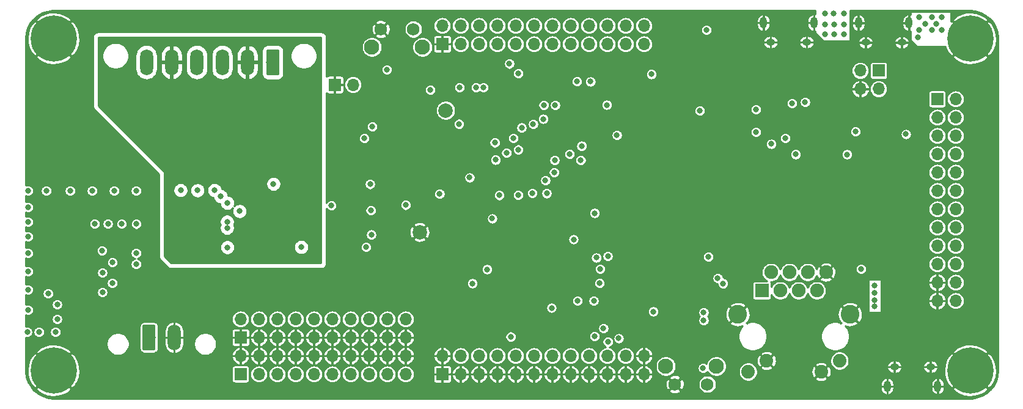
<source format=gbr>
G04 #@! TF.GenerationSoftware,KiCad,Pcbnew,(5.1.2)-1*
G04 #@! TF.CreationDate,2019-05-21T13:02:40-03:00*
G04 #@! TF.ProjectId,trololo,74726f6c-6f6c-46f2-9e6b-696361645f70,rev?*
G04 #@! TF.SameCoordinates,Original*
G04 #@! TF.FileFunction,Copper,L2,Inr*
G04 #@! TF.FilePolarity,Positive*
%FSLAX46Y46*%
G04 Gerber Fmt 4.6, Leading zero omitted, Abs format (unit mm)*
G04 Created by KiCad (PCBNEW (5.1.2)-1) date 2019-05-21 13:02:40*
%MOMM*%
%LPD*%
G04 APERTURE LIST*
%ADD10C,2.100000*%
%ADD11C,1.750000*%
%ADD12C,2.000000*%
%ADD13R,1.700000X1.700000*%
%ADD14O,1.700000X1.700000*%
%ADD15O,1.000000X1.550000*%
%ADD16O,1.250000X0.950000*%
%ADD17R,1.900000X1.900000*%
%ADD18C,1.900000*%
%ADD19C,1.890000*%
%ADD20C,2.600000*%
%ADD21C,0.100000*%
%ADD22C,1.800000*%
%ADD23O,1.800000X3.600000*%
%ADD24C,0.800000*%
%ADD25C,6.400000*%
%ADD26C,0.254000*%
G04 APERTURE END LIST*
D10*
X147810940Y-77657160D03*
D11*
X149070940Y-80147160D03*
X153570940Y-80147160D03*
D10*
X154820940Y-77657160D03*
X114101160Y-33457680D03*
D11*
X112841160Y-30967680D03*
X108341160Y-30967680D03*
D10*
X107091160Y-33457680D03*
D12*
X113713260Y-59067700D03*
X117304820Y-42224960D03*
D13*
X116840000Y-33020000D03*
D14*
X116840000Y-30480000D03*
X119380000Y-33020000D03*
X119380000Y-30480000D03*
X121920000Y-33020000D03*
X121920000Y-30480000D03*
X124460000Y-33020000D03*
X124460000Y-30480000D03*
X127000000Y-33020000D03*
X127000000Y-30480000D03*
X129540000Y-33020000D03*
X129540000Y-30480000D03*
X132080000Y-33020000D03*
X132080000Y-30480000D03*
X134620000Y-33020000D03*
X134620000Y-30480000D03*
X137160000Y-33020000D03*
X137160000Y-30480000D03*
X139700000Y-33020000D03*
X139700000Y-30480000D03*
X142240000Y-33020000D03*
X142240000Y-30480000D03*
X144780000Y-33020000D03*
X144780000Y-30480000D03*
D15*
X174503200Y-30091400D03*
X181503200Y-30091400D03*
D16*
X180503200Y-32791400D03*
X175503200Y-32791400D03*
D15*
X185491000Y-80424000D03*
X178491000Y-80424000D03*
D16*
X179491000Y-77724000D03*
X184491000Y-77724000D03*
D15*
X161346000Y-30066000D03*
X168346000Y-30066000D03*
D16*
X167346000Y-32766000D03*
X162346000Y-32766000D03*
D17*
X161112200Y-67170300D03*
D18*
X162382200Y-64630300D03*
X163652200Y-67170300D03*
X164922200Y-64630300D03*
X166192200Y-67170300D03*
X167462200Y-64630300D03*
X168732200Y-67170300D03*
X170002200Y-64630300D03*
D19*
X171882200Y-76890300D03*
X169342200Y-78410300D03*
X161772200Y-76890300D03*
X159232200Y-78410300D03*
D20*
X157782200Y-70460300D03*
X173332200Y-70460300D03*
D13*
X88900000Y-78740000D03*
D14*
X88900000Y-76200000D03*
X91440000Y-78740000D03*
X91440000Y-76200000D03*
X93980000Y-78740000D03*
X93980000Y-76200000D03*
X96520000Y-78740000D03*
X96520000Y-76200000D03*
X99060000Y-78740000D03*
X99060000Y-76200000D03*
X101600000Y-78740000D03*
X101600000Y-76200000D03*
X104140000Y-78740000D03*
X104140000Y-76200000D03*
X106680000Y-78740000D03*
X106680000Y-76200000D03*
X109220000Y-78740000D03*
X109220000Y-76200000D03*
X111760000Y-78740000D03*
X111760000Y-76200000D03*
D13*
X88900000Y-73660000D03*
D14*
X88900000Y-71120000D03*
X91440000Y-73660000D03*
X91440000Y-71120000D03*
X93980000Y-73660000D03*
X93980000Y-71120000D03*
X96520000Y-73660000D03*
X96520000Y-71120000D03*
X99060000Y-73660000D03*
X99060000Y-71120000D03*
X101600000Y-73660000D03*
X101600000Y-71120000D03*
X104140000Y-73660000D03*
X104140000Y-71120000D03*
X106680000Y-73660000D03*
X106680000Y-71120000D03*
X109220000Y-73660000D03*
X109220000Y-71120000D03*
X111760000Y-73660000D03*
X111760000Y-71120000D03*
D13*
X101942900Y-38658800D03*
D14*
X104482900Y-38658800D03*
D13*
X177302160Y-36695380D03*
D14*
X177302160Y-39235380D03*
X174762160Y-36695380D03*
X174762160Y-39235380D03*
D21*
G36*
X76874504Y-71861204D02*
G01*
X76898773Y-71864804D01*
X76922571Y-71870765D01*
X76945671Y-71879030D01*
X76967849Y-71889520D01*
X76988893Y-71902133D01*
X77008598Y-71916747D01*
X77026777Y-71933223D01*
X77043253Y-71951402D01*
X77057867Y-71971107D01*
X77070480Y-71992151D01*
X77080970Y-72014329D01*
X77089235Y-72037429D01*
X77095196Y-72061227D01*
X77098796Y-72085496D01*
X77100000Y-72110000D01*
X77100000Y-75210000D01*
X77098796Y-75234504D01*
X77095196Y-75258773D01*
X77089235Y-75282571D01*
X77080970Y-75305671D01*
X77070480Y-75327849D01*
X77057867Y-75348893D01*
X77043253Y-75368598D01*
X77026777Y-75386777D01*
X77008598Y-75403253D01*
X76988893Y-75417867D01*
X76967849Y-75430480D01*
X76945671Y-75440970D01*
X76922571Y-75449235D01*
X76898773Y-75455196D01*
X76874504Y-75458796D01*
X76850000Y-75460000D01*
X75550000Y-75460000D01*
X75525496Y-75458796D01*
X75501227Y-75455196D01*
X75477429Y-75449235D01*
X75454329Y-75440970D01*
X75432151Y-75430480D01*
X75411107Y-75417867D01*
X75391402Y-75403253D01*
X75373223Y-75386777D01*
X75356747Y-75368598D01*
X75342133Y-75348893D01*
X75329520Y-75327849D01*
X75319030Y-75305671D01*
X75310765Y-75282571D01*
X75304804Y-75258773D01*
X75301204Y-75234504D01*
X75300000Y-75210000D01*
X75300000Y-72110000D01*
X75301204Y-72085496D01*
X75304804Y-72061227D01*
X75310765Y-72037429D01*
X75319030Y-72014329D01*
X75329520Y-71992151D01*
X75342133Y-71971107D01*
X75356747Y-71951402D01*
X75373223Y-71933223D01*
X75391402Y-71916747D01*
X75411107Y-71902133D01*
X75432151Y-71889520D01*
X75454329Y-71879030D01*
X75477429Y-71870765D01*
X75501227Y-71864804D01*
X75525496Y-71861204D01*
X75550000Y-71860000D01*
X76850000Y-71860000D01*
X76874504Y-71861204D01*
X76874504Y-71861204D01*
G37*
D22*
X76200000Y-73660000D03*
D23*
X79700000Y-73660000D03*
D13*
X116840000Y-78740000D03*
D14*
X116840000Y-76200000D03*
X119380000Y-78740000D03*
X119380000Y-76200000D03*
X121920000Y-78740000D03*
X121920000Y-76200000D03*
X124460000Y-78740000D03*
X124460000Y-76200000D03*
X127000000Y-78740000D03*
X127000000Y-76200000D03*
X129540000Y-78740000D03*
X129540000Y-76200000D03*
X132080000Y-78740000D03*
X132080000Y-76200000D03*
X134620000Y-78740000D03*
X134620000Y-76200000D03*
X137160000Y-78740000D03*
X137160000Y-76200000D03*
X139700000Y-78740000D03*
X139700000Y-76200000D03*
X142240000Y-78740000D03*
X142240000Y-76200000D03*
X144780000Y-78740000D03*
X144780000Y-76200000D03*
X187960000Y-68580000D03*
X185420000Y-68580000D03*
X187960000Y-66040000D03*
X185420000Y-66040000D03*
X187960000Y-63500000D03*
X185420000Y-63500000D03*
X187960000Y-60960000D03*
X185420000Y-60960000D03*
X187960000Y-58420000D03*
X185420000Y-58420000D03*
X187960000Y-55880000D03*
X185420000Y-55880000D03*
X187960000Y-53340000D03*
X185420000Y-53340000D03*
X187960000Y-50800000D03*
X185420000Y-50800000D03*
X187960000Y-48260000D03*
X185420000Y-48260000D03*
X187960000Y-45720000D03*
X185420000Y-45720000D03*
X187960000Y-43180000D03*
X185420000Y-43180000D03*
X187960000Y-40640000D03*
D13*
X185420000Y-40640000D03*
D21*
G36*
X94034504Y-33761204D02*
G01*
X94058773Y-33764804D01*
X94082571Y-33770765D01*
X94105671Y-33779030D01*
X94127849Y-33789520D01*
X94148893Y-33802133D01*
X94168598Y-33816747D01*
X94186777Y-33833223D01*
X94203253Y-33851402D01*
X94217867Y-33871107D01*
X94230480Y-33892151D01*
X94240970Y-33914329D01*
X94249235Y-33937429D01*
X94255196Y-33961227D01*
X94258796Y-33985496D01*
X94260000Y-34010000D01*
X94260000Y-37110000D01*
X94258796Y-37134504D01*
X94255196Y-37158773D01*
X94249235Y-37182571D01*
X94240970Y-37205671D01*
X94230480Y-37227849D01*
X94217867Y-37248893D01*
X94203253Y-37268598D01*
X94186777Y-37286777D01*
X94168598Y-37303253D01*
X94148893Y-37317867D01*
X94127849Y-37330480D01*
X94105671Y-37340970D01*
X94082571Y-37349235D01*
X94058773Y-37355196D01*
X94034504Y-37358796D01*
X94010000Y-37360000D01*
X92710000Y-37360000D01*
X92685496Y-37358796D01*
X92661227Y-37355196D01*
X92637429Y-37349235D01*
X92614329Y-37340970D01*
X92592151Y-37330480D01*
X92571107Y-37317867D01*
X92551402Y-37303253D01*
X92533223Y-37286777D01*
X92516747Y-37268598D01*
X92502133Y-37248893D01*
X92489520Y-37227849D01*
X92479030Y-37205671D01*
X92470765Y-37182571D01*
X92464804Y-37158773D01*
X92461204Y-37134504D01*
X92460000Y-37110000D01*
X92460000Y-34010000D01*
X92461204Y-33985496D01*
X92464804Y-33961227D01*
X92470765Y-33937429D01*
X92479030Y-33914329D01*
X92489520Y-33892151D01*
X92502133Y-33871107D01*
X92516747Y-33851402D01*
X92533223Y-33833223D01*
X92551402Y-33816747D01*
X92571107Y-33802133D01*
X92592151Y-33789520D01*
X92614329Y-33779030D01*
X92637429Y-33770765D01*
X92661227Y-33764804D01*
X92685496Y-33761204D01*
X92710000Y-33760000D01*
X94010000Y-33760000D01*
X94034504Y-33761204D01*
X94034504Y-33761204D01*
G37*
D22*
X93360000Y-35560000D03*
D23*
X89860000Y-35560000D03*
X86360000Y-35560000D03*
X82860000Y-35560000D03*
X79360000Y-35560000D03*
X75860000Y-35560000D03*
D24*
X61294944Y-33955056D03*
X62992000Y-34658000D03*
X64689056Y-33955056D03*
X65392000Y-32258000D03*
X64689056Y-30560944D03*
X62992000Y-29858000D03*
X61294944Y-30560944D03*
X60592000Y-32258000D03*
D25*
X62992000Y-32258000D03*
X62992000Y-78232000D03*
D24*
X65392000Y-78232000D03*
X64689056Y-79929056D03*
X62992000Y-80632000D03*
X61294944Y-79929056D03*
X60592000Y-78232000D03*
X61294944Y-76534944D03*
X62992000Y-75832000D03*
X64689056Y-76534944D03*
X188294944Y-33955056D03*
X189992000Y-34658000D03*
X191689056Y-33955056D03*
X192392000Y-32258000D03*
X191689056Y-30560944D03*
X189992000Y-29858000D03*
X188294944Y-30560944D03*
X187592000Y-32258000D03*
D25*
X189992000Y-32258000D03*
X189992000Y-78232000D03*
D24*
X192392000Y-78232000D03*
X191689056Y-79929056D03*
X189992000Y-80632000D03*
X188294944Y-79929056D03*
X187592000Y-78232000D03*
X188294944Y-76534944D03*
X189992000Y-75832000D03*
X191689056Y-76534944D03*
X146080480Y-70073280D03*
X137967720Y-56436260D03*
X139629611Y-41456185D03*
X106293920Y-61153040D03*
X124741940Y-53964840D03*
X131993640Y-69565520D03*
X109166660Y-36558220D03*
X68684140Y-57914540D03*
X70520560Y-57914540D03*
X72425560Y-57937400D03*
X74442320Y-57942480D03*
X71120000Y-66116200D03*
X69761100Y-64693800D03*
X71132700Y-63271400D03*
X69697600Y-61620400D03*
X74422000Y-53340000D03*
X74422000Y-63500000D03*
X74422000Y-61976000D03*
X61976000Y-53340000D03*
X59436000Y-53340000D03*
X68326000Y-53340000D03*
X71374000Y-53340000D03*
X65278000Y-53340000D03*
X59349000Y-72898000D03*
X59436000Y-61976000D03*
X59436000Y-57658000D03*
X59436000Y-67056000D03*
X59436000Y-64516000D03*
X59436000Y-69850000D03*
X59436000Y-59690000D03*
X59436000Y-55626000D03*
X63246000Y-72898000D03*
X63497420Y-69085420D03*
X63497420Y-71117420D03*
X60960000Y-72898000D03*
X62230000Y-67564000D03*
X106845098Y-52438300D03*
X137831260Y-68569140D03*
X135582420Y-68582300D03*
X153451560Y-31074360D03*
X152527000Y-42273220D03*
X181086760Y-45511720D03*
X111770160Y-55316120D03*
X122547620Y-39024800D03*
X121513360Y-39024800D03*
X119220220Y-39032420D03*
X123766080Y-57190140D03*
X69761100Y-67386200D03*
X115189000Y-39370000D03*
X124124720Y-46682662D03*
X120629440Y-51516040D03*
X101473000Y-55397400D03*
X167111680Y-41084501D03*
X174086398Y-45151160D03*
X117302280Y-46548040D03*
X135590280Y-53901340D03*
X124035820Y-45587920D03*
X148778200Y-71015860D03*
X148778200Y-73019920D03*
X141183360Y-69319140D03*
X137021094Y-42568970D03*
X141607540Y-39616140D03*
X143809720Y-39601140D03*
X137190480Y-59174620D03*
X119265700Y-54477920D03*
X103359504Y-42679482D03*
X109052360Y-59773820D03*
X106375200Y-53540660D03*
X130136900Y-69598540D03*
X181838600Y-64231520D03*
X141043660Y-61882020D03*
X69446140Y-56007000D03*
X67688460Y-55039260D03*
X67818000Y-61976000D03*
X67830700Y-67297300D03*
X65405000Y-63982600D03*
X67840620Y-64747380D03*
X68732400Y-64744600D03*
X66506720Y-65065280D03*
X123451620Y-55694580D03*
X134414260Y-71645780D03*
X135600200Y-70457300D03*
X136624060Y-71513700D03*
X141433360Y-72728900D03*
X150746460Y-65173860D03*
X149563060Y-63200520D03*
X155646120Y-31074360D03*
X156646880Y-42311320D03*
X160378140Y-38580060D03*
X160957260Y-39540180D03*
X167640000Y-60764420D03*
X168750692Y-60811968D03*
X179049680Y-40147240D03*
X110454440Y-48780700D03*
X111749840Y-53022500D03*
X122512060Y-37149800D03*
X121531620Y-37149800D03*
X119204980Y-37157420D03*
X69189600Y-68707000D03*
X66522600Y-64058800D03*
X66522600Y-63042800D03*
X65405000Y-63093600D03*
X106849760Y-48378960D03*
X101269800Y-44729400D03*
X104835960Y-41221660D03*
X175921722Y-46134673D03*
X124180600Y-50990500D03*
X101473000Y-59232800D03*
X109743000Y-42911000D03*
X109093000Y-45085000D03*
X119413020Y-41744900D03*
X128135380Y-62501780D03*
X121074180Y-59108340D03*
X150749000Y-61386720D03*
X67256660Y-50591720D03*
X166032180Y-44404280D03*
X179664360Y-48531780D03*
X192529260Y-57061100D03*
X138653520Y-66146680D03*
X121024921Y-66174665D03*
X138709400Y-64160400D03*
X123058389Y-64231059D03*
X137937670Y-73484310D03*
X126329440Y-73553320D03*
X139174913Y-72377796D03*
X135041640Y-60078620D03*
X139788900Y-74254360D03*
X138176000Y-62611000D03*
X141287492Y-73787000D03*
X139776198Y-62382400D03*
X107010200Y-59410600D03*
X106941620Y-56073040D03*
X126139367Y-35760233D03*
X127381000Y-37084000D03*
X136144000Y-47134780D03*
X125737620Y-48107600D03*
X141038580Y-45633640D03*
X172935900Y-48315880D03*
X153723340Y-62478920D03*
X165806118Y-48295560D03*
X162441798Y-46859280D03*
X164362373Y-46054823D03*
X160294320Y-42092880D03*
X160294320Y-45209460D03*
X145806160Y-37203380D03*
X165308280Y-41236900D03*
X176735740Y-66438780D03*
X176735740Y-69347080D03*
X176735740Y-67497960D03*
X176735740Y-68473320D03*
X182753000Y-32131000D03*
X184658000Y-31115000D03*
X184658000Y-29337000D03*
X182880000Y-31115000D03*
X182880000Y-29337000D03*
X183769000Y-30226000D03*
X186055000Y-31115000D03*
X186055000Y-29337000D03*
X185293000Y-30226000D03*
X171173140Y-31635700D03*
X172509180Y-31635700D03*
X169857420Y-31658560D03*
X169903140Y-28829000D03*
X172509180Y-28806140D03*
X171084240Y-28829000D03*
X171173140Y-30299660D03*
X172486320Y-30276800D03*
X169857420Y-30276800D03*
X107155979Y-44450000D03*
X106056186Y-46084941D03*
X153055320Y-71264000D03*
X153055320Y-70214000D03*
X155755732Y-66182632D03*
X155013268Y-65440168D03*
X174876460Y-64190880D03*
X130822700Y-43402511D03*
X129443480Y-44127511D03*
X127835660Y-44594780D03*
X126682500Y-46073060D03*
X127370840Y-47645320D03*
X119171720Y-44091860D03*
X116476780Y-53784500D03*
X124218700Y-49055020D03*
X127351370Y-53952990D03*
X129313938Y-53662580D03*
X131307840Y-53710840D03*
X131135120Y-51925220D03*
X132341620Y-50787300D03*
X132417820Y-49095660D03*
X134495540Y-48280320D03*
X136032240Y-49096228D03*
X137388600Y-38227000D03*
X135518740Y-38210376D03*
X132483860Y-41502490D03*
X130900010Y-41471680D03*
X97403920Y-53540660D03*
X96921320Y-42821860D03*
X93957180Y-42882820D03*
X93451680Y-48534320D03*
X84879180Y-57967880D03*
X81922620Y-57937400D03*
X83365340Y-57937400D03*
X83898740Y-50322480D03*
X81904840Y-50441860D03*
X89916000Y-61087000D03*
X97309940Y-61153040D03*
X93451680Y-52392580D03*
X80601820Y-53266340D03*
X82931240Y-53284360D03*
X85298520Y-53276740D03*
X86144100Y-54122320D03*
X87049360Y-55027580D03*
X87039200Y-57629040D03*
X87039200Y-58497720D03*
X88767920Y-56164480D03*
X87068660Y-61188600D03*
X152976580Y-77896720D03*
D26*
G36*
X168529000Y-28883584D02*
G01*
X168513687Y-28879292D01*
X168369000Y-28971073D01*
X168369000Y-30043000D01*
X168389000Y-30043000D01*
X168389000Y-30089000D01*
X168369000Y-30089000D01*
X168369000Y-31160927D01*
X168513687Y-31252708D01*
X168529000Y-31248416D01*
X168529000Y-31496000D01*
X168531440Y-31520776D01*
X168538667Y-31544601D01*
X168550403Y-31566557D01*
X168566197Y-31585803D01*
X169582197Y-32601803D01*
X169601443Y-32617597D01*
X169623399Y-32629333D01*
X169647224Y-32636560D01*
X169672000Y-32639000D01*
X173228000Y-32639000D01*
X173252776Y-32636560D01*
X173276601Y-32629333D01*
X173279796Y-32627625D01*
X174466193Y-32627625D01*
X174558283Y-32768400D01*
X175480200Y-32768400D01*
X175480200Y-31889400D01*
X175526200Y-31889400D01*
X175526200Y-32768400D01*
X176448117Y-32768400D01*
X176540207Y-32627625D01*
X179466193Y-32627625D01*
X179558283Y-32768400D01*
X180480200Y-32768400D01*
X180480200Y-31889400D01*
X180526200Y-31889400D01*
X180526200Y-32768400D01*
X181448117Y-32768400D01*
X181540207Y-32627625D01*
X181495341Y-32467469D01*
X181415964Y-32309400D01*
X181307274Y-32169854D01*
X181173448Y-32054193D01*
X181019630Y-31966863D01*
X180851730Y-31911219D01*
X180676200Y-31889400D01*
X180526200Y-31889400D01*
X180480200Y-31889400D01*
X180330200Y-31889400D01*
X180154670Y-31911219D01*
X179986770Y-31966863D01*
X179832952Y-32054193D01*
X179699126Y-32169854D01*
X179590436Y-32309400D01*
X179511059Y-32467469D01*
X179466193Y-32627625D01*
X176540207Y-32627625D01*
X176495341Y-32467469D01*
X176415964Y-32309400D01*
X176307274Y-32169854D01*
X176173448Y-32054193D01*
X176019630Y-31966863D01*
X175851730Y-31911219D01*
X175676200Y-31889400D01*
X175526200Y-31889400D01*
X175480200Y-31889400D01*
X175330200Y-31889400D01*
X175154670Y-31911219D01*
X174986770Y-31966863D01*
X174832952Y-32054193D01*
X174699126Y-32169854D01*
X174590436Y-32309400D01*
X174511059Y-32467469D01*
X174466193Y-32627625D01*
X173279796Y-32627625D01*
X173298557Y-32617597D01*
X173317803Y-32601803D01*
X173333597Y-32582557D01*
X173345333Y-32560601D01*
X173352560Y-32536776D01*
X173355000Y-32512000D01*
X173355000Y-30114400D01*
X173576200Y-30114400D01*
X173576200Y-30389400D01*
X173598499Y-30569807D01*
X173655565Y-30742397D01*
X173745205Y-30900538D01*
X173863975Y-31038152D01*
X174007310Y-31149951D01*
X174169702Y-31231639D01*
X174335513Y-31278108D01*
X174480200Y-31186327D01*
X174480200Y-30114400D01*
X174526200Y-30114400D01*
X174526200Y-31186327D01*
X174670887Y-31278108D01*
X174836698Y-31231639D01*
X174999090Y-31149951D01*
X175142425Y-31038152D01*
X175261195Y-30900538D01*
X175350835Y-30742397D01*
X175407901Y-30569807D01*
X175430200Y-30389400D01*
X175430200Y-30114400D01*
X180576200Y-30114400D01*
X180576200Y-30389400D01*
X180598499Y-30569807D01*
X180655565Y-30742397D01*
X180745205Y-30900538D01*
X180863975Y-31038152D01*
X181007310Y-31149951D01*
X181169702Y-31231639D01*
X181335513Y-31278108D01*
X181480200Y-31186327D01*
X181480200Y-30114400D01*
X180576200Y-30114400D01*
X175430200Y-30114400D01*
X174526200Y-30114400D01*
X174480200Y-30114400D01*
X173576200Y-30114400D01*
X173355000Y-30114400D01*
X173355000Y-29793400D01*
X173576200Y-29793400D01*
X173576200Y-30068400D01*
X174480200Y-30068400D01*
X174480200Y-28996473D01*
X174526200Y-28996473D01*
X174526200Y-30068400D01*
X175430200Y-30068400D01*
X175430200Y-29793400D01*
X180576200Y-29793400D01*
X180576200Y-30068400D01*
X181480200Y-30068400D01*
X181480200Y-28996473D01*
X181526200Y-28996473D01*
X181526200Y-30068400D01*
X181546200Y-30068400D01*
X181546200Y-30114400D01*
X181526200Y-30114400D01*
X181526200Y-31186327D01*
X181670887Y-31278108D01*
X181737000Y-31259580D01*
X181737000Y-32512000D01*
X181739440Y-32536776D01*
X181746667Y-32560601D01*
X181758403Y-32582557D01*
X181774197Y-32601803D01*
X182536197Y-33363803D01*
X182555443Y-33379597D01*
X182577399Y-33391333D01*
X182601224Y-33398560D01*
X182626000Y-33401000D01*
X186543268Y-33401000D01*
X186580744Y-33540994D01*
X186896591Y-34181845D01*
X187030037Y-34381562D01*
X187474187Y-34743286D01*
X189959473Y-32258000D01*
X190024527Y-32258000D01*
X192509813Y-34743286D01*
X192953963Y-34381562D01*
X193311336Y-33762908D01*
X193541149Y-33086422D01*
X193634570Y-32378099D01*
X193588009Y-31665161D01*
X193403256Y-30975006D01*
X193087409Y-30334155D01*
X192953963Y-30134438D01*
X192509813Y-29772714D01*
X190024527Y-32258000D01*
X189959473Y-32258000D01*
X187474187Y-29772714D01*
X187325000Y-29894215D01*
X187325000Y-29740187D01*
X187506714Y-29740187D01*
X189992000Y-32225473D01*
X192477286Y-29740187D01*
X192115562Y-29296037D01*
X191496908Y-28938664D01*
X190820422Y-28708851D01*
X190112099Y-28615430D01*
X189399161Y-28661991D01*
X188709006Y-28846744D01*
X188068155Y-29162591D01*
X187868438Y-29296037D01*
X187506714Y-29740187D01*
X187325000Y-29740187D01*
X187325000Y-28702000D01*
X187322560Y-28677224D01*
X187315333Y-28653399D01*
X187303597Y-28631443D01*
X187287803Y-28612197D01*
X187268557Y-28596403D01*
X187246601Y-28584667D01*
X187222776Y-28577440D01*
X187198000Y-28575000D01*
X186227442Y-28575000D01*
X186131922Y-28556000D01*
X185978078Y-28556000D01*
X185882558Y-28575000D01*
X184830442Y-28575000D01*
X184734922Y-28556000D01*
X184581078Y-28556000D01*
X184485558Y-28575000D01*
X183052442Y-28575000D01*
X182956922Y-28556000D01*
X182803078Y-28556000D01*
X182707558Y-28575000D01*
X181864000Y-28575000D01*
X181839224Y-28577440D01*
X181815399Y-28584667D01*
X181793443Y-28596403D01*
X181774197Y-28612197D01*
X181758403Y-28631443D01*
X181746667Y-28653399D01*
X181739440Y-28677224D01*
X181737000Y-28702000D01*
X181737000Y-28923220D01*
X181670887Y-28904692D01*
X181526200Y-28996473D01*
X181480200Y-28996473D01*
X181335513Y-28904692D01*
X181169702Y-28951161D01*
X181007310Y-29032849D01*
X180863975Y-29144648D01*
X180745205Y-29282262D01*
X180655565Y-29440403D01*
X180598499Y-29612993D01*
X180576200Y-29793400D01*
X175430200Y-29793400D01*
X175407901Y-29612993D01*
X175350835Y-29440403D01*
X175261195Y-29282262D01*
X175142425Y-29144648D01*
X174999090Y-29032849D01*
X174836698Y-28951161D01*
X174670887Y-28904692D01*
X174526200Y-28996473D01*
X174480200Y-28996473D01*
X174335513Y-28904692D01*
X174169702Y-28951161D01*
X174007310Y-29032849D01*
X173863975Y-29144648D01*
X173745205Y-29282262D01*
X173655565Y-29440403D01*
X173598499Y-29612993D01*
X173576200Y-29793400D01*
X173355000Y-29793400D01*
X173355000Y-28396000D01*
X189970293Y-28396000D01*
X190721898Y-28467709D01*
X191425452Y-28674109D01*
X192077292Y-29009829D01*
X192653882Y-29462747D01*
X193134429Y-30016529D01*
X193501589Y-30651189D01*
X193742111Y-31343824D01*
X193849648Y-32085490D01*
X193854000Y-32263576D01*
X193854001Y-78210282D01*
X193782291Y-78961898D01*
X193575890Y-79665452D01*
X193240172Y-80317290D01*
X192787253Y-80893882D01*
X192233471Y-81374429D01*
X191598814Y-81741588D01*
X190906181Y-81982110D01*
X190164510Y-82089648D01*
X189986424Y-82094000D01*
X63013708Y-82094000D01*
X62262102Y-82022291D01*
X61558548Y-81815890D01*
X60906710Y-81480172D01*
X60330118Y-81027253D01*
X60089369Y-80749813D01*
X60506714Y-80749813D01*
X60868438Y-81193963D01*
X61487092Y-81551336D01*
X62163578Y-81781149D01*
X62871901Y-81874570D01*
X63584839Y-81828009D01*
X64274994Y-81643256D01*
X64915845Y-81327409D01*
X65115562Y-81193963D01*
X65263029Y-81012892D01*
X148237735Y-81012892D01*
X148320666Y-81218952D01*
X148544179Y-81344729D01*
X148787935Y-81424484D01*
X149042567Y-81455152D01*
X149298288Y-81435555D01*
X149545274Y-81366445D01*
X149774030Y-81250479D01*
X149821214Y-81218952D01*
X149904145Y-81012892D01*
X149070940Y-80179687D01*
X148237735Y-81012892D01*
X65263029Y-81012892D01*
X65477286Y-80749813D01*
X62992000Y-78264527D01*
X60506714Y-80749813D01*
X60089369Y-80749813D01*
X59849571Y-80473471D01*
X59482412Y-79838814D01*
X59241890Y-79146181D01*
X59134352Y-78404510D01*
X59130000Y-78226424D01*
X59130000Y-78111901D01*
X59349430Y-78111901D01*
X59395991Y-78824839D01*
X59580744Y-79514994D01*
X59896591Y-80155845D01*
X60030037Y-80355562D01*
X60474187Y-80717286D01*
X62959473Y-78232000D01*
X63024527Y-78232000D01*
X65509813Y-80717286D01*
X65953963Y-80355562D01*
X66090738Y-80118787D01*
X147762948Y-80118787D01*
X147782545Y-80374508D01*
X147851655Y-80621494D01*
X147967621Y-80850250D01*
X147999148Y-80897434D01*
X148205208Y-80980365D01*
X149038413Y-80147160D01*
X149103467Y-80147160D01*
X149936672Y-80980365D01*
X150142732Y-80897434D01*
X150268509Y-80673921D01*
X150348264Y-80430165D01*
X150378932Y-80175533D01*
X150367278Y-80023455D01*
X152314940Y-80023455D01*
X152314940Y-80270865D01*
X152363208Y-80513522D01*
X152457887Y-80742099D01*
X152595341Y-80947813D01*
X152770287Y-81122759D01*
X152976001Y-81260213D01*
X153204578Y-81354892D01*
X153447235Y-81403160D01*
X153694645Y-81403160D01*
X153937302Y-81354892D01*
X154165879Y-81260213D01*
X154371593Y-81122759D01*
X154546539Y-80947813D01*
X154683993Y-80742099D01*
X154778672Y-80513522D01*
X154791904Y-80447000D01*
X177564000Y-80447000D01*
X177564000Y-80722000D01*
X177586299Y-80902407D01*
X177643365Y-81074997D01*
X177733005Y-81233138D01*
X177851775Y-81370752D01*
X177995110Y-81482551D01*
X178157502Y-81564239D01*
X178323313Y-81610708D01*
X178468000Y-81518927D01*
X178468000Y-80447000D01*
X178514000Y-80447000D01*
X178514000Y-81518927D01*
X178658687Y-81610708D01*
X178824498Y-81564239D01*
X178986890Y-81482551D01*
X179130225Y-81370752D01*
X179248995Y-81233138D01*
X179338635Y-81074997D01*
X179395701Y-80902407D01*
X179418000Y-80722000D01*
X179418000Y-80447000D01*
X184564000Y-80447000D01*
X184564000Y-80722000D01*
X184586299Y-80902407D01*
X184643365Y-81074997D01*
X184733005Y-81233138D01*
X184851775Y-81370752D01*
X184995110Y-81482551D01*
X185157502Y-81564239D01*
X185323313Y-81610708D01*
X185468000Y-81518927D01*
X185468000Y-80447000D01*
X185514000Y-80447000D01*
X185514000Y-81518927D01*
X185658687Y-81610708D01*
X185824498Y-81564239D01*
X185986890Y-81482551D01*
X186130225Y-81370752D01*
X186248995Y-81233138D01*
X186338635Y-81074997D01*
X186395701Y-80902407D01*
X186414562Y-80749813D01*
X187506714Y-80749813D01*
X187868438Y-81193963D01*
X188487092Y-81551336D01*
X189163578Y-81781149D01*
X189871901Y-81874570D01*
X190584839Y-81828009D01*
X191274994Y-81643256D01*
X191915845Y-81327409D01*
X192115562Y-81193963D01*
X192477286Y-80749813D01*
X189992000Y-78264527D01*
X187506714Y-80749813D01*
X186414562Y-80749813D01*
X186418000Y-80722000D01*
X186418000Y-80447000D01*
X185514000Y-80447000D01*
X185468000Y-80447000D01*
X184564000Y-80447000D01*
X179418000Y-80447000D01*
X178514000Y-80447000D01*
X178468000Y-80447000D01*
X177564000Y-80447000D01*
X154791904Y-80447000D01*
X154826940Y-80270865D01*
X154826940Y-80126000D01*
X177564000Y-80126000D01*
X177564000Y-80401000D01*
X178468000Y-80401000D01*
X178468000Y-79329073D01*
X178514000Y-79329073D01*
X178514000Y-80401000D01*
X179418000Y-80401000D01*
X179418000Y-80126000D01*
X184564000Y-80126000D01*
X184564000Y-80401000D01*
X185468000Y-80401000D01*
X185468000Y-79329073D01*
X185514000Y-79329073D01*
X185514000Y-80401000D01*
X186418000Y-80401000D01*
X186418000Y-80126000D01*
X186395701Y-79945593D01*
X186338635Y-79773003D01*
X186248995Y-79614862D01*
X186130225Y-79477248D01*
X185986890Y-79365449D01*
X185824498Y-79283761D01*
X185658687Y-79237292D01*
X185514000Y-79329073D01*
X185468000Y-79329073D01*
X185323313Y-79237292D01*
X185157502Y-79283761D01*
X184995110Y-79365449D01*
X184851775Y-79477248D01*
X184733005Y-79614862D01*
X184643365Y-79773003D01*
X184586299Y-79945593D01*
X184564000Y-80126000D01*
X179418000Y-80126000D01*
X179395701Y-79945593D01*
X179338635Y-79773003D01*
X179248995Y-79614862D01*
X179130225Y-79477248D01*
X178986890Y-79365449D01*
X178824498Y-79283761D01*
X178658687Y-79237292D01*
X178514000Y-79329073D01*
X178468000Y-79329073D01*
X178323313Y-79237292D01*
X178157502Y-79283761D01*
X177995110Y-79365449D01*
X177851775Y-79477248D01*
X177733005Y-79614862D01*
X177643365Y-79773003D01*
X177586299Y-79945593D01*
X177564000Y-80126000D01*
X154826940Y-80126000D01*
X154826940Y-80023455D01*
X154778672Y-79780798D01*
X154683993Y-79552221D01*
X154546539Y-79346507D01*
X154371593Y-79171561D01*
X154165879Y-79034107D01*
X153937302Y-78939428D01*
X153694645Y-78891160D01*
X153447235Y-78891160D01*
X153204578Y-78939428D01*
X152976001Y-79034107D01*
X152770287Y-79171561D01*
X152595341Y-79346507D01*
X152457887Y-79552221D01*
X152363208Y-79780798D01*
X152314940Y-80023455D01*
X150367278Y-80023455D01*
X150359335Y-79919812D01*
X150290225Y-79672826D01*
X150174259Y-79444070D01*
X150142732Y-79396886D01*
X149936672Y-79313955D01*
X149103467Y-80147160D01*
X149038413Y-80147160D01*
X148205208Y-79313955D01*
X147999148Y-79396886D01*
X147873371Y-79620399D01*
X147793616Y-79864155D01*
X147762948Y-80118787D01*
X66090738Y-80118787D01*
X66311336Y-79736908D01*
X66541149Y-79060422D01*
X66634570Y-78352099D01*
X66604391Y-77890000D01*
X87667157Y-77890000D01*
X87667157Y-79590000D01*
X87674513Y-79664689D01*
X87696299Y-79736508D01*
X87731678Y-79802696D01*
X87779289Y-79860711D01*
X87837304Y-79908322D01*
X87903492Y-79943701D01*
X87975311Y-79965487D01*
X88050000Y-79972843D01*
X89750000Y-79972843D01*
X89824689Y-79965487D01*
X89896508Y-79943701D01*
X89962696Y-79908322D01*
X90020711Y-79860711D01*
X90068322Y-79802696D01*
X90103701Y-79736508D01*
X90125487Y-79664689D01*
X90132843Y-79590000D01*
X90132843Y-78740000D01*
X90203044Y-78740000D01*
X90226812Y-78981318D01*
X90297202Y-79213363D01*
X90411509Y-79427216D01*
X90565340Y-79614660D01*
X90752784Y-79768491D01*
X90966637Y-79882798D01*
X91198682Y-79953188D01*
X91379528Y-79971000D01*
X91500472Y-79971000D01*
X91681318Y-79953188D01*
X91913363Y-79882798D01*
X92127216Y-79768491D01*
X92314660Y-79614660D01*
X92468491Y-79427216D01*
X92582798Y-79213363D01*
X92653188Y-78981318D01*
X92676956Y-78740000D01*
X92743044Y-78740000D01*
X92766812Y-78981318D01*
X92837202Y-79213363D01*
X92951509Y-79427216D01*
X93105340Y-79614660D01*
X93292784Y-79768491D01*
X93506637Y-79882798D01*
X93738682Y-79953188D01*
X93919528Y-79971000D01*
X94040472Y-79971000D01*
X94221318Y-79953188D01*
X94453363Y-79882798D01*
X94667216Y-79768491D01*
X94854660Y-79614660D01*
X95008491Y-79427216D01*
X95122798Y-79213363D01*
X95193188Y-78981318D01*
X95216956Y-78740000D01*
X95283044Y-78740000D01*
X95306812Y-78981318D01*
X95377202Y-79213363D01*
X95491509Y-79427216D01*
X95645340Y-79614660D01*
X95832784Y-79768491D01*
X96046637Y-79882798D01*
X96278682Y-79953188D01*
X96459528Y-79971000D01*
X96580472Y-79971000D01*
X96761318Y-79953188D01*
X96993363Y-79882798D01*
X97207216Y-79768491D01*
X97394660Y-79614660D01*
X97548491Y-79427216D01*
X97662798Y-79213363D01*
X97733188Y-78981318D01*
X97756956Y-78740000D01*
X97823044Y-78740000D01*
X97846812Y-78981318D01*
X97917202Y-79213363D01*
X98031509Y-79427216D01*
X98185340Y-79614660D01*
X98372784Y-79768491D01*
X98586637Y-79882798D01*
X98818682Y-79953188D01*
X98999528Y-79971000D01*
X99120472Y-79971000D01*
X99301318Y-79953188D01*
X99533363Y-79882798D01*
X99747216Y-79768491D01*
X99934660Y-79614660D01*
X100088491Y-79427216D01*
X100202798Y-79213363D01*
X100273188Y-78981318D01*
X100296956Y-78740000D01*
X100363044Y-78740000D01*
X100386812Y-78981318D01*
X100457202Y-79213363D01*
X100571509Y-79427216D01*
X100725340Y-79614660D01*
X100912784Y-79768491D01*
X101126637Y-79882798D01*
X101358682Y-79953188D01*
X101539528Y-79971000D01*
X101660472Y-79971000D01*
X101841318Y-79953188D01*
X102073363Y-79882798D01*
X102287216Y-79768491D01*
X102474660Y-79614660D01*
X102628491Y-79427216D01*
X102742798Y-79213363D01*
X102813188Y-78981318D01*
X102836956Y-78740000D01*
X102903044Y-78740000D01*
X102926812Y-78981318D01*
X102997202Y-79213363D01*
X103111509Y-79427216D01*
X103265340Y-79614660D01*
X103452784Y-79768491D01*
X103666637Y-79882798D01*
X103898682Y-79953188D01*
X104079528Y-79971000D01*
X104200472Y-79971000D01*
X104381318Y-79953188D01*
X104613363Y-79882798D01*
X104827216Y-79768491D01*
X105014660Y-79614660D01*
X105168491Y-79427216D01*
X105282798Y-79213363D01*
X105353188Y-78981318D01*
X105376956Y-78740000D01*
X105443044Y-78740000D01*
X105466812Y-78981318D01*
X105537202Y-79213363D01*
X105651509Y-79427216D01*
X105805340Y-79614660D01*
X105992784Y-79768491D01*
X106206637Y-79882798D01*
X106438682Y-79953188D01*
X106619528Y-79971000D01*
X106740472Y-79971000D01*
X106921318Y-79953188D01*
X107153363Y-79882798D01*
X107367216Y-79768491D01*
X107554660Y-79614660D01*
X107708491Y-79427216D01*
X107822798Y-79213363D01*
X107893188Y-78981318D01*
X107916956Y-78740000D01*
X107983044Y-78740000D01*
X108006812Y-78981318D01*
X108077202Y-79213363D01*
X108191509Y-79427216D01*
X108345340Y-79614660D01*
X108532784Y-79768491D01*
X108746637Y-79882798D01*
X108978682Y-79953188D01*
X109159528Y-79971000D01*
X109280472Y-79971000D01*
X109461318Y-79953188D01*
X109693363Y-79882798D01*
X109907216Y-79768491D01*
X110094660Y-79614660D01*
X110248491Y-79427216D01*
X110362798Y-79213363D01*
X110433188Y-78981318D01*
X110456956Y-78740000D01*
X110523044Y-78740000D01*
X110546812Y-78981318D01*
X110617202Y-79213363D01*
X110731509Y-79427216D01*
X110885340Y-79614660D01*
X111072784Y-79768491D01*
X111286637Y-79882798D01*
X111518682Y-79953188D01*
X111699528Y-79971000D01*
X111820472Y-79971000D01*
X112001318Y-79953188D01*
X112233363Y-79882798D01*
X112447216Y-79768491D01*
X112634660Y-79614660D01*
X112654897Y-79590000D01*
X115560934Y-79590000D01*
X115569178Y-79673707D01*
X115593595Y-79754196D01*
X115633245Y-79828376D01*
X115686605Y-79893395D01*
X115751624Y-79946755D01*
X115825804Y-79986405D01*
X115906293Y-80010822D01*
X115990000Y-80019066D01*
X116710250Y-80017000D01*
X116817000Y-79910250D01*
X116817000Y-78763000D01*
X116863000Y-78763000D01*
X116863000Y-79910250D01*
X116969750Y-80017000D01*
X117690000Y-80019066D01*
X117773707Y-80010822D01*
X117854196Y-79986405D01*
X117928376Y-79946755D01*
X117993395Y-79893395D01*
X118046755Y-79828376D01*
X118086405Y-79754196D01*
X118110822Y-79673707D01*
X118119066Y-79590000D01*
X118117266Y-78962451D01*
X118122523Y-78962451D01*
X118190083Y-79203498D01*
X118303371Y-79426733D01*
X118458033Y-79623578D01*
X118648126Y-79786467D01*
X118866344Y-79909141D01*
X119104302Y-79986886D01*
X119157549Y-79997476D01*
X119357000Y-79910024D01*
X119357000Y-78763000D01*
X119403000Y-78763000D01*
X119403000Y-79910024D01*
X119602451Y-79997476D01*
X119655698Y-79986886D01*
X119893656Y-79909141D01*
X120111874Y-79786467D01*
X120301967Y-79623578D01*
X120456629Y-79426733D01*
X120569917Y-79203498D01*
X120637477Y-78962451D01*
X120662523Y-78962451D01*
X120730083Y-79203498D01*
X120843371Y-79426733D01*
X120998033Y-79623578D01*
X121188126Y-79786467D01*
X121406344Y-79909141D01*
X121644302Y-79986886D01*
X121697549Y-79997476D01*
X121897000Y-79910024D01*
X121897000Y-78763000D01*
X121943000Y-78763000D01*
X121943000Y-79910024D01*
X122142451Y-79997476D01*
X122195698Y-79986886D01*
X122433656Y-79909141D01*
X122651874Y-79786467D01*
X122841967Y-79623578D01*
X122996629Y-79426733D01*
X123109917Y-79203498D01*
X123177477Y-78962451D01*
X123202523Y-78962451D01*
X123270083Y-79203498D01*
X123383371Y-79426733D01*
X123538033Y-79623578D01*
X123728126Y-79786467D01*
X123946344Y-79909141D01*
X124184302Y-79986886D01*
X124237549Y-79997476D01*
X124437000Y-79910024D01*
X124437000Y-78763000D01*
X124483000Y-78763000D01*
X124483000Y-79910024D01*
X124682451Y-79997476D01*
X124735698Y-79986886D01*
X124973656Y-79909141D01*
X125191874Y-79786467D01*
X125381967Y-79623578D01*
X125536629Y-79426733D01*
X125649917Y-79203498D01*
X125717477Y-78962451D01*
X125742523Y-78962451D01*
X125810083Y-79203498D01*
X125923371Y-79426733D01*
X126078033Y-79623578D01*
X126268126Y-79786467D01*
X126486344Y-79909141D01*
X126724302Y-79986886D01*
X126777549Y-79997476D01*
X126977000Y-79910024D01*
X126977000Y-78763000D01*
X127023000Y-78763000D01*
X127023000Y-79910024D01*
X127222451Y-79997476D01*
X127275698Y-79986886D01*
X127513656Y-79909141D01*
X127731874Y-79786467D01*
X127921967Y-79623578D01*
X128076629Y-79426733D01*
X128189917Y-79203498D01*
X128257477Y-78962451D01*
X128282523Y-78962451D01*
X128350083Y-79203498D01*
X128463371Y-79426733D01*
X128618033Y-79623578D01*
X128808126Y-79786467D01*
X129026344Y-79909141D01*
X129264302Y-79986886D01*
X129317549Y-79997476D01*
X129517000Y-79910024D01*
X129517000Y-78763000D01*
X129563000Y-78763000D01*
X129563000Y-79910024D01*
X129762451Y-79997476D01*
X129815698Y-79986886D01*
X130053656Y-79909141D01*
X130271874Y-79786467D01*
X130461967Y-79623578D01*
X130616629Y-79426733D01*
X130729917Y-79203498D01*
X130797477Y-78962451D01*
X130822523Y-78962451D01*
X130890083Y-79203498D01*
X131003371Y-79426733D01*
X131158033Y-79623578D01*
X131348126Y-79786467D01*
X131566344Y-79909141D01*
X131804302Y-79986886D01*
X131857549Y-79997476D01*
X132057000Y-79910024D01*
X132057000Y-78763000D01*
X132103000Y-78763000D01*
X132103000Y-79910024D01*
X132302451Y-79997476D01*
X132355698Y-79986886D01*
X132593656Y-79909141D01*
X132811874Y-79786467D01*
X133001967Y-79623578D01*
X133156629Y-79426733D01*
X133269917Y-79203498D01*
X133337477Y-78962451D01*
X133362523Y-78962451D01*
X133430083Y-79203498D01*
X133543371Y-79426733D01*
X133698033Y-79623578D01*
X133888126Y-79786467D01*
X134106344Y-79909141D01*
X134344302Y-79986886D01*
X134397549Y-79997476D01*
X134597000Y-79910024D01*
X134597000Y-78763000D01*
X134643000Y-78763000D01*
X134643000Y-79910024D01*
X134842451Y-79997476D01*
X134895698Y-79986886D01*
X135133656Y-79909141D01*
X135351874Y-79786467D01*
X135541967Y-79623578D01*
X135696629Y-79426733D01*
X135809917Y-79203498D01*
X135877477Y-78962451D01*
X135902523Y-78962451D01*
X135970083Y-79203498D01*
X136083371Y-79426733D01*
X136238033Y-79623578D01*
X136428126Y-79786467D01*
X136646344Y-79909141D01*
X136884302Y-79986886D01*
X136937549Y-79997476D01*
X137137000Y-79910024D01*
X137137000Y-78763000D01*
X137183000Y-78763000D01*
X137183000Y-79910024D01*
X137382451Y-79997476D01*
X137435698Y-79986886D01*
X137673656Y-79909141D01*
X137891874Y-79786467D01*
X138081967Y-79623578D01*
X138236629Y-79426733D01*
X138349917Y-79203498D01*
X138417477Y-78962451D01*
X138442523Y-78962451D01*
X138510083Y-79203498D01*
X138623371Y-79426733D01*
X138778033Y-79623578D01*
X138968126Y-79786467D01*
X139186344Y-79909141D01*
X139424302Y-79986886D01*
X139477549Y-79997476D01*
X139677000Y-79910024D01*
X139677000Y-78763000D01*
X139723000Y-78763000D01*
X139723000Y-79910024D01*
X139922451Y-79997476D01*
X139975698Y-79986886D01*
X140213656Y-79909141D01*
X140431874Y-79786467D01*
X140621967Y-79623578D01*
X140776629Y-79426733D01*
X140889917Y-79203498D01*
X140957477Y-78962451D01*
X140982523Y-78962451D01*
X141050083Y-79203498D01*
X141163371Y-79426733D01*
X141318033Y-79623578D01*
X141508126Y-79786467D01*
X141726344Y-79909141D01*
X141964302Y-79986886D01*
X142017549Y-79997476D01*
X142217000Y-79910024D01*
X142217000Y-78763000D01*
X142263000Y-78763000D01*
X142263000Y-79910024D01*
X142462451Y-79997476D01*
X142515698Y-79986886D01*
X142753656Y-79909141D01*
X142971874Y-79786467D01*
X143161967Y-79623578D01*
X143316629Y-79426733D01*
X143429917Y-79203498D01*
X143497477Y-78962451D01*
X143522523Y-78962451D01*
X143590083Y-79203498D01*
X143703371Y-79426733D01*
X143858033Y-79623578D01*
X144048126Y-79786467D01*
X144266344Y-79909141D01*
X144504302Y-79986886D01*
X144557549Y-79997476D01*
X144757000Y-79910024D01*
X144757000Y-78763000D01*
X144803000Y-78763000D01*
X144803000Y-79910024D01*
X145002451Y-79997476D01*
X145055698Y-79986886D01*
X145293656Y-79909141D01*
X145511874Y-79786467D01*
X145701967Y-79623578D01*
X145856629Y-79426733D01*
X145930368Y-79281428D01*
X148237735Y-79281428D01*
X149070940Y-80114633D01*
X149904145Y-79281428D01*
X149821214Y-79075368D01*
X149597701Y-78949591D01*
X149353945Y-78869836D01*
X149099313Y-78839168D01*
X148843592Y-78858765D01*
X148596606Y-78927875D01*
X148367850Y-79043841D01*
X148320666Y-79075368D01*
X148237735Y-79281428D01*
X145930368Y-79281428D01*
X145969917Y-79203498D01*
X146037477Y-78962451D01*
X145950044Y-78763000D01*
X144803000Y-78763000D01*
X144757000Y-78763000D01*
X143609956Y-78763000D01*
X143522523Y-78962451D01*
X143497477Y-78962451D01*
X143410044Y-78763000D01*
X142263000Y-78763000D01*
X142217000Y-78763000D01*
X141069956Y-78763000D01*
X140982523Y-78962451D01*
X140957477Y-78962451D01*
X140870044Y-78763000D01*
X139723000Y-78763000D01*
X139677000Y-78763000D01*
X138529956Y-78763000D01*
X138442523Y-78962451D01*
X138417477Y-78962451D01*
X138330044Y-78763000D01*
X137183000Y-78763000D01*
X137137000Y-78763000D01*
X135989956Y-78763000D01*
X135902523Y-78962451D01*
X135877477Y-78962451D01*
X135790044Y-78763000D01*
X134643000Y-78763000D01*
X134597000Y-78763000D01*
X133449956Y-78763000D01*
X133362523Y-78962451D01*
X133337477Y-78962451D01*
X133250044Y-78763000D01*
X132103000Y-78763000D01*
X132057000Y-78763000D01*
X130909956Y-78763000D01*
X130822523Y-78962451D01*
X130797477Y-78962451D01*
X130710044Y-78763000D01*
X129563000Y-78763000D01*
X129517000Y-78763000D01*
X128369956Y-78763000D01*
X128282523Y-78962451D01*
X128257477Y-78962451D01*
X128170044Y-78763000D01*
X127023000Y-78763000D01*
X126977000Y-78763000D01*
X125829956Y-78763000D01*
X125742523Y-78962451D01*
X125717477Y-78962451D01*
X125630044Y-78763000D01*
X124483000Y-78763000D01*
X124437000Y-78763000D01*
X123289956Y-78763000D01*
X123202523Y-78962451D01*
X123177477Y-78962451D01*
X123090044Y-78763000D01*
X121943000Y-78763000D01*
X121897000Y-78763000D01*
X120749956Y-78763000D01*
X120662523Y-78962451D01*
X120637477Y-78962451D01*
X120550044Y-78763000D01*
X119403000Y-78763000D01*
X119357000Y-78763000D01*
X118209956Y-78763000D01*
X118122523Y-78962451D01*
X118117266Y-78962451D01*
X118117000Y-78869750D01*
X118010250Y-78763000D01*
X116863000Y-78763000D01*
X116817000Y-78763000D01*
X115669750Y-78763000D01*
X115563000Y-78869750D01*
X115560934Y-79590000D01*
X112654897Y-79590000D01*
X112788491Y-79427216D01*
X112902798Y-79213363D01*
X112973188Y-78981318D01*
X112996956Y-78740000D01*
X112973188Y-78498682D01*
X112902798Y-78266637D01*
X112788491Y-78052784D01*
X112654898Y-77890000D01*
X115560934Y-77890000D01*
X115563000Y-78610250D01*
X115669750Y-78717000D01*
X116817000Y-78717000D01*
X116817000Y-77569750D01*
X116863000Y-77569750D01*
X116863000Y-78717000D01*
X118010250Y-78717000D01*
X118117000Y-78610250D01*
X118117265Y-78517549D01*
X118122523Y-78517549D01*
X118209956Y-78717000D01*
X119357000Y-78717000D01*
X119357000Y-77569976D01*
X119403000Y-77569976D01*
X119403000Y-78717000D01*
X120550044Y-78717000D01*
X120637477Y-78517549D01*
X120662523Y-78517549D01*
X120749956Y-78717000D01*
X121897000Y-78717000D01*
X121897000Y-77569976D01*
X121943000Y-77569976D01*
X121943000Y-78717000D01*
X123090044Y-78717000D01*
X123177477Y-78517549D01*
X123202523Y-78517549D01*
X123289956Y-78717000D01*
X124437000Y-78717000D01*
X124437000Y-77569976D01*
X124483000Y-77569976D01*
X124483000Y-78717000D01*
X125630044Y-78717000D01*
X125717477Y-78517549D01*
X125742523Y-78517549D01*
X125829956Y-78717000D01*
X126977000Y-78717000D01*
X126977000Y-77569976D01*
X127023000Y-77569976D01*
X127023000Y-78717000D01*
X128170044Y-78717000D01*
X128257477Y-78517549D01*
X128282523Y-78517549D01*
X128369956Y-78717000D01*
X129517000Y-78717000D01*
X129517000Y-77569976D01*
X129563000Y-77569976D01*
X129563000Y-78717000D01*
X130710044Y-78717000D01*
X130797477Y-78517549D01*
X130822523Y-78517549D01*
X130909956Y-78717000D01*
X132057000Y-78717000D01*
X132057000Y-77569976D01*
X132103000Y-77569976D01*
X132103000Y-78717000D01*
X133250044Y-78717000D01*
X133337477Y-78517549D01*
X133362523Y-78517549D01*
X133449956Y-78717000D01*
X134597000Y-78717000D01*
X134597000Y-77569976D01*
X134643000Y-77569976D01*
X134643000Y-78717000D01*
X135790044Y-78717000D01*
X135877477Y-78517549D01*
X135902523Y-78517549D01*
X135989956Y-78717000D01*
X137137000Y-78717000D01*
X137137000Y-77569976D01*
X137183000Y-77569976D01*
X137183000Y-78717000D01*
X138330044Y-78717000D01*
X138417477Y-78517549D01*
X138442523Y-78517549D01*
X138529956Y-78717000D01*
X139677000Y-78717000D01*
X139677000Y-77569976D01*
X139723000Y-77569976D01*
X139723000Y-78717000D01*
X140870044Y-78717000D01*
X140957477Y-78517549D01*
X140982523Y-78517549D01*
X141069956Y-78717000D01*
X142217000Y-78717000D01*
X142217000Y-77569976D01*
X142263000Y-77569976D01*
X142263000Y-78717000D01*
X143410044Y-78717000D01*
X143497477Y-78517549D01*
X143522523Y-78517549D01*
X143609956Y-78717000D01*
X144757000Y-78717000D01*
X144757000Y-77569976D01*
X144803000Y-77569976D01*
X144803000Y-78717000D01*
X145950044Y-78717000D01*
X146037477Y-78517549D01*
X145969917Y-78276502D01*
X145856629Y-78053267D01*
X145701967Y-77856422D01*
X145511874Y-77693533D01*
X145293656Y-77570859D01*
X145126417Y-77516219D01*
X146379940Y-77516219D01*
X146379940Y-77798101D01*
X146434933Y-78074567D01*
X146542804Y-78334993D01*
X146699410Y-78569369D01*
X146898731Y-78768690D01*
X147133107Y-78925296D01*
X147393533Y-79033167D01*
X147669999Y-79088160D01*
X147951881Y-79088160D01*
X148228347Y-79033167D01*
X148488773Y-78925296D01*
X148723149Y-78768690D01*
X148922470Y-78569369D01*
X149079076Y-78334993D01*
X149186947Y-78074567D01*
X149237624Y-77819798D01*
X152195580Y-77819798D01*
X152195580Y-77973642D01*
X152225593Y-78124529D01*
X152284467Y-78266662D01*
X152369938Y-78394579D01*
X152478721Y-78503362D01*
X152606638Y-78588833D01*
X152748771Y-78647707D01*
X152899658Y-78677720D01*
X153053502Y-78677720D01*
X153204389Y-78647707D01*
X153346522Y-78588833D01*
X153474439Y-78503362D01*
X153583222Y-78394579D01*
X153587920Y-78387548D01*
X153709410Y-78569369D01*
X153908731Y-78768690D01*
X154143107Y-78925296D01*
X154403533Y-79033167D01*
X154679999Y-79088160D01*
X154961881Y-79088160D01*
X155238347Y-79033167D01*
X155498773Y-78925296D01*
X155733149Y-78768690D01*
X155932470Y-78569369D01*
X156089076Y-78334993D01*
X156111978Y-78279700D01*
X157906200Y-78279700D01*
X157906200Y-78540900D01*
X157957157Y-78797080D01*
X158057114Y-79038397D01*
X158202229Y-79255576D01*
X158386924Y-79440271D01*
X158604103Y-79585386D01*
X158845420Y-79685343D01*
X159101600Y-79736300D01*
X159362800Y-79736300D01*
X159618980Y-79685343D01*
X159860297Y-79585386D01*
X160077476Y-79440271D01*
X160191969Y-79325778D01*
X168459249Y-79325778D01*
X168550576Y-79539006D01*
X168785987Y-79671756D01*
X169042772Y-79756030D01*
X169311065Y-79788587D01*
X169580554Y-79768178D01*
X169840882Y-79695586D01*
X170082047Y-79573602D01*
X170133824Y-79539006D01*
X170225151Y-79325778D01*
X169342200Y-78442827D01*
X168459249Y-79325778D01*
X160191969Y-79325778D01*
X160262171Y-79255576D01*
X160407286Y-79038397D01*
X160507243Y-78797080D01*
X160558200Y-78540900D01*
X160558200Y-78379165D01*
X167963913Y-78379165D01*
X167984322Y-78648654D01*
X168056914Y-78908982D01*
X168178898Y-79150147D01*
X168213494Y-79201924D01*
X168426722Y-79293251D01*
X169309673Y-78410300D01*
X169374727Y-78410300D01*
X170257678Y-79293251D01*
X170470906Y-79201924D01*
X170603656Y-78966513D01*
X170687930Y-78709728D01*
X170720487Y-78441435D01*
X170700078Y-78171946D01*
X170627486Y-77911618D01*
X170505502Y-77670453D01*
X170470906Y-77618676D01*
X170257678Y-77527349D01*
X169374727Y-78410300D01*
X169309673Y-78410300D01*
X168426722Y-77527349D01*
X168213494Y-77618676D01*
X168080744Y-77854087D01*
X167996470Y-78110872D01*
X167963913Y-78379165D01*
X160558200Y-78379165D01*
X160558200Y-78279700D01*
X160507243Y-78023520D01*
X160417052Y-77805778D01*
X160889249Y-77805778D01*
X160980576Y-78019006D01*
X161215987Y-78151756D01*
X161472772Y-78236030D01*
X161741065Y-78268587D01*
X162010554Y-78248178D01*
X162270882Y-78175586D01*
X162512047Y-78053602D01*
X162563824Y-78019006D01*
X162655151Y-77805778D01*
X161772200Y-76922827D01*
X160889249Y-77805778D01*
X160417052Y-77805778D01*
X160407286Y-77782203D01*
X160262171Y-77565024D01*
X160077476Y-77380329D01*
X159860297Y-77235214D01*
X159618980Y-77135257D01*
X159362800Y-77084300D01*
X159101600Y-77084300D01*
X158845420Y-77135257D01*
X158604103Y-77235214D01*
X158386924Y-77380329D01*
X158202229Y-77565024D01*
X158057114Y-77782203D01*
X157957157Y-78023520D01*
X157906200Y-78279700D01*
X156111978Y-78279700D01*
X156196947Y-78074567D01*
X156251940Y-77798101D01*
X156251940Y-77516219D01*
X156196947Y-77239753D01*
X156089076Y-76979327D01*
X156008786Y-76859165D01*
X160393913Y-76859165D01*
X160414322Y-77128654D01*
X160486914Y-77388982D01*
X160608898Y-77630147D01*
X160643494Y-77681924D01*
X160856722Y-77773251D01*
X161739673Y-76890300D01*
X161804727Y-76890300D01*
X162687678Y-77773251D01*
X162900906Y-77681924D01*
X163006414Y-77494822D01*
X168459249Y-77494822D01*
X169342200Y-78377773D01*
X170225151Y-77494822D01*
X170133824Y-77281594D01*
X169898413Y-77148844D01*
X169641628Y-77064570D01*
X169373335Y-77032013D01*
X169103846Y-77052422D01*
X168843518Y-77125014D01*
X168602353Y-77246998D01*
X168550576Y-77281594D01*
X168459249Y-77494822D01*
X163006414Y-77494822D01*
X163033656Y-77446513D01*
X163117930Y-77189728D01*
X163150487Y-76921435D01*
X163138239Y-76759700D01*
X170556200Y-76759700D01*
X170556200Y-77020900D01*
X170607157Y-77277080D01*
X170707114Y-77518397D01*
X170852229Y-77735576D01*
X171036924Y-77920271D01*
X171254103Y-78065386D01*
X171495420Y-78165343D01*
X171751600Y-78216300D01*
X172012800Y-78216300D01*
X172268980Y-78165343D01*
X172510297Y-78065386D01*
X172727476Y-77920271D01*
X172759972Y-77887775D01*
X178453993Y-77887775D01*
X178498859Y-78047931D01*
X178578236Y-78206000D01*
X178686926Y-78345546D01*
X178820752Y-78461207D01*
X178974570Y-78548537D01*
X179142470Y-78604181D01*
X179318000Y-78626000D01*
X179468000Y-78626000D01*
X179468000Y-77747000D01*
X179514000Y-77747000D01*
X179514000Y-78626000D01*
X179664000Y-78626000D01*
X179839530Y-78604181D01*
X180007430Y-78548537D01*
X180161248Y-78461207D01*
X180295074Y-78345546D01*
X180403764Y-78206000D01*
X180483141Y-78047931D01*
X180528007Y-77887775D01*
X183453993Y-77887775D01*
X183498859Y-78047931D01*
X183578236Y-78206000D01*
X183686926Y-78345546D01*
X183820752Y-78461207D01*
X183974570Y-78548537D01*
X184142470Y-78604181D01*
X184318000Y-78626000D01*
X184468000Y-78626000D01*
X184468000Y-77747000D01*
X184514000Y-77747000D01*
X184514000Y-78626000D01*
X184664000Y-78626000D01*
X184839530Y-78604181D01*
X185007430Y-78548537D01*
X185161248Y-78461207D01*
X185295074Y-78345546D01*
X185403764Y-78206000D01*
X185451017Y-78111901D01*
X186349430Y-78111901D01*
X186395991Y-78824839D01*
X186580744Y-79514994D01*
X186896591Y-80155845D01*
X187030037Y-80355562D01*
X187474187Y-80717286D01*
X189959473Y-78232000D01*
X190024527Y-78232000D01*
X192509813Y-80717286D01*
X192953963Y-80355562D01*
X193311336Y-79736908D01*
X193541149Y-79060422D01*
X193634570Y-78352099D01*
X193588009Y-77639161D01*
X193403256Y-76949006D01*
X193087409Y-76308155D01*
X192953963Y-76108438D01*
X192509813Y-75746714D01*
X190024527Y-78232000D01*
X189959473Y-78232000D01*
X187474187Y-75746714D01*
X187030037Y-76108438D01*
X186672664Y-76727092D01*
X186442851Y-77403578D01*
X186349430Y-78111901D01*
X185451017Y-78111901D01*
X185483141Y-78047931D01*
X185528007Y-77887775D01*
X185435917Y-77747000D01*
X184514000Y-77747000D01*
X184468000Y-77747000D01*
X183546083Y-77747000D01*
X183453993Y-77887775D01*
X180528007Y-77887775D01*
X180435917Y-77747000D01*
X179514000Y-77747000D01*
X179468000Y-77747000D01*
X178546083Y-77747000D01*
X178453993Y-77887775D01*
X172759972Y-77887775D01*
X172912171Y-77735576D01*
X173029337Y-77560225D01*
X178453993Y-77560225D01*
X178546083Y-77701000D01*
X179468000Y-77701000D01*
X179468000Y-76822000D01*
X179514000Y-76822000D01*
X179514000Y-77701000D01*
X180435917Y-77701000D01*
X180528007Y-77560225D01*
X183453993Y-77560225D01*
X183546083Y-77701000D01*
X184468000Y-77701000D01*
X184468000Y-76822000D01*
X184514000Y-76822000D01*
X184514000Y-77701000D01*
X185435917Y-77701000D01*
X185528007Y-77560225D01*
X185483141Y-77400069D01*
X185403764Y-77242000D01*
X185295074Y-77102454D01*
X185161248Y-76986793D01*
X185007430Y-76899463D01*
X184839530Y-76843819D01*
X184664000Y-76822000D01*
X184514000Y-76822000D01*
X184468000Y-76822000D01*
X184318000Y-76822000D01*
X184142470Y-76843819D01*
X183974570Y-76899463D01*
X183820752Y-76986793D01*
X183686926Y-77102454D01*
X183578236Y-77242000D01*
X183498859Y-77400069D01*
X183453993Y-77560225D01*
X180528007Y-77560225D01*
X180483141Y-77400069D01*
X180403764Y-77242000D01*
X180295074Y-77102454D01*
X180161248Y-76986793D01*
X180007430Y-76899463D01*
X179839530Y-76843819D01*
X179664000Y-76822000D01*
X179514000Y-76822000D01*
X179468000Y-76822000D01*
X179318000Y-76822000D01*
X179142470Y-76843819D01*
X178974570Y-76899463D01*
X178820752Y-76986793D01*
X178686926Y-77102454D01*
X178578236Y-77242000D01*
X178498859Y-77400069D01*
X178453993Y-77560225D01*
X173029337Y-77560225D01*
X173057286Y-77518397D01*
X173157243Y-77277080D01*
X173208200Y-77020900D01*
X173208200Y-76759700D01*
X173157243Y-76503520D01*
X173057286Y-76262203D01*
X172912171Y-76045024D01*
X172727476Y-75860329D01*
X172510297Y-75715214D01*
X172507818Y-75714187D01*
X187506714Y-75714187D01*
X189992000Y-78199473D01*
X192477286Y-75714187D01*
X192115562Y-75270037D01*
X191496908Y-74912664D01*
X190820422Y-74682851D01*
X190112099Y-74589430D01*
X189399161Y-74635991D01*
X188709006Y-74820744D01*
X188068155Y-75136591D01*
X187868438Y-75270037D01*
X187506714Y-75714187D01*
X172507818Y-75714187D01*
X172268980Y-75615257D01*
X172012800Y-75564300D01*
X171751600Y-75564300D01*
X171495420Y-75615257D01*
X171254103Y-75715214D01*
X171036924Y-75860329D01*
X170852229Y-76045024D01*
X170707114Y-76262203D01*
X170607157Y-76503520D01*
X170556200Y-76759700D01*
X163138239Y-76759700D01*
X163130078Y-76651946D01*
X163057486Y-76391618D01*
X162935502Y-76150453D01*
X162900906Y-76098676D01*
X162687678Y-76007349D01*
X161804727Y-76890300D01*
X161739673Y-76890300D01*
X160856722Y-76007349D01*
X160643494Y-76098676D01*
X160510744Y-76334087D01*
X160426470Y-76590872D01*
X160393913Y-76859165D01*
X156008786Y-76859165D01*
X155932470Y-76744951D01*
X155733149Y-76545630D01*
X155498773Y-76389024D01*
X155238347Y-76281153D01*
X154961881Y-76226160D01*
X154679999Y-76226160D01*
X154403533Y-76281153D01*
X154143107Y-76389024D01*
X153908731Y-76545630D01*
X153709410Y-76744951D01*
X153552804Y-76979327D01*
X153444933Y-77239753D01*
X153439559Y-77266772D01*
X153346522Y-77204607D01*
X153204389Y-77145733D01*
X153053502Y-77115720D01*
X152899658Y-77115720D01*
X152748771Y-77145733D01*
X152606638Y-77204607D01*
X152478721Y-77290078D01*
X152369938Y-77398861D01*
X152284467Y-77526778D01*
X152225593Y-77668911D01*
X152195580Y-77819798D01*
X149237624Y-77819798D01*
X149241940Y-77798101D01*
X149241940Y-77516219D01*
X149186947Y-77239753D01*
X149079076Y-76979327D01*
X148922470Y-76744951D01*
X148723149Y-76545630D01*
X148488773Y-76389024D01*
X148228347Y-76281153D01*
X147951881Y-76226160D01*
X147669999Y-76226160D01*
X147393533Y-76281153D01*
X147133107Y-76389024D01*
X146898731Y-76545630D01*
X146699410Y-76744951D01*
X146542804Y-76979327D01*
X146434933Y-77239753D01*
X146379940Y-77516219D01*
X145126417Y-77516219D01*
X145055698Y-77493114D01*
X145002451Y-77482524D01*
X144803000Y-77569976D01*
X144757000Y-77569976D01*
X144557549Y-77482524D01*
X144504302Y-77493114D01*
X144266344Y-77570859D01*
X144048126Y-77693533D01*
X143858033Y-77856422D01*
X143703371Y-78053267D01*
X143590083Y-78276502D01*
X143522523Y-78517549D01*
X143497477Y-78517549D01*
X143429917Y-78276502D01*
X143316629Y-78053267D01*
X143161967Y-77856422D01*
X142971874Y-77693533D01*
X142753656Y-77570859D01*
X142515698Y-77493114D01*
X142462451Y-77482524D01*
X142263000Y-77569976D01*
X142217000Y-77569976D01*
X142017549Y-77482524D01*
X141964302Y-77493114D01*
X141726344Y-77570859D01*
X141508126Y-77693533D01*
X141318033Y-77856422D01*
X141163371Y-78053267D01*
X141050083Y-78276502D01*
X140982523Y-78517549D01*
X140957477Y-78517549D01*
X140889917Y-78276502D01*
X140776629Y-78053267D01*
X140621967Y-77856422D01*
X140431874Y-77693533D01*
X140213656Y-77570859D01*
X139975698Y-77493114D01*
X139922451Y-77482524D01*
X139723000Y-77569976D01*
X139677000Y-77569976D01*
X139477549Y-77482524D01*
X139424302Y-77493114D01*
X139186344Y-77570859D01*
X138968126Y-77693533D01*
X138778033Y-77856422D01*
X138623371Y-78053267D01*
X138510083Y-78276502D01*
X138442523Y-78517549D01*
X138417477Y-78517549D01*
X138349917Y-78276502D01*
X138236629Y-78053267D01*
X138081967Y-77856422D01*
X137891874Y-77693533D01*
X137673656Y-77570859D01*
X137435698Y-77493114D01*
X137382451Y-77482524D01*
X137183000Y-77569976D01*
X137137000Y-77569976D01*
X136937549Y-77482524D01*
X136884302Y-77493114D01*
X136646344Y-77570859D01*
X136428126Y-77693533D01*
X136238033Y-77856422D01*
X136083371Y-78053267D01*
X135970083Y-78276502D01*
X135902523Y-78517549D01*
X135877477Y-78517549D01*
X135809917Y-78276502D01*
X135696629Y-78053267D01*
X135541967Y-77856422D01*
X135351874Y-77693533D01*
X135133656Y-77570859D01*
X134895698Y-77493114D01*
X134842451Y-77482524D01*
X134643000Y-77569976D01*
X134597000Y-77569976D01*
X134397549Y-77482524D01*
X134344302Y-77493114D01*
X134106344Y-77570859D01*
X133888126Y-77693533D01*
X133698033Y-77856422D01*
X133543371Y-78053267D01*
X133430083Y-78276502D01*
X133362523Y-78517549D01*
X133337477Y-78517549D01*
X133269917Y-78276502D01*
X133156629Y-78053267D01*
X133001967Y-77856422D01*
X132811874Y-77693533D01*
X132593656Y-77570859D01*
X132355698Y-77493114D01*
X132302451Y-77482524D01*
X132103000Y-77569976D01*
X132057000Y-77569976D01*
X131857549Y-77482524D01*
X131804302Y-77493114D01*
X131566344Y-77570859D01*
X131348126Y-77693533D01*
X131158033Y-77856422D01*
X131003371Y-78053267D01*
X130890083Y-78276502D01*
X130822523Y-78517549D01*
X130797477Y-78517549D01*
X130729917Y-78276502D01*
X130616629Y-78053267D01*
X130461967Y-77856422D01*
X130271874Y-77693533D01*
X130053656Y-77570859D01*
X129815698Y-77493114D01*
X129762451Y-77482524D01*
X129563000Y-77569976D01*
X129517000Y-77569976D01*
X129317549Y-77482524D01*
X129264302Y-77493114D01*
X129026344Y-77570859D01*
X128808126Y-77693533D01*
X128618033Y-77856422D01*
X128463371Y-78053267D01*
X128350083Y-78276502D01*
X128282523Y-78517549D01*
X128257477Y-78517549D01*
X128189917Y-78276502D01*
X128076629Y-78053267D01*
X127921967Y-77856422D01*
X127731874Y-77693533D01*
X127513656Y-77570859D01*
X127275698Y-77493114D01*
X127222451Y-77482524D01*
X127023000Y-77569976D01*
X126977000Y-77569976D01*
X126777549Y-77482524D01*
X126724302Y-77493114D01*
X126486344Y-77570859D01*
X126268126Y-77693533D01*
X126078033Y-77856422D01*
X125923371Y-78053267D01*
X125810083Y-78276502D01*
X125742523Y-78517549D01*
X125717477Y-78517549D01*
X125649917Y-78276502D01*
X125536629Y-78053267D01*
X125381967Y-77856422D01*
X125191874Y-77693533D01*
X124973656Y-77570859D01*
X124735698Y-77493114D01*
X124682451Y-77482524D01*
X124483000Y-77569976D01*
X124437000Y-77569976D01*
X124237549Y-77482524D01*
X124184302Y-77493114D01*
X123946344Y-77570859D01*
X123728126Y-77693533D01*
X123538033Y-77856422D01*
X123383371Y-78053267D01*
X123270083Y-78276502D01*
X123202523Y-78517549D01*
X123177477Y-78517549D01*
X123109917Y-78276502D01*
X122996629Y-78053267D01*
X122841967Y-77856422D01*
X122651874Y-77693533D01*
X122433656Y-77570859D01*
X122195698Y-77493114D01*
X122142451Y-77482524D01*
X121943000Y-77569976D01*
X121897000Y-77569976D01*
X121697549Y-77482524D01*
X121644302Y-77493114D01*
X121406344Y-77570859D01*
X121188126Y-77693533D01*
X120998033Y-77856422D01*
X120843371Y-78053267D01*
X120730083Y-78276502D01*
X120662523Y-78517549D01*
X120637477Y-78517549D01*
X120569917Y-78276502D01*
X120456629Y-78053267D01*
X120301967Y-77856422D01*
X120111874Y-77693533D01*
X119893656Y-77570859D01*
X119655698Y-77493114D01*
X119602451Y-77482524D01*
X119403000Y-77569976D01*
X119357000Y-77569976D01*
X119157549Y-77482524D01*
X119104302Y-77493114D01*
X118866344Y-77570859D01*
X118648126Y-77693533D01*
X118458033Y-77856422D01*
X118303371Y-78053267D01*
X118190083Y-78276502D01*
X118122523Y-78517549D01*
X118117265Y-78517549D01*
X118119066Y-77890000D01*
X118110822Y-77806293D01*
X118086405Y-77725804D01*
X118046755Y-77651624D01*
X117993395Y-77586605D01*
X117928376Y-77533245D01*
X117854196Y-77493595D01*
X117773707Y-77469178D01*
X117690000Y-77460934D01*
X116969750Y-77463000D01*
X116863000Y-77569750D01*
X116817000Y-77569750D01*
X116710250Y-77463000D01*
X115990000Y-77460934D01*
X115906293Y-77469178D01*
X115825804Y-77493595D01*
X115751624Y-77533245D01*
X115686605Y-77586605D01*
X115633245Y-77651624D01*
X115593595Y-77725804D01*
X115569178Y-77806293D01*
X115560934Y-77890000D01*
X112654898Y-77890000D01*
X112634660Y-77865340D01*
X112447216Y-77711509D01*
X112233363Y-77597202D01*
X112001318Y-77526812D01*
X111820472Y-77509000D01*
X111699528Y-77509000D01*
X111518682Y-77526812D01*
X111286637Y-77597202D01*
X111072784Y-77711509D01*
X110885340Y-77865340D01*
X110731509Y-78052784D01*
X110617202Y-78266637D01*
X110546812Y-78498682D01*
X110523044Y-78740000D01*
X110456956Y-78740000D01*
X110433188Y-78498682D01*
X110362798Y-78266637D01*
X110248491Y-78052784D01*
X110094660Y-77865340D01*
X109907216Y-77711509D01*
X109693363Y-77597202D01*
X109461318Y-77526812D01*
X109280472Y-77509000D01*
X109159528Y-77509000D01*
X108978682Y-77526812D01*
X108746637Y-77597202D01*
X108532784Y-77711509D01*
X108345340Y-77865340D01*
X108191509Y-78052784D01*
X108077202Y-78266637D01*
X108006812Y-78498682D01*
X107983044Y-78740000D01*
X107916956Y-78740000D01*
X107893188Y-78498682D01*
X107822798Y-78266637D01*
X107708491Y-78052784D01*
X107554660Y-77865340D01*
X107367216Y-77711509D01*
X107153363Y-77597202D01*
X106921318Y-77526812D01*
X106740472Y-77509000D01*
X106619528Y-77509000D01*
X106438682Y-77526812D01*
X106206637Y-77597202D01*
X105992784Y-77711509D01*
X105805340Y-77865340D01*
X105651509Y-78052784D01*
X105537202Y-78266637D01*
X105466812Y-78498682D01*
X105443044Y-78740000D01*
X105376956Y-78740000D01*
X105353188Y-78498682D01*
X105282798Y-78266637D01*
X105168491Y-78052784D01*
X105014660Y-77865340D01*
X104827216Y-77711509D01*
X104613363Y-77597202D01*
X104381318Y-77526812D01*
X104200472Y-77509000D01*
X104079528Y-77509000D01*
X103898682Y-77526812D01*
X103666637Y-77597202D01*
X103452784Y-77711509D01*
X103265340Y-77865340D01*
X103111509Y-78052784D01*
X102997202Y-78266637D01*
X102926812Y-78498682D01*
X102903044Y-78740000D01*
X102836956Y-78740000D01*
X102813188Y-78498682D01*
X102742798Y-78266637D01*
X102628491Y-78052784D01*
X102474660Y-77865340D01*
X102287216Y-77711509D01*
X102073363Y-77597202D01*
X101841318Y-77526812D01*
X101660472Y-77509000D01*
X101539528Y-77509000D01*
X101358682Y-77526812D01*
X101126637Y-77597202D01*
X100912784Y-77711509D01*
X100725340Y-77865340D01*
X100571509Y-78052784D01*
X100457202Y-78266637D01*
X100386812Y-78498682D01*
X100363044Y-78740000D01*
X100296956Y-78740000D01*
X100273188Y-78498682D01*
X100202798Y-78266637D01*
X100088491Y-78052784D01*
X99934660Y-77865340D01*
X99747216Y-77711509D01*
X99533363Y-77597202D01*
X99301318Y-77526812D01*
X99120472Y-77509000D01*
X98999528Y-77509000D01*
X98818682Y-77526812D01*
X98586637Y-77597202D01*
X98372784Y-77711509D01*
X98185340Y-77865340D01*
X98031509Y-78052784D01*
X97917202Y-78266637D01*
X97846812Y-78498682D01*
X97823044Y-78740000D01*
X97756956Y-78740000D01*
X97733188Y-78498682D01*
X97662798Y-78266637D01*
X97548491Y-78052784D01*
X97394660Y-77865340D01*
X97207216Y-77711509D01*
X96993363Y-77597202D01*
X96761318Y-77526812D01*
X96580472Y-77509000D01*
X96459528Y-77509000D01*
X96278682Y-77526812D01*
X96046637Y-77597202D01*
X95832784Y-77711509D01*
X95645340Y-77865340D01*
X95491509Y-78052784D01*
X95377202Y-78266637D01*
X95306812Y-78498682D01*
X95283044Y-78740000D01*
X95216956Y-78740000D01*
X95193188Y-78498682D01*
X95122798Y-78266637D01*
X95008491Y-78052784D01*
X94854660Y-77865340D01*
X94667216Y-77711509D01*
X94453363Y-77597202D01*
X94221318Y-77526812D01*
X94040472Y-77509000D01*
X93919528Y-77509000D01*
X93738682Y-77526812D01*
X93506637Y-77597202D01*
X93292784Y-77711509D01*
X93105340Y-77865340D01*
X92951509Y-78052784D01*
X92837202Y-78266637D01*
X92766812Y-78498682D01*
X92743044Y-78740000D01*
X92676956Y-78740000D01*
X92653188Y-78498682D01*
X92582798Y-78266637D01*
X92468491Y-78052784D01*
X92314660Y-77865340D01*
X92127216Y-77711509D01*
X91913363Y-77597202D01*
X91681318Y-77526812D01*
X91500472Y-77509000D01*
X91379528Y-77509000D01*
X91198682Y-77526812D01*
X90966637Y-77597202D01*
X90752784Y-77711509D01*
X90565340Y-77865340D01*
X90411509Y-78052784D01*
X90297202Y-78266637D01*
X90226812Y-78498682D01*
X90203044Y-78740000D01*
X90132843Y-78740000D01*
X90132843Y-77890000D01*
X90125487Y-77815311D01*
X90103701Y-77743492D01*
X90068322Y-77677304D01*
X90020711Y-77619289D01*
X89962696Y-77571678D01*
X89896508Y-77536299D01*
X89824689Y-77514513D01*
X89750000Y-77507157D01*
X88050000Y-77507157D01*
X87975311Y-77514513D01*
X87903492Y-77536299D01*
X87837304Y-77571678D01*
X87779289Y-77619289D01*
X87731678Y-77677304D01*
X87696299Y-77743492D01*
X87674513Y-77815311D01*
X87667157Y-77890000D01*
X66604391Y-77890000D01*
X66588009Y-77639161D01*
X66403256Y-76949006D01*
X66143741Y-76422451D01*
X87642523Y-76422451D01*
X87710083Y-76663498D01*
X87823371Y-76886733D01*
X87978033Y-77083578D01*
X88168126Y-77246467D01*
X88386344Y-77369141D01*
X88624302Y-77446886D01*
X88677549Y-77457476D01*
X88877000Y-77370024D01*
X88877000Y-76223000D01*
X88923000Y-76223000D01*
X88923000Y-77370024D01*
X89122451Y-77457476D01*
X89175698Y-77446886D01*
X89413656Y-77369141D01*
X89631874Y-77246467D01*
X89821967Y-77083578D01*
X89976629Y-76886733D01*
X90089917Y-76663498D01*
X90157477Y-76422451D01*
X90182523Y-76422451D01*
X90250083Y-76663498D01*
X90363371Y-76886733D01*
X90518033Y-77083578D01*
X90708126Y-77246467D01*
X90926344Y-77369141D01*
X91164302Y-77446886D01*
X91217549Y-77457476D01*
X91417000Y-77370024D01*
X91417000Y-76223000D01*
X91463000Y-76223000D01*
X91463000Y-77370024D01*
X91662451Y-77457476D01*
X91715698Y-77446886D01*
X91953656Y-77369141D01*
X92171874Y-77246467D01*
X92361967Y-77083578D01*
X92516629Y-76886733D01*
X92629917Y-76663498D01*
X92697477Y-76422451D01*
X92722523Y-76422451D01*
X92790083Y-76663498D01*
X92903371Y-76886733D01*
X93058033Y-77083578D01*
X93248126Y-77246467D01*
X93466344Y-77369141D01*
X93704302Y-77446886D01*
X93757549Y-77457476D01*
X93957000Y-77370024D01*
X93957000Y-76223000D01*
X94003000Y-76223000D01*
X94003000Y-77370024D01*
X94202451Y-77457476D01*
X94255698Y-77446886D01*
X94493656Y-77369141D01*
X94711874Y-77246467D01*
X94901967Y-77083578D01*
X95056629Y-76886733D01*
X95169917Y-76663498D01*
X95237477Y-76422451D01*
X95262523Y-76422451D01*
X95330083Y-76663498D01*
X95443371Y-76886733D01*
X95598033Y-77083578D01*
X95788126Y-77246467D01*
X96006344Y-77369141D01*
X96244302Y-77446886D01*
X96297549Y-77457476D01*
X96497000Y-77370024D01*
X96497000Y-76223000D01*
X96543000Y-76223000D01*
X96543000Y-77370024D01*
X96742451Y-77457476D01*
X96795698Y-77446886D01*
X97033656Y-77369141D01*
X97251874Y-77246467D01*
X97441967Y-77083578D01*
X97596629Y-76886733D01*
X97709917Y-76663498D01*
X97777477Y-76422451D01*
X97802523Y-76422451D01*
X97870083Y-76663498D01*
X97983371Y-76886733D01*
X98138033Y-77083578D01*
X98328126Y-77246467D01*
X98546344Y-77369141D01*
X98784302Y-77446886D01*
X98837549Y-77457476D01*
X99037000Y-77370024D01*
X99037000Y-76223000D01*
X99083000Y-76223000D01*
X99083000Y-77370024D01*
X99282451Y-77457476D01*
X99335698Y-77446886D01*
X99573656Y-77369141D01*
X99791874Y-77246467D01*
X99981967Y-77083578D01*
X100136629Y-76886733D01*
X100249917Y-76663498D01*
X100317477Y-76422451D01*
X100342523Y-76422451D01*
X100410083Y-76663498D01*
X100523371Y-76886733D01*
X100678033Y-77083578D01*
X100868126Y-77246467D01*
X101086344Y-77369141D01*
X101324302Y-77446886D01*
X101377549Y-77457476D01*
X101577000Y-77370024D01*
X101577000Y-76223000D01*
X101623000Y-76223000D01*
X101623000Y-77370024D01*
X101822451Y-77457476D01*
X101875698Y-77446886D01*
X102113656Y-77369141D01*
X102331874Y-77246467D01*
X102521967Y-77083578D01*
X102676629Y-76886733D01*
X102789917Y-76663498D01*
X102857477Y-76422451D01*
X102882523Y-76422451D01*
X102950083Y-76663498D01*
X103063371Y-76886733D01*
X103218033Y-77083578D01*
X103408126Y-77246467D01*
X103626344Y-77369141D01*
X103864302Y-77446886D01*
X103917549Y-77457476D01*
X104117000Y-77370024D01*
X104117000Y-76223000D01*
X104163000Y-76223000D01*
X104163000Y-77370024D01*
X104362451Y-77457476D01*
X104415698Y-77446886D01*
X104653656Y-77369141D01*
X104871874Y-77246467D01*
X105061967Y-77083578D01*
X105216629Y-76886733D01*
X105329917Y-76663498D01*
X105397477Y-76422451D01*
X105422523Y-76422451D01*
X105490083Y-76663498D01*
X105603371Y-76886733D01*
X105758033Y-77083578D01*
X105948126Y-77246467D01*
X106166344Y-77369141D01*
X106404302Y-77446886D01*
X106457549Y-77457476D01*
X106657000Y-77370024D01*
X106657000Y-76223000D01*
X106703000Y-76223000D01*
X106703000Y-77370024D01*
X106902451Y-77457476D01*
X106955698Y-77446886D01*
X107193656Y-77369141D01*
X107411874Y-77246467D01*
X107601967Y-77083578D01*
X107756629Y-76886733D01*
X107869917Y-76663498D01*
X107937477Y-76422451D01*
X107962523Y-76422451D01*
X108030083Y-76663498D01*
X108143371Y-76886733D01*
X108298033Y-77083578D01*
X108488126Y-77246467D01*
X108706344Y-77369141D01*
X108944302Y-77446886D01*
X108997549Y-77457476D01*
X109197000Y-77370024D01*
X109197000Y-76223000D01*
X109243000Y-76223000D01*
X109243000Y-77370024D01*
X109442451Y-77457476D01*
X109495698Y-77446886D01*
X109733656Y-77369141D01*
X109951874Y-77246467D01*
X110141967Y-77083578D01*
X110296629Y-76886733D01*
X110409917Y-76663498D01*
X110477477Y-76422451D01*
X110502523Y-76422451D01*
X110570083Y-76663498D01*
X110683371Y-76886733D01*
X110838033Y-77083578D01*
X111028126Y-77246467D01*
X111246344Y-77369141D01*
X111484302Y-77446886D01*
X111537549Y-77457476D01*
X111737000Y-77370024D01*
X111737000Y-76223000D01*
X111783000Y-76223000D01*
X111783000Y-77370024D01*
X111982451Y-77457476D01*
X112035698Y-77446886D01*
X112273656Y-77369141D01*
X112491874Y-77246467D01*
X112681967Y-77083578D01*
X112836629Y-76886733D01*
X112949917Y-76663498D01*
X113017477Y-76422451D01*
X115582523Y-76422451D01*
X115650083Y-76663498D01*
X115763371Y-76886733D01*
X115918033Y-77083578D01*
X116108126Y-77246467D01*
X116326344Y-77369141D01*
X116564302Y-77446886D01*
X116617549Y-77457476D01*
X116817000Y-77370024D01*
X116817000Y-76223000D01*
X116863000Y-76223000D01*
X116863000Y-77370024D01*
X117062451Y-77457476D01*
X117115698Y-77446886D01*
X117353656Y-77369141D01*
X117571874Y-77246467D01*
X117761967Y-77083578D01*
X117916629Y-76886733D01*
X118029917Y-76663498D01*
X118097477Y-76422451D01*
X118010044Y-76223000D01*
X116863000Y-76223000D01*
X116817000Y-76223000D01*
X115669956Y-76223000D01*
X115582523Y-76422451D01*
X113017477Y-76422451D01*
X112930044Y-76223000D01*
X111783000Y-76223000D01*
X111737000Y-76223000D01*
X110589956Y-76223000D01*
X110502523Y-76422451D01*
X110477477Y-76422451D01*
X110390044Y-76223000D01*
X109243000Y-76223000D01*
X109197000Y-76223000D01*
X108049956Y-76223000D01*
X107962523Y-76422451D01*
X107937477Y-76422451D01*
X107850044Y-76223000D01*
X106703000Y-76223000D01*
X106657000Y-76223000D01*
X105509956Y-76223000D01*
X105422523Y-76422451D01*
X105397477Y-76422451D01*
X105310044Y-76223000D01*
X104163000Y-76223000D01*
X104117000Y-76223000D01*
X102969956Y-76223000D01*
X102882523Y-76422451D01*
X102857477Y-76422451D01*
X102770044Y-76223000D01*
X101623000Y-76223000D01*
X101577000Y-76223000D01*
X100429956Y-76223000D01*
X100342523Y-76422451D01*
X100317477Y-76422451D01*
X100230044Y-76223000D01*
X99083000Y-76223000D01*
X99037000Y-76223000D01*
X97889956Y-76223000D01*
X97802523Y-76422451D01*
X97777477Y-76422451D01*
X97690044Y-76223000D01*
X96543000Y-76223000D01*
X96497000Y-76223000D01*
X95349956Y-76223000D01*
X95262523Y-76422451D01*
X95237477Y-76422451D01*
X95150044Y-76223000D01*
X94003000Y-76223000D01*
X93957000Y-76223000D01*
X92809956Y-76223000D01*
X92722523Y-76422451D01*
X92697477Y-76422451D01*
X92610044Y-76223000D01*
X91463000Y-76223000D01*
X91417000Y-76223000D01*
X90269956Y-76223000D01*
X90182523Y-76422451D01*
X90157477Y-76422451D01*
X90070044Y-76223000D01*
X88923000Y-76223000D01*
X88877000Y-76223000D01*
X87729956Y-76223000D01*
X87642523Y-76422451D01*
X66143741Y-76422451D01*
X66087409Y-76308155D01*
X66015143Y-76200000D01*
X118143044Y-76200000D01*
X118166812Y-76441318D01*
X118237202Y-76673363D01*
X118351509Y-76887216D01*
X118505340Y-77074660D01*
X118692784Y-77228491D01*
X118906637Y-77342798D01*
X119138682Y-77413188D01*
X119319528Y-77431000D01*
X119440472Y-77431000D01*
X119621318Y-77413188D01*
X119853363Y-77342798D01*
X120067216Y-77228491D01*
X120254660Y-77074660D01*
X120408491Y-76887216D01*
X120522798Y-76673363D01*
X120593188Y-76441318D01*
X120616956Y-76200000D01*
X120683044Y-76200000D01*
X120706812Y-76441318D01*
X120777202Y-76673363D01*
X120891509Y-76887216D01*
X121045340Y-77074660D01*
X121232784Y-77228491D01*
X121446637Y-77342798D01*
X121678682Y-77413188D01*
X121859528Y-77431000D01*
X121980472Y-77431000D01*
X122161318Y-77413188D01*
X122393363Y-77342798D01*
X122607216Y-77228491D01*
X122794660Y-77074660D01*
X122948491Y-76887216D01*
X123062798Y-76673363D01*
X123133188Y-76441318D01*
X123156956Y-76200000D01*
X123223044Y-76200000D01*
X123246812Y-76441318D01*
X123317202Y-76673363D01*
X123431509Y-76887216D01*
X123585340Y-77074660D01*
X123772784Y-77228491D01*
X123986637Y-77342798D01*
X124218682Y-77413188D01*
X124399528Y-77431000D01*
X124520472Y-77431000D01*
X124701318Y-77413188D01*
X124933363Y-77342798D01*
X125147216Y-77228491D01*
X125334660Y-77074660D01*
X125488491Y-76887216D01*
X125602798Y-76673363D01*
X125673188Y-76441318D01*
X125696956Y-76200000D01*
X125763044Y-76200000D01*
X125786812Y-76441318D01*
X125857202Y-76673363D01*
X125971509Y-76887216D01*
X126125340Y-77074660D01*
X126312784Y-77228491D01*
X126526637Y-77342798D01*
X126758682Y-77413188D01*
X126939528Y-77431000D01*
X127060472Y-77431000D01*
X127241318Y-77413188D01*
X127473363Y-77342798D01*
X127687216Y-77228491D01*
X127874660Y-77074660D01*
X128028491Y-76887216D01*
X128142798Y-76673363D01*
X128213188Y-76441318D01*
X128236956Y-76200000D01*
X128303044Y-76200000D01*
X128326812Y-76441318D01*
X128397202Y-76673363D01*
X128511509Y-76887216D01*
X128665340Y-77074660D01*
X128852784Y-77228491D01*
X129066637Y-77342798D01*
X129298682Y-77413188D01*
X129479528Y-77431000D01*
X129600472Y-77431000D01*
X129781318Y-77413188D01*
X130013363Y-77342798D01*
X130227216Y-77228491D01*
X130414660Y-77074660D01*
X130568491Y-76887216D01*
X130682798Y-76673363D01*
X130753188Y-76441318D01*
X130776956Y-76200000D01*
X130843044Y-76200000D01*
X130866812Y-76441318D01*
X130937202Y-76673363D01*
X131051509Y-76887216D01*
X131205340Y-77074660D01*
X131392784Y-77228491D01*
X131606637Y-77342798D01*
X131838682Y-77413188D01*
X132019528Y-77431000D01*
X132140472Y-77431000D01*
X132321318Y-77413188D01*
X132553363Y-77342798D01*
X132767216Y-77228491D01*
X132954660Y-77074660D01*
X133108491Y-76887216D01*
X133222798Y-76673363D01*
X133293188Y-76441318D01*
X133316956Y-76200000D01*
X133383044Y-76200000D01*
X133406812Y-76441318D01*
X133477202Y-76673363D01*
X133591509Y-76887216D01*
X133745340Y-77074660D01*
X133932784Y-77228491D01*
X134146637Y-77342798D01*
X134378682Y-77413188D01*
X134559528Y-77431000D01*
X134680472Y-77431000D01*
X134861318Y-77413188D01*
X135093363Y-77342798D01*
X135307216Y-77228491D01*
X135494660Y-77074660D01*
X135648491Y-76887216D01*
X135762798Y-76673363D01*
X135833188Y-76441318D01*
X135856956Y-76200000D01*
X135923044Y-76200000D01*
X135946812Y-76441318D01*
X136017202Y-76673363D01*
X136131509Y-76887216D01*
X136285340Y-77074660D01*
X136472784Y-77228491D01*
X136686637Y-77342798D01*
X136918682Y-77413188D01*
X137099528Y-77431000D01*
X137220472Y-77431000D01*
X137401318Y-77413188D01*
X137633363Y-77342798D01*
X137847216Y-77228491D01*
X138034660Y-77074660D01*
X138188491Y-76887216D01*
X138302798Y-76673363D01*
X138373188Y-76441318D01*
X138396956Y-76200000D01*
X138463044Y-76200000D01*
X138486812Y-76441318D01*
X138557202Y-76673363D01*
X138671509Y-76887216D01*
X138825340Y-77074660D01*
X139012784Y-77228491D01*
X139226637Y-77342798D01*
X139458682Y-77413188D01*
X139639528Y-77431000D01*
X139760472Y-77431000D01*
X139941318Y-77413188D01*
X140173363Y-77342798D01*
X140387216Y-77228491D01*
X140574660Y-77074660D01*
X140728491Y-76887216D01*
X140842798Y-76673363D01*
X140913188Y-76441318D01*
X140936956Y-76200000D01*
X141003044Y-76200000D01*
X141026812Y-76441318D01*
X141097202Y-76673363D01*
X141211509Y-76887216D01*
X141365340Y-77074660D01*
X141552784Y-77228491D01*
X141766637Y-77342798D01*
X141998682Y-77413188D01*
X142179528Y-77431000D01*
X142300472Y-77431000D01*
X142481318Y-77413188D01*
X142713363Y-77342798D01*
X142927216Y-77228491D01*
X143114660Y-77074660D01*
X143268491Y-76887216D01*
X143382798Y-76673363D01*
X143453188Y-76441318D01*
X143455046Y-76422451D01*
X143522523Y-76422451D01*
X143590083Y-76663498D01*
X143703371Y-76886733D01*
X143858033Y-77083578D01*
X144048126Y-77246467D01*
X144266344Y-77369141D01*
X144504302Y-77446886D01*
X144557549Y-77457476D01*
X144757000Y-77370024D01*
X144757000Y-76223000D01*
X144803000Y-76223000D01*
X144803000Y-77370024D01*
X145002451Y-77457476D01*
X145055698Y-77446886D01*
X145293656Y-77369141D01*
X145511874Y-77246467D01*
X145701967Y-77083578D01*
X145856629Y-76886733D01*
X145969917Y-76663498D01*
X146037477Y-76422451D01*
X145950044Y-76223000D01*
X144803000Y-76223000D01*
X144757000Y-76223000D01*
X143609956Y-76223000D01*
X143522523Y-76422451D01*
X143455046Y-76422451D01*
X143476956Y-76200000D01*
X143455047Y-75977549D01*
X143522523Y-75977549D01*
X143609956Y-76177000D01*
X144757000Y-76177000D01*
X144757000Y-75029976D01*
X144803000Y-75029976D01*
X144803000Y-76177000D01*
X145950044Y-76177000D01*
X146037477Y-75977549D01*
X146036713Y-75974822D01*
X160889249Y-75974822D01*
X161772200Y-76857773D01*
X162655151Y-75974822D01*
X162563824Y-75761594D01*
X162328413Y-75628844D01*
X162071628Y-75544570D01*
X161803335Y-75512013D01*
X161533846Y-75532422D01*
X161273518Y-75605014D01*
X161032353Y-75726998D01*
X160980576Y-75761594D01*
X160889249Y-75974822D01*
X146036713Y-75974822D01*
X145969917Y-75736502D01*
X145856629Y-75513267D01*
X145701967Y-75316422D01*
X145511874Y-75153533D01*
X145293656Y-75030859D01*
X145055698Y-74953114D01*
X145002451Y-74942524D01*
X144803000Y-75029976D01*
X144757000Y-75029976D01*
X144557549Y-74942524D01*
X144504302Y-74953114D01*
X144266344Y-75030859D01*
X144048126Y-75153533D01*
X143858033Y-75316422D01*
X143703371Y-75513267D01*
X143590083Y-75736502D01*
X143522523Y-75977549D01*
X143455047Y-75977549D01*
X143453188Y-75958682D01*
X143382798Y-75726637D01*
X143268491Y-75512784D01*
X143114660Y-75325340D01*
X142927216Y-75171509D01*
X142713363Y-75057202D01*
X142481318Y-74986812D01*
X142300472Y-74969000D01*
X142179528Y-74969000D01*
X141998682Y-74986812D01*
X141766637Y-75057202D01*
X141552784Y-75171509D01*
X141365340Y-75325340D01*
X141211509Y-75512784D01*
X141097202Y-75726637D01*
X141026812Y-75958682D01*
X141003044Y-76200000D01*
X140936956Y-76200000D01*
X140913188Y-75958682D01*
X140842798Y-75726637D01*
X140728491Y-75512784D01*
X140574660Y-75325340D01*
X140387216Y-75171509D01*
X140173363Y-75057202D01*
X140008079Y-75007064D01*
X140016709Y-75005347D01*
X140158842Y-74946473D01*
X140286759Y-74861002D01*
X140395542Y-74752219D01*
X140481013Y-74624302D01*
X140539887Y-74482169D01*
X140569900Y-74331282D01*
X140569900Y-74177438D01*
X140539887Y-74026551D01*
X140481013Y-73884418D01*
X140395542Y-73756501D01*
X140349119Y-73710078D01*
X140506492Y-73710078D01*
X140506492Y-73863922D01*
X140536505Y-74014809D01*
X140595379Y-74156942D01*
X140680850Y-74284859D01*
X140789633Y-74393642D01*
X140917550Y-74479113D01*
X141059683Y-74537987D01*
X141210570Y-74568000D01*
X141364414Y-74568000D01*
X141515301Y-74537987D01*
X141657434Y-74479113D01*
X141785351Y-74393642D01*
X141894134Y-74284859D01*
X141979605Y-74156942D01*
X142038479Y-74014809D01*
X142068492Y-73863922D01*
X142068492Y-73710078D01*
X142038479Y-73559191D01*
X141979605Y-73417058D01*
X141894134Y-73289141D01*
X141785351Y-73180358D01*
X141657434Y-73094887D01*
X141515301Y-73036013D01*
X141364414Y-73006000D01*
X141210570Y-73006000D01*
X141059683Y-73036013D01*
X140917550Y-73094887D01*
X140789633Y-73180358D01*
X140680850Y-73289141D01*
X140595379Y-73417058D01*
X140536505Y-73559191D01*
X140506492Y-73710078D01*
X140349119Y-73710078D01*
X140286759Y-73647718D01*
X140158842Y-73562247D01*
X140016709Y-73503373D01*
X139865822Y-73473360D01*
X139711978Y-73473360D01*
X139561091Y-73503373D01*
X139418958Y-73562247D01*
X139291041Y-73647718D01*
X139182258Y-73756501D01*
X139096787Y-73884418D01*
X139037913Y-74026551D01*
X139007900Y-74177438D01*
X139007900Y-74331282D01*
X139037913Y-74482169D01*
X139096787Y-74624302D01*
X139182258Y-74752219D01*
X139291041Y-74861002D01*
X139418958Y-74946473D01*
X139505267Y-74982224D01*
X139458682Y-74986812D01*
X139226637Y-75057202D01*
X139012784Y-75171509D01*
X138825340Y-75325340D01*
X138671509Y-75512784D01*
X138557202Y-75726637D01*
X138486812Y-75958682D01*
X138463044Y-76200000D01*
X138396956Y-76200000D01*
X138373188Y-75958682D01*
X138302798Y-75726637D01*
X138188491Y-75512784D01*
X138034660Y-75325340D01*
X137847216Y-75171509D01*
X137633363Y-75057202D01*
X137401318Y-74986812D01*
X137220472Y-74969000D01*
X137099528Y-74969000D01*
X136918682Y-74986812D01*
X136686637Y-75057202D01*
X136472784Y-75171509D01*
X136285340Y-75325340D01*
X136131509Y-75512784D01*
X136017202Y-75726637D01*
X135946812Y-75958682D01*
X135923044Y-76200000D01*
X135856956Y-76200000D01*
X135833188Y-75958682D01*
X135762798Y-75726637D01*
X135648491Y-75512784D01*
X135494660Y-75325340D01*
X135307216Y-75171509D01*
X135093363Y-75057202D01*
X134861318Y-74986812D01*
X134680472Y-74969000D01*
X134559528Y-74969000D01*
X134378682Y-74986812D01*
X134146637Y-75057202D01*
X133932784Y-75171509D01*
X133745340Y-75325340D01*
X133591509Y-75512784D01*
X133477202Y-75726637D01*
X133406812Y-75958682D01*
X133383044Y-76200000D01*
X133316956Y-76200000D01*
X133293188Y-75958682D01*
X133222798Y-75726637D01*
X133108491Y-75512784D01*
X132954660Y-75325340D01*
X132767216Y-75171509D01*
X132553363Y-75057202D01*
X132321318Y-74986812D01*
X132140472Y-74969000D01*
X132019528Y-74969000D01*
X131838682Y-74986812D01*
X131606637Y-75057202D01*
X131392784Y-75171509D01*
X131205340Y-75325340D01*
X131051509Y-75512784D01*
X130937202Y-75726637D01*
X130866812Y-75958682D01*
X130843044Y-76200000D01*
X130776956Y-76200000D01*
X130753188Y-75958682D01*
X130682798Y-75726637D01*
X130568491Y-75512784D01*
X130414660Y-75325340D01*
X130227216Y-75171509D01*
X130013363Y-75057202D01*
X129781318Y-74986812D01*
X129600472Y-74969000D01*
X129479528Y-74969000D01*
X129298682Y-74986812D01*
X129066637Y-75057202D01*
X128852784Y-75171509D01*
X128665340Y-75325340D01*
X128511509Y-75512784D01*
X128397202Y-75726637D01*
X128326812Y-75958682D01*
X128303044Y-76200000D01*
X128236956Y-76200000D01*
X128213188Y-75958682D01*
X128142798Y-75726637D01*
X128028491Y-75512784D01*
X127874660Y-75325340D01*
X127687216Y-75171509D01*
X127473363Y-75057202D01*
X127241318Y-74986812D01*
X127060472Y-74969000D01*
X126939528Y-74969000D01*
X126758682Y-74986812D01*
X126526637Y-75057202D01*
X126312784Y-75171509D01*
X126125340Y-75325340D01*
X125971509Y-75512784D01*
X125857202Y-75726637D01*
X125786812Y-75958682D01*
X125763044Y-76200000D01*
X125696956Y-76200000D01*
X125673188Y-75958682D01*
X125602798Y-75726637D01*
X125488491Y-75512784D01*
X125334660Y-75325340D01*
X125147216Y-75171509D01*
X124933363Y-75057202D01*
X124701318Y-74986812D01*
X124520472Y-74969000D01*
X124399528Y-74969000D01*
X124218682Y-74986812D01*
X123986637Y-75057202D01*
X123772784Y-75171509D01*
X123585340Y-75325340D01*
X123431509Y-75512784D01*
X123317202Y-75726637D01*
X123246812Y-75958682D01*
X123223044Y-76200000D01*
X123156956Y-76200000D01*
X123133188Y-75958682D01*
X123062798Y-75726637D01*
X122948491Y-75512784D01*
X122794660Y-75325340D01*
X122607216Y-75171509D01*
X122393363Y-75057202D01*
X122161318Y-74986812D01*
X121980472Y-74969000D01*
X121859528Y-74969000D01*
X121678682Y-74986812D01*
X121446637Y-75057202D01*
X121232784Y-75171509D01*
X121045340Y-75325340D01*
X120891509Y-75512784D01*
X120777202Y-75726637D01*
X120706812Y-75958682D01*
X120683044Y-76200000D01*
X120616956Y-76200000D01*
X120593188Y-75958682D01*
X120522798Y-75726637D01*
X120408491Y-75512784D01*
X120254660Y-75325340D01*
X120067216Y-75171509D01*
X119853363Y-75057202D01*
X119621318Y-74986812D01*
X119440472Y-74969000D01*
X119319528Y-74969000D01*
X119138682Y-74986812D01*
X118906637Y-75057202D01*
X118692784Y-75171509D01*
X118505340Y-75325340D01*
X118351509Y-75512784D01*
X118237202Y-75726637D01*
X118166812Y-75958682D01*
X118143044Y-76200000D01*
X66015143Y-76200000D01*
X65953963Y-76108438D01*
X65509813Y-75746714D01*
X63024527Y-78232000D01*
X62959473Y-78232000D01*
X60474187Y-75746714D01*
X60030037Y-76108438D01*
X59672664Y-76727092D01*
X59442851Y-77403578D01*
X59349430Y-78111901D01*
X59130000Y-78111901D01*
X59130000Y-75714187D01*
X60506714Y-75714187D01*
X62992000Y-78199473D01*
X65477286Y-75714187D01*
X65115562Y-75270037D01*
X64496908Y-74912664D01*
X63820422Y-74682851D01*
X63112099Y-74589430D01*
X62399161Y-74635991D01*
X61709006Y-74820744D01*
X61068155Y-75136591D01*
X60868438Y-75270037D01*
X60506714Y-75714187D01*
X59130000Y-75714187D01*
X59130000Y-74404285D01*
X70319000Y-74404285D01*
X70319000Y-74715715D01*
X70379757Y-75021161D01*
X70498936Y-75308884D01*
X70671957Y-75567829D01*
X70892171Y-75788043D01*
X71151116Y-75961064D01*
X71438839Y-76080243D01*
X71744285Y-76141000D01*
X72055715Y-76141000D01*
X72361161Y-76080243D01*
X72648884Y-75961064D01*
X72907829Y-75788043D01*
X73128043Y-75567829D01*
X73301064Y-75308884D01*
X73420243Y-75021161D01*
X73481000Y-74715715D01*
X73481000Y-74404285D01*
X73420243Y-74098839D01*
X73301064Y-73811116D01*
X73128043Y-73552171D01*
X72907829Y-73331957D01*
X72648884Y-73158936D01*
X72361161Y-73039757D01*
X72055715Y-72979000D01*
X71744285Y-72979000D01*
X71438839Y-73039757D01*
X71151116Y-73158936D01*
X70892171Y-73331957D01*
X70671957Y-73552171D01*
X70498936Y-73811116D01*
X70379757Y-74098839D01*
X70319000Y-74404285D01*
X59130000Y-74404285D01*
X59130000Y-73650739D01*
X59272078Y-73679000D01*
X59425922Y-73679000D01*
X59576809Y-73648987D01*
X59718942Y-73590113D01*
X59846859Y-73504642D01*
X59955642Y-73395859D01*
X60041113Y-73267942D01*
X60099987Y-73125809D01*
X60130000Y-72974922D01*
X60130000Y-72821078D01*
X60179000Y-72821078D01*
X60179000Y-72974922D01*
X60209013Y-73125809D01*
X60267887Y-73267942D01*
X60353358Y-73395859D01*
X60462141Y-73504642D01*
X60590058Y-73590113D01*
X60732191Y-73648987D01*
X60883078Y-73679000D01*
X61036922Y-73679000D01*
X61187809Y-73648987D01*
X61329942Y-73590113D01*
X61457859Y-73504642D01*
X61566642Y-73395859D01*
X61652113Y-73267942D01*
X61710987Y-73125809D01*
X61741000Y-72974922D01*
X61741000Y-72821078D01*
X62465000Y-72821078D01*
X62465000Y-72974922D01*
X62495013Y-73125809D01*
X62553887Y-73267942D01*
X62639358Y-73395859D01*
X62748141Y-73504642D01*
X62876058Y-73590113D01*
X63018191Y-73648987D01*
X63169078Y-73679000D01*
X63322922Y-73679000D01*
X63473809Y-73648987D01*
X63615942Y-73590113D01*
X63743859Y-73504642D01*
X63852642Y-73395859D01*
X63938113Y-73267942D01*
X63996987Y-73125809D01*
X64027000Y-72974922D01*
X64027000Y-72821078D01*
X63996987Y-72670191D01*
X63938113Y-72528058D01*
X63852642Y-72400141D01*
X63743859Y-72291358D01*
X63615942Y-72205887D01*
X63473809Y-72147013D01*
X63322922Y-72117000D01*
X63169078Y-72117000D01*
X63018191Y-72147013D01*
X62876058Y-72205887D01*
X62748141Y-72291358D01*
X62639358Y-72400141D01*
X62553887Y-72528058D01*
X62495013Y-72670191D01*
X62465000Y-72821078D01*
X61741000Y-72821078D01*
X61710987Y-72670191D01*
X61652113Y-72528058D01*
X61566642Y-72400141D01*
X61457859Y-72291358D01*
X61329942Y-72205887D01*
X61187809Y-72147013D01*
X61036922Y-72117000D01*
X60883078Y-72117000D01*
X60732191Y-72147013D01*
X60590058Y-72205887D01*
X60462141Y-72291358D01*
X60353358Y-72400141D01*
X60267887Y-72528058D01*
X60209013Y-72670191D01*
X60179000Y-72821078D01*
X60130000Y-72821078D01*
X60099987Y-72670191D01*
X60041113Y-72528058D01*
X59955642Y-72400141D01*
X59846859Y-72291358D01*
X59718942Y-72205887D01*
X59576809Y-72147013D01*
X59425922Y-72117000D01*
X59272078Y-72117000D01*
X59130000Y-72145261D01*
X59130000Y-72110000D01*
X74917157Y-72110000D01*
X74917157Y-75210000D01*
X74929317Y-75333462D01*
X74965329Y-75452179D01*
X75023810Y-75561589D01*
X75102512Y-75657488D01*
X75198411Y-75736190D01*
X75307821Y-75794671D01*
X75426538Y-75830683D01*
X75550000Y-75842843D01*
X76850000Y-75842843D01*
X76973462Y-75830683D01*
X77092179Y-75794671D01*
X77201589Y-75736190D01*
X77297488Y-75657488D01*
X77376190Y-75561589D01*
X77434671Y-75452179D01*
X77470683Y-75333462D01*
X77482843Y-75210000D01*
X77482843Y-73683000D01*
X78373000Y-73683000D01*
X78373000Y-74583000D01*
X78402985Y-74841443D01*
X78482814Y-75089070D01*
X78609418Y-75316365D01*
X78777933Y-75514594D01*
X78981882Y-75676138D01*
X79213428Y-75794790D01*
X79463673Y-75865989D01*
X79469726Y-75866868D01*
X79677000Y-75780033D01*
X79677000Y-73683000D01*
X79723000Y-73683000D01*
X79723000Y-75780033D01*
X79930274Y-75866868D01*
X79936327Y-75865989D01*
X80186572Y-75794790D01*
X80418118Y-75676138D01*
X80622067Y-75514594D01*
X80790582Y-75316365D01*
X80917186Y-75089070D01*
X80997015Y-74841443D01*
X81027000Y-74583000D01*
X81027000Y-74404285D01*
X82419000Y-74404285D01*
X82419000Y-74715715D01*
X82479757Y-75021161D01*
X82598936Y-75308884D01*
X82771957Y-75567829D01*
X82992171Y-75788043D01*
X83251116Y-75961064D01*
X83538839Y-76080243D01*
X83844285Y-76141000D01*
X84155715Y-76141000D01*
X84461161Y-76080243D01*
X84709085Y-75977549D01*
X87642523Y-75977549D01*
X87729956Y-76177000D01*
X88877000Y-76177000D01*
X88877000Y-75029976D01*
X88923000Y-75029976D01*
X88923000Y-76177000D01*
X90070044Y-76177000D01*
X90157477Y-75977549D01*
X90182523Y-75977549D01*
X90269956Y-76177000D01*
X91417000Y-76177000D01*
X91417000Y-75029976D01*
X91463000Y-75029976D01*
X91463000Y-76177000D01*
X92610044Y-76177000D01*
X92697477Y-75977549D01*
X92722523Y-75977549D01*
X92809956Y-76177000D01*
X93957000Y-76177000D01*
X93957000Y-75029976D01*
X94003000Y-75029976D01*
X94003000Y-76177000D01*
X95150044Y-76177000D01*
X95237477Y-75977549D01*
X95262523Y-75977549D01*
X95349956Y-76177000D01*
X96497000Y-76177000D01*
X96497000Y-75029976D01*
X96543000Y-75029976D01*
X96543000Y-76177000D01*
X97690044Y-76177000D01*
X97777477Y-75977549D01*
X97802523Y-75977549D01*
X97889956Y-76177000D01*
X99037000Y-76177000D01*
X99037000Y-75029976D01*
X99083000Y-75029976D01*
X99083000Y-76177000D01*
X100230044Y-76177000D01*
X100317477Y-75977549D01*
X100342523Y-75977549D01*
X100429956Y-76177000D01*
X101577000Y-76177000D01*
X101577000Y-75029976D01*
X101623000Y-75029976D01*
X101623000Y-76177000D01*
X102770044Y-76177000D01*
X102857477Y-75977549D01*
X102882523Y-75977549D01*
X102969956Y-76177000D01*
X104117000Y-76177000D01*
X104117000Y-75029976D01*
X104163000Y-75029976D01*
X104163000Y-76177000D01*
X105310044Y-76177000D01*
X105397477Y-75977549D01*
X105422523Y-75977549D01*
X105509956Y-76177000D01*
X106657000Y-76177000D01*
X106657000Y-75029976D01*
X106703000Y-75029976D01*
X106703000Y-76177000D01*
X107850044Y-76177000D01*
X107937477Y-75977549D01*
X107962523Y-75977549D01*
X108049956Y-76177000D01*
X109197000Y-76177000D01*
X109197000Y-75029976D01*
X109243000Y-75029976D01*
X109243000Y-76177000D01*
X110390044Y-76177000D01*
X110477477Y-75977549D01*
X110502523Y-75977549D01*
X110589956Y-76177000D01*
X111737000Y-76177000D01*
X111737000Y-75029976D01*
X111783000Y-75029976D01*
X111783000Y-76177000D01*
X112930044Y-76177000D01*
X113017477Y-75977549D01*
X115582523Y-75977549D01*
X115669956Y-76177000D01*
X116817000Y-76177000D01*
X116817000Y-75029976D01*
X116863000Y-75029976D01*
X116863000Y-76177000D01*
X118010044Y-76177000D01*
X118097477Y-75977549D01*
X118029917Y-75736502D01*
X117916629Y-75513267D01*
X117761967Y-75316422D01*
X117571874Y-75153533D01*
X117353656Y-75030859D01*
X117115698Y-74953114D01*
X117062451Y-74942524D01*
X116863000Y-75029976D01*
X116817000Y-75029976D01*
X116617549Y-74942524D01*
X116564302Y-74953114D01*
X116326344Y-75030859D01*
X116108126Y-75153533D01*
X115918033Y-75316422D01*
X115763371Y-75513267D01*
X115650083Y-75736502D01*
X115582523Y-75977549D01*
X113017477Y-75977549D01*
X112949917Y-75736502D01*
X112836629Y-75513267D01*
X112681967Y-75316422D01*
X112491874Y-75153533D01*
X112273656Y-75030859D01*
X112035698Y-74953114D01*
X111982451Y-74942524D01*
X111783000Y-75029976D01*
X111737000Y-75029976D01*
X111537549Y-74942524D01*
X111484302Y-74953114D01*
X111246344Y-75030859D01*
X111028126Y-75153533D01*
X110838033Y-75316422D01*
X110683371Y-75513267D01*
X110570083Y-75736502D01*
X110502523Y-75977549D01*
X110477477Y-75977549D01*
X110409917Y-75736502D01*
X110296629Y-75513267D01*
X110141967Y-75316422D01*
X109951874Y-75153533D01*
X109733656Y-75030859D01*
X109495698Y-74953114D01*
X109442451Y-74942524D01*
X109243000Y-75029976D01*
X109197000Y-75029976D01*
X108997549Y-74942524D01*
X108944302Y-74953114D01*
X108706344Y-75030859D01*
X108488126Y-75153533D01*
X108298033Y-75316422D01*
X108143371Y-75513267D01*
X108030083Y-75736502D01*
X107962523Y-75977549D01*
X107937477Y-75977549D01*
X107869917Y-75736502D01*
X107756629Y-75513267D01*
X107601967Y-75316422D01*
X107411874Y-75153533D01*
X107193656Y-75030859D01*
X106955698Y-74953114D01*
X106902451Y-74942524D01*
X106703000Y-75029976D01*
X106657000Y-75029976D01*
X106457549Y-74942524D01*
X106404302Y-74953114D01*
X106166344Y-75030859D01*
X105948126Y-75153533D01*
X105758033Y-75316422D01*
X105603371Y-75513267D01*
X105490083Y-75736502D01*
X105422523Y-75977549D01*
X105397477Y-75977549D01*
X105329917Y-75736502D01*
X105216629Y-75513267D01*
X105061967Y-75316422D01*
X104871874Y-75153533D01*
X104653656Y-75030859D01*
X104415698Y-74953114D01*
X104362451Y-74942524D01*
X104163000Y-75029976D01*
X104117000Y-75029976D01*
X103917549Y-74942524D01*
X103864302Y-74953114D01*
X103626344Y-75030859D01*
X103408126Y-75153533D01*
X103218033Y-75316422D01*
X103063371Y-75513267D01*
X102950083Y-75736502D01*
X102882523Y-75977549D01*
X102857477Y-75977549D01*
X102789917Y-75736502D01*
X102676629Y-75513267D01*
X102521967Y-75316422D01*
X102331874Y-75153533D01*
X102113656Y-75030859D01*
X101875698Y-74953114D01*
X101822451Y-74942524D01*
X101623000Y-75029976D01*
X101577000Y-75029976D01*
X101377549Y-74942524D01*
X101324302Y-74953114D01*
X101086344Y-75030859D01*
X100868126Y-75153533D01*
X100678033Y-75316422D01*
X100523371Y-75513267D01*
X100410083Y-75736502D01*
X100342523Y-75977549D01*
X100317477Y-75977549D01*
X100249917Y-75736502D01*
X100136629Y-75513267D01*
X99981967Y-75316422D01*
X99791874Y-75153533D01*
X99573656Y-75030859D01*
X99335698Y-74953114D01*
X99282451Y-74942524D01*
X99083000Y-75029976D01*
X99037000Y-75029976D01*
X98837549Y-74942524D01*
X98784302Y-74953114D01*
X98546344Y-75030859D01*
X98328126Y-75153533D01*
X98138033Y-75316422D01*
X97983371Y-75513267D01*
X97870083Y-75736502D01*
X97802523Y-75977549D01*
X97777477Y-75977549D01*
X97709917Y-75736502D01*
X97596629Y-75513267D01*
X97441967Y-75316422D01*
X97251874Y-75153533D01*
X97033656Y-75030859D01*
X96795698Y-74953114D01*
X96742451Y-74942524D01*
X96543000Y-75029976D01*
X96497000Y-75029976D01*
X96297549Y-74942524D01*
X96244302Y-74953114D01*
X96006344Y-75030859D01*
X95788126Y-75153533D01*
X95598033Y-75316422D01*
X95443371Y-75513267D01*
X95330083Y-75736502D01*
X95262523Y-75977549D01*
X95237477Y-75977549D01*
X95169917Y-75736502D01*
X95056629Y-75513267D01*
X94901967Y-75316422D01*
X94711874Y-75153533D01*
X94493656Y-75030859D01*
X94255698Y-74953114D01*
X94202451Y-74942524D01*
X94003000Y-75029976D01*
X93957000Y-75029976D01*
X93757549Y-74942524D01*
X93704302Y-74953114D01*
X93466344Y-75030859D01*
X93248126Y-75153533D01*
X93058033Y-75316422D01*
X92903371Y-75513267D01*
X92790083Y-75736502D01*
X92722523Y-75977549D01*
X92697477Y-75977549D01*
X92629917Y-75736502D01*
X92516629Y-75513267D01*
X92361967Y-75316422D01*
X92171874Y-75153533D01*
X91953656Y-75030859D01*
X91715698Y-74953114D01*
X91662451Y-74942524D01*
X91463000Y-75029976D01*
X91417000Y-75029976D01*
X91217549Y-74942524D01*
X91164302Y-74953114D01*
X90926344Y-75030859D01*
X90708126Y-75153533D01*
X90518033Y-75316422D01*
X90363371Y-75513267D01*
X90250083Y-75736502D01*
X90182523Y-75977549D01*
X90157477Y-75977549D01*
X90089917Y-75736502D01*
X89976629Y-75513267D01*
X89821967Y-75316422D01*
X89631874Y-75153533D01*
X89413656Y-75030859D01*
X89175698Y-74953114D01*
X89122451Y-74942524D01*
X88923000Y-75029976D01*
X88877000Y-75029976D01*
X88677549Y-74942524D01*
X88624302Y-74953114D01*
X88386344Y-75030859D01*
X88168126Y-75153533D01*
X87978033Y-75316422D01*
X87823371Y-75513267D01*
X87710083Y-75736502D01*
X87642523Y-75977549D01*
X84709085Y-75977549D01*
X84748884Y-75961064D01*
X85007829Y-75788043D01*
X85228043Y-75567829D01*
X85401064Y-75308884D01*
X85520243Y-75021161D01*
X85581000Y-74715715D01*
X85581000Y-74510000D01*
X87620934Y-74510000D01*
X87629178Y-74593707D01*
X87653595Y-74674196D01*
X87693245Y-74748376D01*
X87746605Y-74813395D01*
X87811624Y-74866755D01*
X87885804Y-74906405D01*
X87966293Y-74930822D01*
X88050000Y-74939066D01*
X88770250Y-74937000D01*
X88877000Y-74830250D01*
X88877000Y-73683000D01*
X88923000Y-73683000D01*
X88923000Y-74830250D01*
X89029750Y-74937000D01*
X89750000Y-74939066D01*
X89833707Y-74930822D01*
X89914196Y-74906405D01*
X89988376Y-74866755D01*
X90053395Y-74813395D01*
X90106755Y-74748376D01*
X90146405Y-74674196D01*
X90170822Y-74593707D01*
X90179066Y-74510000D01*
X90177266Y-73882451D01*
X90182523Y-73882451D01*
X90250083Y-74123498D01*
X90363371Y-74346733D01*
X90518033Y-74543578D01*
X90708126Y-74706467D01*
X90926344Y-74829141D01*
X91164302Y-74906886D01*
X91217549Y-74917476D01*
X91417000Y-74830024D01*
X91417000Y-73683000D01*
X91463000Y-73683000D01*
X91463000Y-74830024D01*
X91662451Y-74917476D01*
X91715698Y-74906886D01*
X91953656Y-74829141D01*
X92171874Y-74706467D01*
X92361967Y-74543578D01*
X92516629Y-74346733D01*
X92629917Y-74123498D01*
X92697477Y-73882451D01*
X92722523Y-73882451D01*
X92790083Y-74123498D01*
X92903371Y-74346733D01*
X93058033Y-74543578D01*
X93248126Y-74706467D01*
X93466344Y-74829141D01*
X93704302Y-74906886D01*
X93757549Y-74917476D01*
X93957000Y-74830024D01*
X93957000Y-73683000D01*
X94003000Y-73683000D01*
X94003000Y-74830024D01*
X94202451Y-74917476D01*
X94255698Y-74906886D01*
X94493656Y-74829141D01*
X94711874Y-74706467D01*
X94901967Y-74543578D01*
X95056629Y-74346733D01*
X95169917Y-74123498D01*
X95237477Y-73882451D01*
X95262523Y-73882451D01*
X95330083Y-74123498D01*
X95443371Y-74346733D01*
X95598033Y-74543578D01*
X95788126Y-74706467D01*
X96006344Y-74829141D01*
X96244302Y-74906886D01*
X96297549Y-74917476D01*
X96497000Y-74830024D01*
X96497000Y-73683000D01*
X96543000Y-73683000D01*
X96543000Y-74830024D01*
X96742451Y-74917476D01*
X96795698Y-74906886D01*
X97033656Y-74829141D01*
X97251874Y-74706467D01*
X97441967Y-74543578D01*
X97596629Y-74346733D01*
X97709917Y-74123498D01*
X97777477Y-73882451D01*
X97802523Y-73882451D01*
X97870083Y-74123498D01*
X97983371Y-74346733D01*
X98138033Y-74543578D01*
X98328126Y-74706467D01*
X98546344Y-74829141D01*
X98784302Y-74906886D01*
X98837549Y-74917476D01*
X99037000Y-74830024D01*
X99037000Y-73683000D01*
X99083000Y-73683000D01*
X99083000Y-74830024D01*
X99282451Y-74917476D01*
X99335698Y-74906886D01*
X99573656Y-74829141D01*
X99791874Y-74706467D01*
X99981967Y-74543578D01*
X100136629Y-74346733D01*
X100249917Y-74123498D01*
X100317477Y-73882451D01*
X100342523Y-73882451D01*
X100410083Y-74123498D01*
X100523371Y-74346733D01*
X100678033Y-74543578D01*
X100868126Y-74706467D01*
X101086344Y-74829141D01*
X101324302Y-74906886D01*
X101377549Y-74917476D01*
X101577000Y-74830024D01*
X101577000Y-73683000D01*
X101623000Y-73683000D01*
X101623000Y-74830024D01*
X101822451Y-74917476D01*
X101875698Y-74906886D01*
X102113656Y-74829141D01*
X102331874Y-74706467D01*
X102521967Y-74543578D01*
X102676629Y-74346733D01*
X102789917Y-74123498D01*
X102857477Y-73882451D01*
X102882523Y-73882451D01*
X102950083Y-74123498D01*
X103063371Y-74346733D01*
X103218033Y-74543578D01*
X103408126Y-74706467D01*
X103626344Y-74829141D01*
X103864302Y-74906886D01*
X103917549Y-74917476D01*
X104117000Y-74830024D01*
X104117000Y-73683000D01*
X104163000Y-73683000D01*
X104163000Y-74830024D01*
X104362451Y-74917476D01*
X104415698Y-74906886D01*
X104653656Y-74829141D01*
X104871874Y-74706467D01*
X105061967Y-74543578D01*
X105216629Y-74346733D01*
X105329917Y-74123498D01*
X105397477Y-73882451D01*
X105422523Y-73882451D01*
X105490083Y-74123498D01*
X105603371Y-74346733D01*
X105758033Y-74543578D01*
X105948126Y-74706467D01*
X106166344Y-74829141D01*
X106404302Y-74906886D01*
X106457549Y-74917476D01*
X106657000Y-74830024D01*
X106657000Y-73683000D01*
X106703000Y-73683000D01*
X106703000Y-74830024D01*
X106902451Y-74917476D01*
X106955698Y-74906886D01*
X107193656Y-74829141D01*
X107411874Y-74706467D01*
X107601967Y-74543578D01*
X107756629Y-74346733D01*
X107869917Y-74123498D01*
X107937477Y-73882451D01*
X107962523Y-73882451D01*
X108030083Y-74123498D01*
X108143371Y-74346733D01*
X108298033Y-74543578D01*
X108488126Y-74706467D01*
X108706344Y-74829141D01*
X108944302Y-74906886D01*
X108997549Y-74917476D01*
X109197000Y-74830024D01*
X109197000Y-73683000D01*
X109243000Y-73683000D01*
X109243000Y-74830024D01*
X109442451Y-74917476D01*
X109495698Y-74906886D01*
X109733656Y-74829141D01*
X109951874Y-74706467D01*
X110141967Y-74543578D01*
X110296629Y-74346733D01*
X110409917Y-74123498D01*
X110477477Y-73882451D01*
X110502523Y-73882451D01*
X110570083Y-74123498D01*
X110683371Y-74346733D01*
X110838033Y-74543578D01*
X111028126Y-74706467D01*
X111246344Y-74829141D01*
X111484302Y-74906886D01*
X111537549Y-74917476D01*
X111737000Y-74830024D01*
X111737000Y-73683000D01*
X111783000Y-73683000D01*
X111783000Y-74830024D01*
X111982451Y-74917476D01*
X112035698Y-74906886D01*
X112273656Y-74829141D01*
X112491874Y-74706467D01*
X112681967Y-74543578D01*
X112836629Y-74346733D01*
X112949917Y-74123498D01*
X113017477Y-73882451D01*
X112930044Y-73683000D01*
X111783000Y-73683000D01*
X111737000Y-73683000D01*
X110589956Y-73683000D01*
X110502523Y-73882451D01*
X110477477Y-73882451D01*
X110390044Y-73683000D01*
X109243000Y-73683000D01*
X109197000Y-73683000D01*
X108049956Y-73683000D01*
X107962523Y-73882451D01*
X107937477Y-73882451D01*
X107850044Y-73683000D01*
X106703000Y-73683000D01*
X106657000Y-73683000D01*
X105509956Y-73683000D01*
X105422523Y-73882451D01*
X105397477Y-73882451D01*
X105310044Y-73683000D01*
X104163000Y-73683000D01*
X104117000Y-73683000D01*
X102969956Y-73683000D01*
X102882523Y-73882451D01*
X102857477Y-73882451D01*
X102770044Y-73683000D01*
X101623000Y-73683000D01*
X101577000Y-73683000D01*
X100429956Y-73683000D01*
X100342523Y-73882451D01*
X100317477Y-73882451D01*
X100230044Y-73683000D01*
X99083000Y-73683000D01*
X99037000Y-73683000D01*
X97889956Y-73683000D01*
X97802523Y-73882451D01*
X97777477Y-73882451D01*
X97690044Y-73683000D01*
X96543000Y-73683000D01*
X96497000Y-73683000D01*
X95349956Y-73683000D01*
X95262523Y-73882451D01*
X95237477Y-73882451D01*
X95150044Y-73683000D01*
X94003000Y-73683000D01*
X93957000Y-73683000D01*
X92809956Y-73683000D01*
X92722523Y-73882451D01*
X92697477Y-73882451D01*
X92610044Y-73683000D01*
X91463000Y-73683000D01*
X91417000Y-73683000D01*
X90269956Y-73683000D01*
X90182523Y-73882451D01*
X90177266Y-73882451D01*
X90177000Y-73789750D01*
X90070250Y-73683000D01*
X88923000Y-73683000D01*
X88877000Y-73683000D01*
X87729750Y-73683000D01*
X87623000Y-73789750D01*
X87620934Y-74510000D01*
X85581000Y-74510000D01*
X85581000Y-74404285D01*
X85520243Y-74098839D01*
X85401064Y-73811116D01*
X85228043Y-73552171D01*
X85007829Y-73331957D01*
X84748884Y-73158936D01*
X84461161Y-73039757D01*
X84155715Y-72979000D01*
X83844285Y-72979000D01*
X83538839Y-73039757D01*
X83251116Y-73158936D01*
X82992171Y-73331957D01*
X82771957Y-73552171D01*
X82598936Y-73811116D01*
X82479757Y-74098839D01*
X82419000Y-74404285D01*
X81027000Y-74404285D01*
X81027000Y-73683000D01*
X79723000Y-73683000D01*
X79677000Y-73683000D01*
X78373000Y-73683000D01*
X77482843Y-73683000D01*
X77482843Y-72737000D01*
X78373000Y-72737000D01*
X78373000Y-73637000D01*
X79677000Y-73637000D01*
X79677000Y-71539967D01*
X79723000Y-71539967D01*
X79723000Y-73637000D01*
X81027000Y-73637000D01*
X81027000Y-72810000D01*
X87620934Y-72810000D01*
X87623000Y-73530250D01*
X87729750Y-73637000D01*
X88877000Y-73637000D01*
X88877000Y-72489750D01*
X88923000Y-72489750D01*
X88923000Y-73637000D01*
X90070250Y-73637000D01*
X90177000Y-73530250D01*
X90177265Y-73437549D01*
X90182523Y-73437549D01*
X90269956Y-73637000D01*
X91417000Y-73637000D01*
X91417000Y-72489976D01*
X91463000Y-72489976D01*
X91463000Y-73637000D01*
X92610044Y-73637000D01*
X92697477Y-73437549D01*
X92722523Y-73437549D01*
X92809956Y-73637000D01*
X93957000Y-73637000D01*
X93957000Y-72489976D01*
X94003000Y-72489976D01*
X94003000Y-73637000D01*
X95150044Y-73637000D01*
X95237477Y-73437549D01*
X95262523Y-73437549D01*
X95349956Y-73637000D01*
X96497000Y-73637000D01*
X96497000Y-72489976D01*
X96543000Y-72489976D01*
X96543000Y-73637000D01*
X97690044Y-73637000D01*
X97777477Y-73437549D01*
X97802523Y-73437549D01*
X97889956Y-73637000D01*
X99037000Y-73637000D01*
X99037000Y-72489976D01*
X99083000Y-72489976D01*
X99083000Y-73637000D01*
X100230044Y-73637000D01*
X100317477Y-73437549D01*
X100342523Y-73437549D01*
X100429956Y-73637000D01*
X101577000Y-73637000D01*
X101577000Y-72489976D01*
X101623000Y-72489976D01*
X101623000Y-73637000D01*
X102770044Y-73637000D01*
X102857477Y-73437549D01*
X102882523Y-73437549D01*
X102969956Y-73637000D01*
X104117000Y-73637000D01*
X104117000Y-72489976D01*
X104163000Y-72489976D01*
X104163000Y-73637000D01*
X105310044Y-73637000D01*
X105397477Y-73437549D01*
X105422523Y-73437549D01*
X105509956Y-73637000D01*
X106657000Y-73637000D01*
X106657000Y-72489976D01*
X106703000Y-72489976D01*
X106703000Y-73637000D01*
X107850044Y-73637000D01*
X107937477Y-73437549D01*
X107962523Y-73437549D01*
X108049956Y-73637000D01*
X109197000Y-73637000D01*
X109197000Y-72489976D01*
X109243000Y-72489976D01*
X109243000Y-73637000D01*
X110390044Y-73637000D01*
X110477477Y-73437549D01*
X110502523Y-73437549D01*
X110589956Y-73637000D01*
X111737000Y-73637000D01*
X111737000Y-72489976D01*
X111783000Y-72489976D01*
X111783000Y-73637000D01*
X112930044Y-73637000D01*
X113000446Y-73476398D01*
X125548440Y-73476398D01*
X125548440Y-73630242D01*
X125578453Y-73781129D01*
X125637327Y-73923262D01*
X125722798Y-74051179D01*
X125831581Y-74159962D01*
X125959498Y-74245433D01*
X126101631Y-74304307D01*
X126252518Y-74334320D01*
X126406362Y-74334320D01*
X126557249Y-74304307D01*
X126699382Y-74245433D01*
X126827299Y-74159962D01*
X126936082Y-74051179D01*
X127021553Y-73923262D01*
X127080427Y-73781129D01*
X127110440Y-73630242D01*
X127110440Y-73476398D01*
X127096714Y-73407388D01*
X137156670Y-73407388D01*
X137156670Y-73561232D01*
X137186683Y-73712119D01*
X137245557Y-73854252D01*
X137331028Y-73982169D01*
X137439811Y-74090952D01*
X137567728Y-74176423D01*
X137709861Y-74235297D01*
X137860748Y-74265310D01*
X138014592Y-74265310D01*
X138165479Y-74235297D01*
X138307612Y-74176423D01*
X138435529Y-74090952D01*
X138544312Y-73982169D01*
X138629783Y-73854252D01*
X138688657Y-73712119D01*
X138718670Y-73561232D01*
X138718670Y-73407388D01*
X138688657Y-73256501D01*
X138629783Y-73114368D01*
X138544312Y-72986451D01*
X138435529Y-72877668D01*
X138307612Y-72792197D01*
X138165479Y-72733323D01*
X138014592Y-72703310D01*
X137860748Y-72703310D01*
X137709861Y-72733323D01*
X137567728Y-72792197D01*
X137439811Y-72877668D01*
X137331028Y-72986451D01*
X137245557Y-73114368D01*
X137186683Y-73256501D01*
X137156670Y-73407388D01*
X127096714Y-73407388D01*
X127080427Y-73325511D01*
X127021553Y-73183378D01*
X126936082Y-73055461D01*
X126827299Y-72946678D01*
X126699382Y-72861207D01*
X126557249Y-72802333D01*
X126406362Y-72772320D01*
X126252518Y-72772320D01*
X126101631Y-72802333D01*
X125959498Y-72861207D01*
X125831581Y-72946678D01*
X125722798Y-73055461D01*
X125637327Y-73183378D01*
X125578453Y-73325511D01*
X125548440Y-73476398D01*
X113000446Y-73476398D01*
X113017477Y-73437549D01*
X112949917Y-73196502D01*
X112836629Y-72973267D01*
X112681967Y-72776422D01*
X112491874Y-72613533D01*
X112273656Y-72490859D01*
X112035698Y-72413114D01*
X111982451Y-72402524D01*
X111783000Y-72489976D01*
X111737000Y-72489976D01*
X111537549Y-72402524D01*
X111484302Y-72413114D01*
X111246344Y-72490859D01*
X111028126Y-72613533D01*
X110838033Y-72776422D01*
X110683371Y-72973267D01*
X110570083Y-73196502D01*
X110502523Y-73437549D01*
X110477477Y-73437549D01*
X110409917Y-73196502D01*
X110296629Y-72973267D01*
X110141967Y-72776422D01*
X109951874Y-72613533D01*
X109733656Y-72490859D01*
X109495698Y-72413114D01*
X109442451Y-72402524D01*
X109243000Y-72489976D01*
X109197000Y-72489976D01*
X108997549Y-72402524D01*
X108944302Y-72413114D01*
X108706344Y-72490859D01*
X108488126Y-72613533D01*
X108298033Y-72776422D01*
X108143371Y-72973267D01*
X108030083Y-73196502D01*
X107962523Y-73437549D01*
X107937477Y-73437549D01*
X107869917Y-73196502D01*
X107756629Y-72973267D01*
X107601967Y-72776422D01*
X107411874Y-72613533D01*
X107193656Y-72490859D01*
X106955698Y-72413114D01*
X106902451Y-72402524D01*
X106703000Y-72489976D01*
X106657000Y-72489976D01*
X106457549Y-72402524D01*
X106404302Y-72413114D01*
X106166344Y-72490859D01*
X105948126Y-72613533D01*
X105758033Y-72776422D01*
X105603371Y-72973267D01*
X105490083Y-73196502D01*
X105422523Y-73437549D01*
X105397477Y-73437549D01*
X105329917Y-73196502D01*
X105216629Y-72973267D01*
X105061967Y-72776422D01*
X104871874Y-72613533D01*
X104653656Y-72490859D01*
X104415698Y-72413114D01*
X104362451Y-72402524D01*
X104163000Y-72489976D01*
X104117000Y-72489976D01*
X103917549Y-72402524D01*
X103864302Y-72413114D01*
X103626344Y-72490859D01*
X103408126Y-72613533D01*
X103218033Y-72776422D01*
X103063371Y-72973267D01*
X102950083Y-73196502D01*
X102882523Y-73437549D01*
X102857477Y-73437549D01*
X102789917Y-73196502D01*
X102676629Y-72973267D01*
X102521967Y-72776422D01*
X102331874Y-72613533D01*
X102113656Y-72490859D01*
X101875698Y-72413114D01*
X101822451Y-72402524D01*
X101623000Y-72489976D01*
X101577000Y-72489976D01*
X101377549Y-72402524D01*
X101324302Y-72413114D01*
X101086344Y-72490859D01*
X100868126Y-72613533D01*
X100678033Y-72776422D01*
X100523371Y-72973267D01*
X100410083Y-73196502D01*
X100342523Y-73437549D01*
X100317477Y-73437549D01*
X100249917Y-73196502D01*
X100136629Y-72973267D01*
X99981967Y-72776422D01*
X99791874Y-72613533D01*
X99573656Y-72490859D01*
X99335698Y-72413114D01*
X99282451Y-72402524D01*
X99083000Y-72489976D01*
X99037000Y-72489976D01*
X98837549Y-72402524D01*
X98784302Y-72413114D01*
X98546344Y-72490859D01*
X98328126Y-72613533D01*
X98138033Y-72776422D01*
X97983371Y-72973267D01*
X97870083Y-73196502D01*
X97802523Y-73437549D01*
X97777477Y-73437549D01*
X97709917Y-73196502D01*
X97596629Y-72973267D01*
X97441967Y-72776422D01*
X97251874Y-72613533D01*
X97033656Y-72490859D01*
X96795698Y-72413114D01*
X96742451Y-72402524D01*
X96543000Y-72489976D01*
X96497000Y-72489976D01*
X96297549Y-72402524D01*
X96244302Y-72413114D01*
X96006344Y-72490859D01*
X95788126Y-72613533D01*
X95598033Y-72776422D01*
X95443371Y-72973267D01*
X95330083Y-73196502D01*
X95262523Y-73437549D01*
X95237477Y-73437549D01*
X95169917Y-73196502D01*
X95056629Y-72973267D01*
X94901967Y-72776422D01*
X94711874Y-72613533D01*
X94493656Y-72490859D01*
X94255698Y-72413114D01*
X94202451Y-72402524D01*
X94003000Y-72489976D01*
X93957000Y-72489976D01*
X93757549Y-72402524D01*
X93704302Y-72413114D01*
X93466344Y-72490859D01*
X93248126Y-72613533D01*
X93058033Y-72776422D01*
X92903371Y-72973267D01*
X92790083Y-73196502D01*
X92722523Y-73437549D01*
X92697477Y-73437549D01*
X92629917Y-73196502D01*
X92516629Y-72973267D01*
X92361967Y-72776422D01*
X92171874Y-72613533D01*
X91953656Y-72490859D01*
X91715698Y-72413114D01*
X91662451Y-72402524D01*
X91463000Y-72489976D01*
X91417000Y-72489976D01*
X91217549Y-72402524D01*
X91164302Y-72413114D01*
X90926344Y-72490859D01*
X90708126Y-72613533D01*
X90518033Y-72776422D01*
X90363371Y-72973267D01*
X90250083Y-73196502D01*
X90182523Y-73437549D01*
X90177265Y-73437549D01*
X90179066Y-72810000D01*
X90170822Y-72726293D01*
X90146405Y-72645804D01*
X90106755Y-72571624D01*
X90053395Y-72506605D01*
X89988376Y-72453245D01*
X89914196Y-72413595D01*
X89833707Y-72389178D01*
X89750000Y-72380934D01*
X89029750Y-72383000D01*
X88923000Y-72489750D01*
X88877000Y-72489750D01*
X88770250Y-72383000D01*
X88050000Y-72380934D01*
X87966293Y-72389178D01*
X87885804Y-72413595D01*
X87811624Y-72453245D01*
X87746605Y-72506605D01*
X87693245Y-72571624D01*
X87653595Y-72645804D01*
X87629178Y-72726293D01*
X87620934Y-72810000D01*
X81027000Y-72810000D01*
X81027000Y-72737000D01*
X80997015Y-72478557D01*
X80917186Y-72230930D01*
X80790582Y-72003635D01*
X80622067Y-71805406D01*
X80418118Y-71643862D01*
X80186572Y-71525210D01*
X79936327Y-71454011D01*
X79930274Y-71453132D01*
X79723000Y-71539967D01*
X79677000Y-71539967D01*
X79469726Y-71453132D01*
X79463673Y-71454011D01*
X79213428Y-71525210D01*
X78981882Y-71643862D01*
X78777933Y-71805406D01*
X78609418Y-72003635D01*
X78482814Y-72230930D01*
X78402985Y-72478557D01*
X78373000Y-72737000D01*
X77482843Y-72737000D01*
X77482843Y-72110000D01*
X77470683Y-71986538D01*
X77434671Y-71867821D01*
X77376190Y-71758411D01*
X77297488Y-71662512D01*
X77201589Y-71583810D01*
X77092179Y-71525329D01*
X76973462Y-71489317D01*
X76850000Y-71477157D01*
X75550000Y-71477157D01*
X75426538Y-71489317D01*
X75307821Y-71525329D01*
X75198411Y-71583810D01*
X75102512Y-71662512D01*
X75023810Y-71758411D01*
X74965329Y-71867821D01*
X74929317Y-71986538D01*
X74917157Y-72110000D01*
X59130000Y-72110000D01*
X59130000Y-71040498D01*
X62716420Y-71040498D01*
X62716420Y-71194342D01*
X62746433Y-71345229D01*
X62805307Y-71487362D01*
X62890778Y-71615279D01*
X62999561Y-71724062D01*
X63127478Y-71809533D01*
X63269611Y-71868407D01*
X63420498Y-71898420D01*
X63574342Y-71898420D01*
X63725229Y-71868407D01*
X63867362Y-71809533D01*
X63995279Y-71724062D01*
X64104062Y-71615279D01*
X64189533Y-71487362D01*
X64248407Y-71345229D01*
X64278420Y-71194342D01*
X64278420Y-71120000D01*
X87663044Y-71120000D01*
X87686812Y-71361318D01*
X87757202Y-71593363D01*
X87871509Y-71807216D01*
X88025340Y-71994660D01*
X88212784Y-72148491D01*
X88426637Y-72262798D01*
X88658682Y-72333188D01*
X88839528Y-72351000D01*
X88960472Y-72351000D01*
X89141318Y-72333188D01*
X89373363Y-72262798D01*
X89587216Y-72148491D01*
X89774660Y-71994660D01*
X89928491Y-71807216D01*
X90042798Y-71593363D01*
X90113188Y-71361318D01*
X90136956Y-71120000D01*
X90203044Y-71120000D01*
X90226812Y-71361318D01*
X90297202Y-71593363D01*
X90411509Y-71807216D01*
X90565340Y-71994660D01*
X90752784Y-72148491D01*
X90966637Y-72262798D01*
X91198682Y-72333188D01*
X91379528Y-72351000D01*
X91500472Y-72351000D01*
X91681318Y-72333188D01*
X91913363Y-72262798D01*
X92127216Y-72148491D01*
X92314660Y-71994660D01*
X92468491Y-71807216D01*
X92582798Y-71593363D01*
X92653188Y-71361318D01*
X92676956Y-71120000D01*
X92743044Y-71120000D01*
X92766812Y-71361318D01*
X92837202Y-71593363D01*
X92951509Y-71807216D01*
X93105340Y-71994660D01*
X93292784Y-72148491D01*
X93506637Y-72262798D01*
X93738682Y-72333188D01*
X93919528Y-72351000D01*
X94040472Y-72351000D01*
X94221318Y-72333188D01*
X94453363Y-72262798D01*
X94667216Y-72148491D01*
X94854660Y-71994660D01*
X95008491Y-71807216D01*
X95122798Y-71593363D01*
X95193188Y-71361318D01*
X95216956Y-71120000D01*
X95283044Y-71120000D01*
X95306812Y-71361318D01*
X95377202Y-71593363D01*
X95491509Y-71807216D01*
X95645340Y-71994660D01*
X95832784Y-72148491D01*
X96046637Y-72262798D01*
X96278682Y-72333188D01*
X96459528Y-72351000D01*
X96580472Y-72351000D01*
X96761318Y-72333188D01*
X96993363Y-72262798D01*
X97207216Y-72148491D01*
X97394660Y-71994660D01*
X97548491Y-71807216D01*
X97662798Y-71593363D01*
X97733188Y-71361318D01*
X97756956Y-71120000D01*
X97823044Y-71120000D01*
X97846812Y-71361318D01*
X97917202Y-71593363D01*
X98031509Y-71807216D01*
X98185340Y-71994660D01*
X98372784Y-72148491D01*
X98586637Y-72262798D01*
X98818682Y-72333188D01*
X98999528Y-72351000D01*
X99120472Y-72351000D01*
X99301318Y-72333188D01*
X99533363Y-72262798D01*
X99747216Y-72148491D01*
X99934660Y-71994660D01*
X100088491Y-71807216D01*
X100202798Y-71593363D01*
X100273188Y-71361318D01*
X100296956Y-71120000D01*
X100363044Y-71120000D01*
X100386812Y-71361318D01*
X100457202Y-71593363D01*
X100571509Y-71807216D01*
X100725340Y-71994660D01*
X100912784Y-72148491D01*
X101126637Y-72262798D01*
X101358682Y-72333188D01*
X101539528Y-72351000D01*
X101660472Y-72351000D01*
X101841318Y-72333188D01*
X102073363Y-72262798D01*
X102287216Y-72148491D01*
X102474660Y-71994660D01*
X102628491Y-71807216D01*
X102742798Y-71593363D01*
X102813188Y-71361318D01*
X102836956Y-71120000D01*
X102903044Y-71120000D01*
X102926812Y-71361318D01*
X102997202Y-71593363D01*
X103111509Y-71807216D01*
X103265340Y-71994660D01*
X103452784Y-72148491D01*
X103666637Y-72262798D01*
X103898682Y-72333188D01*
X104079528Y-72351000D01*
X104200472Y-72351000D01*
X104381318Y-72333188D01*
X104613363Y-72262798D01*
X104827216Y-72148491D01*
X105014660Y-71994660D01*
X105168491Y-71807216D01*
X105282798Y-71593363D01*
X105353188Y-71361318D01*
X105376956Y-71120000D01*
X105443044Y-71120000D01*
X105466812Y-71361318D01*
X105537202Y-71593363D01*
X105651509Y-71807216D01*
X105805340Y-71994660D01*
X105992784Y-72148491D01*
X106206637Y-72262798D01*
X106438682Y-72333188D01*
X106619528Y-72351000D01*
X106740472Y-72351000D01*
X106921318Y-72333188D01*
X107153363Y-72262798D01*
X107367216Y-72148491D01*
X107554660Y-71994660D01*
X107708491Y-71807216D01*
X107822798Y-71593363D01*
X107893188Y-71361318D01*
X107916956Y-71120000D01*
X107983044Y-71120000D01*
X108006812Y-71361318D01*
X108077202Y-71593363D01*
X108191509Y-71807216D01*
X108345340Y-71994660D01*
X108532784Y-72148491D01*
X108746637Y-72262798D01*
X108978682Y-72333188D01*
X109159528Y-72351000D01*
X109280472Y-72351000D01*
X109461318Y-72333188D01*
X109693363Y-72262798D01*
X109907216Y-72148491D01*
X110094660Y-71994660D01*
X110248491Y-71807216D01*
X110362798Y-71593363D01*
X110433188Y-71361318D01*
X110456956Y-71120000D01*
X110523044Y-71120000D01*
X110546812Y-71361318D01*
X110617202Y-71593363D01*
X110731509Y-71807216D01*
X110885340Y-71994660D01*
X111072784Y-72148491D01*
X111286637Y-72262798D01*
X111518682Y-72333188D01*
X111699528Y-72351000D01*
X111820472Y-72351000D01*
X112001318Y-72333188D01*
X112107843Y-72300874D01*
X138393913Y-72300874D01*
X138393913Y-72454718D01*
X138423926Y-72605605D01*
X138482800Y-72747738D01*
X138568271Y-72875655D01*
X138677054Y-72984438D01*
X138804971Y-73069909D01*
X138947104Y-73128783D01*
X139097991Y-73158796D01*
X139251835Y-73158796D01*
X139402722Y-73128783D01*
X139544855Y-73069909D01*
X139672772Y-72984438D01*
X139781555Y-72875655D01*
X139867026Y-72747738D01*
X139925900Y-72605605D01*
X139955913Y-72454718D01*
X139955913Y-72300874D01*
X139925900Y-72149987D01*
X139867026Y-72007854D01*
X139781555Y-71879937D01*
X139672772Y-71771154D01*
X139544855Y-71685683D01*
X139402722Y-71626809D01*
X139251835Y-71596796D01*
X139097991Y-71596796D01*
X138947104Y-71626809D01*
X138804971Y-71685683D01*
X138677054Y-71771154D01*
X138568271Y-71879937D01*
X138482800Y-72007854D01*
X138423926Y-72149987D01*
X138393913Y-72300874D01*
X112107843Y-72300874D01*
X112233363Y-72262798D01*
X112447216Y-72148491D01*
X112634660Y-71994660D01*
X112788491Y-71807216D01*
X112902798Y-71593363D01*
X112973188Y-71361318D01*
X112996956Y-71120000D01*
X112973188Y-70878682D01*
X112902798Y-70646637D01*
X112788491Y-70432784D01*
X112634660Y-70245340D01*
X112447216Y-70091509D01*
X112233363Y-69977202D01*
X112001318Y-69906812D01*
X111820472Y-69889000D01*
X111699528Y-69889000D01*
X111518682Y-69906812D01*
X111286637Y-69977202D01*
X111072784Y-70091509D01*
X110885340Y-70245340D01*
X110731509Y-70432784D01*
X110617202Y-70646637D01*
X110546812Y-70878682D01*
X110523044Y-71120000D01*
X110456956Y-71120000D01*
X110433188Y-70878682D01*
X110362798Y-70646637D01*
X110248491Y-70432784D01*
X110094660Y-70245340D01*
X109907216Y-70091509D01*
X109693363Y-69977202D01*
X109461318Y-69906812D01*
X109280472Y-69889000D01*
X109159528Y-69889000D01*
X108978682Y-69906812D01*
X108746637Y-69977202D01*
X108532784Y-70091509D01*
X108345340Y-70245340D01*
X108191509Y-70432784D01*
X108077202Y-70646637D01*
X108006812Y-70878682D01*
X107983044Y-71120000D01*
X107916956Y-71120000D01*
X107893188Y-70878682D01*
X107822798Y-70646637D01*
X107708491Y-70432784D01*
X107554660Y-70245340D01*
X107367216Y-70091509D01*
X107153363Y-69977202D01*
X106921318Y-69906812D01*
X106740472Y-69889000D01*
X106619528Y-69889000D01*
X106438682Y-69906812D01*
X106206637Y-69977202D01*
X105992784Y-70091509D01*
X105805340Y-70245340D01*
X105651509Y-70432784D01*
X105537202Y-70646637D01*
X105466812Y-70878682D01*
X105443044Y-71120000D01*
X105376956Y-71120000D01*
X105353188Y-70878682D01*
X105282798Y-70646637D01*
X105168491Y-70432784D01*
X105014660Y-70245340D01*
X104827216Y-70091509D01*
X104613363Y-69977202D01*
X104381318Y-69906812D01*
X104200472Y-69889000D01*
X104079528Y-69889000D01*
X103898682Y-69906812D01*
X103666637Y-69977202D01*
X103452784Y-70091509D01*
X103265340Y-70245340D01*
X103111509Y-70432784D01*
X102997202Y-70646637D01*
X102926812Y-70878682D01*
X102903044Y-71120000D01*
X102836956Y-71120000D01*
X102813188Y-70878682D01*
X102742798Y-70646637D01*
X102628491Y-70432784D01*
X102474660Y-70245340D01*
X102287216Y-70091509D01*
X102073363Y-69977202D01*
X101841318Y-69906812D01*
X101660472Y-69889000D01*
X101539528Y-69889000D01*
X101358682Y-69906812D01*
X101126637Y-69977202D01*
X100912784Y-70091509D01*
X100725340Y-70245340D01*
X100571509Y-70432784D01*
X100457202Y-70646637D01*
X100386812Y-70878682D01*
X100363044Y-71120000D01*
X100296956Y-71120000D01*
X100273188Y-70878682D01*
X100202798Y-70646637D01*
X100088491Y-70432784D01*
X99934660Y-70245340D01*
X99747216Y-70091509D01*
X99533363Y-69977202D01*
X99301318Y-69906812D01*
X99120472Y-69889000D01*
X98999528Y-69889000D01*
X98818682Y-69906812D01*
X98586637Y-69977202D01*
X98372784Y-70091509D01*
X98185340Y-70245340D01*
X98031509Y-70432784D01*
X97917202Y-70646637D01*
X97846812Y-70878682D01*
X97823044Y-71120000D01*
X97756956Y-71120000D01*
X97733188Y-70878682D01*
X97662798Y-70646637D01*
X97548491Y-70432784D01*
X97394660Y-70245340D01*
X97207216Y-70091509D01*
X96993363Y-69977202D01*
X96761318Y-69906812D01*
X96580472Y-69889000D01*
X96459528Y-69889000D01*
X96278682Y-69906812D01*
X96046637Y-69977202D01*
X95832784Y-70091509D01*
X95645340Y-70245340D01*
X95491509Y-70432784D01*
X95377202Y-70646637D01*
X95306812Y-70878682D01*
X95283044Y-71120000D01*
X95216956Y-71120000D01*
X95193188Y-70878682D01*
X95122798Y-70646637D01*
X95008491Y-70432784D01*
X94854660Y-70245340D01*
X94667216Y-70091509D01*
X94453363Y-69977202D01*
X94221318Y-69906812D01*
X94040472Y-69889000D01*
X93919528Y-69889000D01*
X93738682Y-69906812D01*
X93506637Y-69977202D01*
X93292784Y-70091509D01*
X93105340Y-70245340D01*
X92951509Y-70432784D01*
X92837202Y-70646637D01*
X92766812Y-70878682D01*
X92743044Y-71120000D01*
X92676956Y-71120000D01*
X92653188Y-70878682D01*
X92582798Y-70646637D01*
X92468491Y-70432784D01*
X92314660Y-70245340D01*
X92127216Y-70091509D01*
X91913363Y-69977202D01*
X91681318Y-69906812D01*
X91500472Y-69889000D01*
X91379528Y-69889000D01*
X91198682Y-69906812D01*
X90966637Y-69977202D01*
X90752784Y-70091509D01*
X90565340Y-70245340D01*
X90411509Y-70432784D01*
X90297202Y-70646637D01*
X90226812Y-70878682D01*
X90203044Y-71120000D01*
X90136956Y-71120000D01*
X90113188Y-70878682D01*
X90042798Y-70646637D01*
X89928491Y-70432784D01*
X89774660Y-70245340D01*
X89587216Y-70091509D01*
X89373363Y-69977202D01*
X89141318Y-69906812D01*
X88960472Y-69889000D01*
X88839528Y-69889000D01*
X88658682Y-69906812D01*
X88426637Y-69977202D01*
X88212784Y-70091509D01*
X88025340Y-70245340D01*
X87871509Y-70432784D01*
X87757202Y-70646637D01*
X87686812Y-70878682D01*
X87663044Y-71120000D01*
X64278420Y-71120000D01*
X64278420Y-71040498D01*
X64248407Y-70889611D01*
X64189533Y-70747478D01*
X64104062Y-70619561D01*
X63995279Y-70510778D01*
X63867362Y-70425307D01*
X63725229Y-70366433D01*
X63574342Y-70336420D01*
X63420498Y-70336420D01*
X63269611Y-70366433D01*
X63127478Y-70425307D01*
X62999561Y-70510778D01*
X62890778Y-70619561D01*
X62805307Y-70747478D01*
X62746433Y-70889611D01*
X62716420Y-71040498D01*
X59130000Y-71040498D01*
X59130000Y-70568599D01*
X59208191Y-70600987D01*
X59359078Y-70631000D01*
X59512922Y-70631000D01*
X59663809Y-70600987D01*
X59805942Y-70542113D01*
X59933859Y-70456642D01*
X60042642Y-70347859D01*
X60128113Y-70219942D01*
X60186987Y-70077809D01*
X60217000Y-69926922D01*
X60217000Y-69773078D01*
X60186987Y-69622191D01*
X60128113Y-69480058D01*
X60042642Y-69352141D01*
X59933859Y-69243358D01*
X59805942Y-69157887D01*
X59663809Y-69099013D01*
X59512922Y-69069000D01*
X59359078Y-69069000D01*
X59208191Y-69099013D01*
X59130000Y-69131401D01*
X59130000Y-69008498D01*
X62716420Y-69008498D01*
X62716420Y-69162342D01*
X62746433Y-69313229D01*
X62805307Y-69455362D01*
X62890778Y-69583279D01*
X62999561Y-69692062D01*
X63127478Y-69777533D01*
X63269611Y-69836407D01*
X63420498Y-69866420D01*
X63574342Y-69866420D01*
X63725229Y-69836407D01*
X63867362Y-69777533D01*
X63995279Y-69692062D01*
X64104062Y-69583279D01*
X64167325Y-69488598D01*
X131212640Y-69488598D01*
X131212640Y-69642442D01*
X131242653Y-69793329D01*
X131301527Y-69935462D01*
X131386998Y-70063379D01*
X131495781Y-70172162D01*
X131623698Y-70257633D01*
X131765831Y-70316507D01*
X131916718Y-70346520D01*
X132070562Y-70346520D01*
X132221449Y-70316507D01*
X132363582Y-70257633D01*
X132491499Y-70172162D01*
X132600282Y-70063379D01*
X132645063Y-69996358D01*
X145299480Y-69996358D01*
X145299480Y-70150202D01*
X145329493Y-70301089D01*
X145388367Y-70443222D01*
X145473838Y-70571139D01*
X145582621Y-70679922D01*
X145710538Y-70765393D01*
X145852671Y-70824267D01*
X146003558Y-70854280D01*
X146157402Y-70854280D01*
X146308289Y-70824267D01*
X146450422Y-70765393D01*
X146578339Y-70679922D01*
X146687122Y-70571139D01*
X146772593Y-70443222D01*
X146831467Y-70301089D01*
X146861480Y-70150202D01*
X146861480Y-70137078D01*
X152274320Y-70137078D01*
X152274320Y-70290922D01*
X152304333Y-70441809D01*
X152363207Y-70583942D01*
X152448678Y-70711859D01*
X152475819Y-70739000D01*
X152448678Y-70766141D01*
X152363207Y-70894058D01*
X152304333Y-71036191D01*
X152274320Y-71187078D01*
X152274320Y-71340922D01*
X152304333Y-71491809D01*
X152363207Y-71633942D01*
X152448678Y-71761859D01*
X152557461Y-71870642D01*
X152685378Y-71956113D01*
X152827511Y-72014987D01*
X152978398Y-72045000D01*
X153132242Y-72045000D01*
X153283129Y-72014987D01*
X153425262Y-71956113D01*
X153553179Y-71870642D01*
X153661962Y-71761859D01*
X153747433Y-71633942D01*
X153749874Y-71628047D01*
X156646980Y-71628047D01*
X156780880Y-71877629D01*
X157076628Y-72045744D01*
X157399490Y-72152930D01*
X157737059Y-72195070D01*
X158076363Y-72170543D01*
X158404362Y-72080293D01*
X158466416Y-72049172D01*
X158284038Y-72231550D01*
X158064506Y-72560103D01*
X157913290Y-72925171D01*
X157836200Y-73312726D01*
X157836200Y-73707874D01*
X157913290Y-74095429D01*
X158064506Y-74460497D01*
X158284038Y-74789050D01*
X158563450Y-75068462D01*
X158892003Y-75287994D01*
X159257071Y-75439210D01*
X159644626Y-75516300D01*
X160039774Y-75516300D01*
X160427329Y-75439210D01*
X160792397Y-75287994D01*
X161120950Y-75068462D01*
X161400362Y-74789050D01*
X161619894Y-74460497D01*
X161771110Y-74095429D01*
X161848200Y-73707874D01*
X161848200Y-73312726D01*
X169266200Y-73312726D01*
X169266200Y-73707874D01*
X169343290Y-74095429D01*
X169494506Y-74460497D01*
X169714038Y-74789050D01*
X169993450Y-75068462D01*
X170322003Y-75287994D01*
X170687071Y-75439210D01*
X171074626Y-75516300D01*
X171469774Y-75516300D01*
X171857329Y-75439210D01*
X172222397Y-75287994D01*
X172550950Y-75068462D01*
X172830362Y-74789050D01*
X173049894Y-74460497D01*
X173201110Y-74095429D01*
X173278200Y-73707874D01*
X173278200Y-73312726D01*
X173201110Y-72925171D01*
X173049894Y-72560103D01*
X172830362Y-72231550D01*
X172653466Y-72054654D01*
X172949490Y-72152930D01*
X173287059Y-72195070D01*
X173626363Y-72170543D01*
X173954362Y-72080293D01*
X174258453Y-71927788D01*
X174333520Y-71877629D01*
X174467420Y-71628047D01*
X173332200Y-70492827D01*
X173318058Y-70506969D01*
X173285531Y-70474442D01*
X173299673Y-70460300D01*
X173364727Y-70460300D01*
X174499947Y-71595520D01*
X174749529Y-71461620D01*
X174917644Y-71165872D01*
X175024830Y-70843010D01*
X175066970Y-70505441D01*
X175042443Y-70166137D01*
X174952193Y-69838138D01*
X174799688Y-69534047D01*
X174749529Y-69458980D01*
X174499947Y-69325080D01*
X173364727Y-70460300D01*
X173299673Y-70460300D01*
X172164453Y-69325080D01*
X171914871Y-69458980D01*
X171746756Y-69754728D01*
X171639570Y-70077590D01*
X171597430Y-70415159D01*
X171621957Y-70754463D01*
X171712207Y-71082462D01*
X171864712Y-71386553D01*
X171914871Y-71461620D01*
X172164451Y-71595519D01*
X172089287Y-71670683D01*
X172100873Y-71682269D01*
X171857329Y-71581390D01*
X171469774Y-71504300D01*
X171074626Y-71504300D01*
X170687071Y-71581390D01*
X170322003Y-71732606D01*
X169993450Y-71952138D01*
X169714038Y-72231550D01*
X169494506Y-72560103D01*
X169343290Y-72925171D01*
X169266200Y-73312726D01*
X161848200Y-73312726D01*
X161771110Y-72925171D01*
X161619894Y-72560103D01*
X161400362Y-72231550D01*
X161120950Y-71952138D01*
X160792397Y-71732606D01*
X160427329Y-71581390D01*
X160039774Y-71504300D01*
X159644626Y-71504300D01*
X159257071Y-71581390D01*
X159013527Y-71682269D01*
X159025113Y-71670683D01*
X158949949Y-71595519D01*
X159199529Y-71461620D01*
X159367644Y-71165872D01*
X159474830Y-70843010D01*
X159516970Y-70505441D01*
X159492443Y-70166137D01*
X159402193Y-69838138D01*
X159249688Y-69534047D01*
X159199529Y-69458980D01*
X158949947Y-69325080D01*
X157814727Y-70460300D01*
X157828869Y-70474442D01*
X157796342Y-70506969D01*
X157782200Y-70492827D01*
X156646980Y-71628047D01*
X153749874Y-71628047D01*
X153806307Y-71491809D01*
X153836320Y-71340922D01*
X153836320Y-71187078D01*
X153806307Y-71036191D01*
X153747433Y-70894058D01*
X153661962Y-70766141D01*
X153634821Y-70739000D01*
X153661962Y-70711859D01*
X153747433Y-70583942D01*
X153806307Y-70441809D01*
X153811607Y-70415159D01*
X156047430Y-70415159D01*
X156071957Y-70754463D01*
X156162207Y-71082462D01*
X156314712Y-71386553D01*
X156364871Y-71461620D01*
X156614453Y-71595520D01*
X157749673Y-70460300D01*
X156614453Y-69325080D01*
X156364871Y-69458980D01*
X156196756Y-69754728D01*
X156089570Y-70077590D01*
X156047430Y-70415159D01*
X153811607Y-70415159D01*
X153836320Y-70290922D01*
X153836320Y-70137078D01*
X153806307Y-69986191D01*
X153747433Y-69844058D01*
X153661962Y-69716141D01*
X153553179Y-69607358D01*
X153425262Y-69521887D01*
X153283129Y-69463013D01*
X153132242Y-69433000D01*
X152978398Y-69433000D01*
X152827511Y-69463013D01*
X152685378Y-69521887D01*
X152557461Y-69607358D01*
X152448678Y-69716141D01*
X152363207Y-69844058D01*
X152304333Y-69986191D01*
X152274320Y-70137078D01*
X146861480Y-70137078D01*
X146861480Y-69996358D01*
X146831467Y-69845471D01*
X146772593Y-69703338D01*
X146687122Y-69575421D01*
X146578339Y-69466638D01*
X146450422Y-69381167D01*
X146308289Y-69322293D01*
X146158775Y-69292553D01*
X156646980Y-69292553D01*
X157782200Y-70427773D01*
X158917420Y-69292553D01*
X172196980Y-69292553D01*
X173332200Y-70427773D01*
X174467420Y-69292553D01*
X174333520Y-69042971D01*
X174037772Y-68874856D01*
X173714910Y-68767670D01*
X173377341Y-68725530D01*
X173038037Y-68750057D01*
X172710038Y-68840307D01*
X172405947Y-68992812D01*
X172330880Y-69042971D01*
X172196980Y-69292553D01*
X158917420Y-69292553D01*
X158783520Y-69042971D01*
X158487772Y-68874856D01*
X158164910Y-68767670D01*
X157827341Y-68725530D01*
X157488037Y-68750057D01*
X157160038Y-68840307D01*
X156855947Y-68992812D01*
X156780880Y-69042971D01*
X156646980Y-69292553D01*
X146158775Y-69292553D01*
X146157402Y-69292280D01*
X146003558Y-69292280D01*
X145852671Y-69322293D01*
X145710538Y-69381167D01*
X145582621Y-69466638D01*
X145473838Y-69575421D01*
X145388367Y-69703338D01*
X145329493Y-69845471D01*
X145299480Y-69996358D01*
X132645063Y-69996358D01*
X132685753Y-69935462D01*
X132744627Y-69793329D01*
X132774640Y-69642442D01*
X132774640Y-69488598D01*
X132744627Y-69337711D01*
X132685753Y-69195578D01*
X132600282Y-69067661D01*
X132491499Y-68958878D01*
X132363582Y-68873407D01*
X132221449Y-68814533D01*
X132070562Y-68784520D01*
X131916718Y-68784520D01*
X131765831Y-68814533D01*
X131623698Y-68873407D01*
X131495781Y-68958878D01*
X131386998Y-69067661D01*
X131301527Y-69195578D01*
X131242653Y-69337711D01*
X131212640Y-69488598D01*
X64167325Y-69488598D01*
X64189533Y-69455362D01*
X64248407Y-69313229D01*
X64278420Y-69162342D01*
X64278420Y-69008498D01*
X64248407Y-68857611D01*
X64189533Y-68715478D01*
X64104062Y-68587561D01*
X64021879Y-68505378D01*
X134801420Y-68505378D01*
X134801420Y-68659222D01*
X134831433Y-68810109D01*
X134890307Y-68952242D01*
X134975778Y-69080159D01*
X135084561Y-69188942D01*
X135212478Y-69274413D01*
X135354611Y-69333287D01*
X135505498Y-69363300D01*
X135659342Y-69363300D01*
X135810229Y-69333287D01*
X135952362Y-69274413D01*
X136080279Y-69188942D01*
X136189062Y-69080159D01*
X136274533Y-68952242D01*
X136333407Y-68810109D01*
X136363420Y-68659222D01*
X136363420Y-68505378D01*
X136360803Y-68492218D01*
X137050260Y-68492218D01*
X137050260Y-68646062D01*
X137080273Y-68796949D01*
X137139147Y-68939082D01*
X137224618Y-69066999D01*
X137333401Y-69175782D01*
X137461318Y-69261253D01*
X137603451Y-69320127D01*
X137754338Y-69350140D01*
X137908182Y-69350140D01*
X138059069Y-69320127D01*
X138201202Y-69261253D01*
X138329119Y-69175782D01*
X138437902Y-69066999D01*
X138523373Y-68939082D01*
X138582247Y-68796949D01*
X138612260Y-68646062D01*
X138612260Y-68492218D01*
X138582247Y-68341331D01*
X138523373Y-68199198D01*
X138437902Y-68071281D01*
X138329119Y-67962498D01*
X138201202Y-67877027D01*
X138059069Y-67818153D01*
X137908182Y-67788140D01*
X137754338Y-67788140D01*
X137603451Y-67818153D01*
X137461318Y-67877027D01*
X137333401Y-67962498D01*
X137224618Y-68071281D01*
X137139147Y-68199198D01*
X137080273Y-68341331D01*
X137050260Y-68492218D01*
X136360803Y-68492218D01*
X136333407Y-68354491D01*
X136274533Y-68212358D01*
X136189062Y-68084441D01*
X136080279Y-67975658D01*
X135952362Y-67890187D01*
X135810229Y-67831313D01*
X135659342Y-67801300D01*
X135505498Y-67801300D01*
X135354611Y-67831313D01*
X135212478Y-67890187D01*
X135084561Y-67975658D01*
X134975778Y-68084441D01*
X134890307Y-68212358D01*
X134831433Y-68354491D01*
X134801420Y-68505378D01*
X64021879Y-68505378D01*
X63995279Y-68478778D01*
X63867362Y-68393307D01*
X63725229Y-68334433D01*
X63574342Y-68304420D01*
X63420498Y-68304420D01*
X63269611Y-68334433D01*
X63127478Y-68393307D01*
X62999561Y-68478778D01*
X62890778Y-68587561D01*
X62805307Y-68715478D01*
X62746433Y-68857611D01*
X62716420Y-69008498D01*
X59130000Y-69008498D01*
X59130000Y-67774599D01*
X59208191Y-67806987D01*
X59359078Y-67837000D01*
X59512922Y-67837000D01*
X59663809Y-67806987D01*
X59805942Y-67748113D01*
X59933859Y-67662642D01*
X60042642Y-67553859D01*
X60087263Y-67487078D01*
X61449000Y-67487078D01*
X61449000Y-67640922D01*
X61479013Y-67791809D01*
X61537887Y-67933942D01*
X61623358Y-68061859D01*
X61732141Y-68170642D01*
X61860058Y-68256113D01*
X62002191Y-68314987D01*
X62153078Y-68345000D01*
X62306922Y-68345000D01*
X62457809Y-68314987D01*
X62599942Y-68256113D01*
X62727859Y-68170642D01*
X62836642Y-68061859D01*
X62922113Y-67933942D01*
X62980987Y-67791809D01*
X63011000Y-67640922D01*
X63011000Y-67487078D01*
X62980987Y-67336191D01*
X62969840Y-67309278D01*
X68980100Y-67309278D01*
X68980100Y-67463122D01*
X69010113Y-67614009D01*
X69068987Y-67756142D01*
X69154458Y-67884059D01*
X69263241Y-67992842D01*
X69391158Y-68078313D01*
X69533291Y-68137187D01*
X69684178Y-68167200D01*
X69838022Y-68167200D01*
X69988909Y-68137187D01*
X70131042Y-68078313D01*
X70258959Y-67992842D01*
X70367742Y-67884059D01*
X70453213Y-67756142D01*
X70512087Y-67614009D01*
X70542100Y-67463122D01*
X70542100Y-67309278D01*
X70512087Y-67158391D01*
X70453213Y-67016258D01*
X70367742Y-66888341D01*
X70258959Y-66779558D01*
X70131042Y-66694087D01*
X69988909Y-66635213D01*
X69838022Y-66605200D01*
X69684178Y-66605200D01*
X69533291Y-66635213D01*
X69391158Y-66694087D01*
X69263241Y-66779558D01*
X69154458Y-66888341D01*
X69068987Y-67016258D01*
X69010113Y-67158391D01*
X68980100Y-67309278D01*
X62969840Y-67309278D01*
X62922113Y-67194058D01*
X62836642Y-67066141D01*
X62727859Y-66957358D01*
X62599942Y-66871887D01*
X62457809Y-66813013D01*
X62306922Y-66783000D01*
X62153078Y-66783000D01*
X62002191Y-66813013D01*
X61860058Y-66871887D01*
X61732141Y-66957358D01*
X61623358Y-67066141D01*
X61537887Y-67194058D01*
X61479013Y-67336191D01*
X61449000Y-67487078D01*
X60087263Y-67487078D01*
X60128113Y-67425942D01*
X60186987Y-67283809D01*
X60217000Y-67132922D01*
X60217000Y-66979078D01*
X60186987Y-66828191D01*
X60128113Y-66686058D01*
X60042642Y-66558141D01*
X59933859Y-66449358D01*
X59805942Y-66363887D01*
X59663809Y-66305013D01*
X59512922Y-66275000D01*
X59359078Y-66275000D01*
X59208191Y-66305013D01*
X59130000Y-66337401D01*
X59130000Y-66039278D01*
X70339000Y-66039278D01*
X70339000Y-66193122D01*
X70369013Y-66344009D01*
X70427887Y-66486142D01*
X70513358Y-66614059D01*
X70622141Y-66722842D01*
X70750058Y-66808313D01*
X70892191Y-66867187D01*
X71043078Y-66897200D01*
X71196922Y-66897200D01*
X71347809Y-66867187D01*
X71489942Y-66808313D01*
X71617859Y-66722842D01*
X71726642Y-66614059D01*
X71812113Y-66486142D01*
X71870987Y-66344009D01*
X71901000Y-66193122D01*
X71901000Y-66097743D01*
X120243921Y-66097743D01*
X120243921Y-66251587D01*
X120273934Y-66402474D01*
X120332808Y-66544607D01*
X120418279Y-66672524D01*
X120527062Y-66781307D01*
X120654979Y-66866778D01*
X120797112Y-66925652D01*
X120947999Y-66955665D01*
X121101843Y-66955665D01*
X121252730Y-66925652D01*
X121394863Y-66866778D01*
X121522780Y-66781307D01*
X121631563Y-66672524D01*
X121717034Y-66544607D01*
X121775908Y-66402474D01*
X121805921Y-66251587D01*
X121805921Y-66097743D01*
X121800355Y-66069758D01*
X137872520Y-66069758D01*
X137872520Y-66223602D01*
X137902533Y-66374489D01*
X137961407Y-66516622D01*
X138046878Y-66644539D01*
X138155661Y-66753322D01*
X138283578Y-66838793D01*
X138425711Y-66897667D01*
X138576598Y-66927680D01*
X138730442Y-66927680D01*
X138881329Y-66897667D01*
X139023462Y-66838793D01*
X139151379Y-66753322D01*
X139260162Y-66644539D01*
X139345633Y-66516622D01*
X139404507Y-66374489D01*
X139434520Y-66223602D01*
X139434520Y-66069758D01*
X139404507Y-65918871D01*
X139345633Y-65776738D01*
X139260162Y-65648821D01*
X139151379Y-65540038D01*
X139023462Y-65454567D01*
X138881329Y-65395693D01*
X138730442Y-65365680D01*
X138576598Y-65365680D01*
X138425711Y-65395693D01*
X138283578Y-65454567D01*
X138155661Y-65540038D01*
X138046878Y-65648821D01*
X137961407Y-65776738D01*
X137902533Y-65918871D01*
X137872520Y-66069758D01*
X121800355Y-66069758D01*
X121775908Y-65946856D01*
X121717034Y-65804723D01*
X121631563Y-65676806D01*
X121522780Y-65568023D01*
X121394863Y-65482552D01*
X121252730Y-65423678D01*
X121101843Y-65393665D01*
X120947999Y-65393665D01*
X120797112Y-65423678D01*
X120654979Y-65482552D01*
X120527062Y-65568023D01*
X120418279Y-65676806D01*
X120332808Y-65804723D01*
X120273934Y-65946856D01*
X120243921Y-66097743D01*
X71901000Y-66097743D01*
X71901000Y-66039278D01*
X71870987Y-65888391D01*
X71812113Y-65746258D01*
X71726642Y-65618341D01*
X71617859Y-65509558D01*
X71489942Y-65424087D01*
X71347809Y-65365213D01*
X71337921Y-65363246D01*
X154232268Y-65363246D01*
X154232268Y-65517090D01*
X154262281Y-65667977D01*
X154321155Y-65810110D01*
X154406626Y-65938027D01*
X154515409Y-66046810D01*
X154643326Y-66132281D01*
X154785459Y-66191155D01*
X154936346Y-66221168D01*
X154974732Y-66221168D01*
X154974732Y-66259554D01*
X155004745Y-66410441D01*
X155063619Y-66552574D01*
X155149090Y-66680491D01*
X155257873Y-66789274D01*
X155385790Y-66874745D01*
X155527923Y-66933619D01*
X155678810Y-66963632D01*
X155832654Y-66963632D01*
X155983541Y-66933619D01*
X156125674Y-66874745D01*
X156253591Y-66789274D01*
X156362374Y-66680491D01*
X156447845Y-66552574D01*
X156506719Y-66410441D01*
X156536732Y-66259554D01*
X156536732Y-66220300D01*
X159779357Y-66220300D01*
X159779357Y-68120300D01*
X159786713Y-68194989D01*
X159808499Y-68266808D01*
X159843878Y-68332996D01*
X159891489Y-68391011D01*
X159949504Y-68438622D01*
X160015692Y-68474001D01*
X160087511Y-68495787D01*
X160162200Y-68503143D01*
X162062200Y-68503143D01*
X162136889Y-68495787D01*
X162208708Y-68474001D01*
X162274896Y-68438622D01*
X162332911Y-68391011D01*
X162380522Y-68332996D01*
X162415901Y-68266808D01*
X162437687Y-68194989D01*
X162445043Y-68120300D01*
X162445043Y-67734036D01*
X162472683Y-67800765D01*
X162618345Y-68018763D01*
X162803737Y-68204155D01*
X163021735Y-68349817D01*
X163263962Y-68450150D01*
X163521108Y-68501300D01*
X163783292Y-68501300D01*
X164040438Y-68450150D01*
X164282665Y-68349817D01*
X164500663Y-68204155D01*
X164686055Y-68018763D01*
X164831717Y-67800765D01*
X164922200Y-67582318D01*
X165012683Y-67800765D01*
X165158345Y-68018763D01*
X165343737Y-68204155D01*
X165561735Y-68349817D01*
X165803962Y-68450150D01*
X166061108Y-68501300D01*
X166323292Y-68501300D01*
X166580438Y-68450150D01*
X166822665Y-68349817D01*
X167040663Y-68204155D01*
X167226055Y-68018763D01*
X167371717Y-67800765D01*
X167462200Y-67582318D01*
X167552683Y-67800765D01*
X167698345Y-68018763D01*
X167883737Y-68204155D01*
X168101735Y-68349817D01*
X168343962Y-68450150D01*
X168601108Y-68501300D01*
X168863292Y-68501300D01*
X169120438Y-68450150D01*
X169362665Y-68349817D01*
X169580663Y-68204155D01*
X169766055Y-68018763D01*
X169911717Y-67800765D01*
X170012050Y-67558538D01*
X170063200Y-67301392D01*
X170063200Y-67039208D01*
X170012050Y-66782062D01*
X169911717Y-66539835D01*
X169766055Y-66321837D01*
X169580663Y-66136445D01*
X169362665Y-65990783D01*
X169120438Y-65890450D01*
X168863292Y-65839300D01*
X168601108Y-65839300D01*
X168343962Y-65890450D01*
X168101735Y-65990783D01*
X167883737Y-66136445D01*
X167698345Y-66321837D01*
X167552683Y-66539835D01*
X167462200Y-66758282D01*
X167371717Y-66539835D01*
X167226055Y-66321837D01*
X167040663Y-66136445D01*
X166822665Y-65990783D01*
X166580438Y-65890450D01*
X166323292Y-65839300D01*
X166061108Y-65839300D01*
X165803962Y-65890450D01*
X165561735Y-65990783D01*
X165343737Y-66136445D01*
X165158345Y-66321837D01*
X165012683Y-66539835D01*
X164922200Y-66758282D01*
X164831717Y-66539835D01*
X164686055Y-66321837D01*
X164500663Y-66136445D01*
X164282665Y-65990783D01*
X164040438Y-65890450D01*
X163783292Y-65839300D01*
X163521108Y-65839300D01*
X163263962Y-65890450D01*
X163021735Y-65990783D01*
X162803737Y-66136445D01*
X162618345Y-66321837D01*
X162472683Y-66539835D01*
X162445043Y-66606564D01*
X162445043Y-66220300D01*
X162437687Y-66145611D01*
X162415901Y-66073792D01*
X162380522Y-66007604D01*
X162342522Y-65961300D01*
X162513292Y-65961300D01*
X162770438Y-65910150D01*
X163012665Y-65809817D01*
X163230663Y-65664155D01*
X163416055Y-65478763D01*
X163561717Y-65260765D01*
X163652200Y-65042318D01*
X163742683Y-65260765D01*
X163888345Y-65478763D01*
X164073737Y-65664155D01*
X164291735Y-65809817D01*
X164533962Y-65910150D01*
X164791108Y-65961300D01*
X165053292Y-65961300D01*
X165310438Y-65910150D01*
X165552665Y-65809817D01*
X165770663Y-65664155D01*
X165956055Y-65478763D01*
X166101717Y-65260765D01*
X166192200Y-65042318D01*
X166282683Y-65260765D01*
X166428345Y-65478763D01*
X166613737Y-65664155D01*
X166831735Y-65809817D01*
X167073962Y-65910150D01*
X167331108Y-65961300D01*
X167593292Y-65961300D01*
X167850438Y-65910150D01*
X168092665Y-65809817D01*
X168310663Y-65664155D01*
X168425487Y-65549331D01*
X169115696Y-65549331D01*
X169207623Y-65763072D01*
X169443884Y-65896320D01*
X169701600Y-65980916D01*
X169970867Y-66013608D01*
X170241339Y-65993141D01*
X170502621Y-65920300D01*
X170744672Y-65797886D01*
X170762461Y-65786000D01*
X175895000Y-65786000D01*
X175895000Y-70104000D01*
X175897440Y-70128776D01*
X175904667Y-70152601D01*
X175916403Y-70174557D01*
X175932197Y-70193803D01*
X175951443Y-70209597D01*
X175973399Y-70221333D01*
X175997224Y-70228560D01*
X176022000Y-70231000D01*
X177546000Y-70231000D01*
X177570776Y-70228560D01*
X177594601Y-70221333D01*
X177616557Y-70209597D01*
X177635803Y-70193803D01*
X177651597Y-70174557D01*
X177663333Y-70152601D01*
X177670560Y-70128776D01*
X177673000Y-70104000D01*
X177673000Y-68802451D01*
X184162524Y-68802451D01*
X184173114Y-68855698D01*
X184250859Y-69093656D01*
X184373533Y-69311874D01*
X184536422Y-69501967D01*
X184733267Y-69656629D01*
X184956502Y-69769917D01*
X185197549Y-69837477D01*
X185397000Y-69750044D01*
X185397000Y-68603000D01*
X185443000Y-68603000D01*
X185443000Y-69750044D01*
X185642451Y-69837477D01*
X185883498Y-69769917D01*
X186106733Y-69656629D01*
X186303578Y-69501967D01*
X186466467Y-69311874D01*
X186589141Y-69093656D01*
X186666886Y-68855698D01*
X186677476Y-68802451D01*
X186590024Y-68603000D01*
X185443000Y-68603000D01*
X185397000Y-68603000D01*
X184249976Y-68603000D01*
X184162524Y-68802451D01*
X177673000Y-68802451D01*
X177673000Y-68580000D01*
X186723044Y-68580000D01*
X186746812Y-68821318D01*
X186817202Y-69053363D01*
X186931509Y-69267216D01*
X187085340Y-69454660D01*
X187272784Y-69608491D01*
X187486637Y-69722798D01*
X187718682Y-69793188D01*
X187899528Y-69811000D01*
X188020472Y-69811000D01*
X188201318Y-69793188D01*
X188433363Y-69722798D01*
X188647216Y-69608491D01*
X188834660Y-69454660D01*
X188988491Y-69267216D01*
X189102798Y-69053363D01*
X189173188Y-68821318D01*
X189196956Y-68580000D01*
X189173188Y-68338682D01*
X189102798Y-68106637D01*
X188988491Y-67892784D01*
X188834660Y-67705340D01*
X188647216Y-67551509D01*
X188433363Y-67437202D01*
X188201318Y-67366812D01*
X188020472Y-67349000D01*
X187899528Y-67349000D01*
X187718682Y-67366812D01*
X187486637Y-67437202D01*
X187272784Y-67551509D01*
X187085340Y-67705340D01*
X186931509Y-67892784D01*
X186817202Y-68106637D01*
X186746812Y-68338682D01*
X186723044Y-68580000D01*
X177673000Y-68580000D01*
X177673000Y-68357549D01*
X184162524Y-68357549D01*
X184249976Y-68557000D01*
X185397000Y-68557000D01*
X185397000Y-67409956D01*
X185443000Y-67409956D01*
X185443000Y-68557000D01*
X186590024Y-68557000D01*
X186677476Y-68357549D01*
X186666886Y-68304302D01*
X186589141Y-68066344D01*
X186466467Y-67848126D01*
X186303578Y-67658033D01*
X186106733Y-67503371D01*
X185883498Y-67390083D01*
X185642451Y-67322523D01*
X185443000Y-67409956D01*
X185397000Y-67409956D01*
X185197549Y-67322523D01*
X184956502Y-67390083D01*
X184733267Y-67503371D01*
X184536422Y-67658033D01*
X184373533Y-67848126D01*
X184250859Y-68066344D01*
X184173114Y-68304302D01*
X184162524Y-68357549D01*
X177673000Y-68357549D01*
X177673000Y-66262451D01*
X184162524Y-66262451D01*
X184173114Y-66315698D01*
X184250859Y-66553656D01*
X184373533Y-66771874D01*
X184536422Y-66961967D01*
X184733267Y-67116629D01*
X184956502Y-67229917D01*
X185197549Y-67297477D01*
X185397000Y-67210044D01*
X185397000Y-66063000D01*
X185443000Y-66063000D01*
X185443000Y-67210044D01*
X185642451Y-67297477D01*
X185883498Y-67229917D01*
X186106733Y-67116629D01*
X186303578Y-66961967D01*
X186466467Y-66771874D01*
X186589141Y-66553656D01*
X186666886Y-66315698D01*
X186677476Y-66262451D01*
X186590024Y-66063000D01*
X185443000Y-66063000D01*
X185397000Y-66063000D01*
X184249976Y-66063000D01*
X184162524Y-66262451D01*
X177673000Y-66262451D01*
X177673000Y-66040000D01*
X186723044Y-66040000D01*
X186746812Y-66281318D01*
X186817202Y-66513363D01*
X186931509Y-66727216D01*
X187085340Y-66914660D01*
X187272784Y-67068491D01*
X187486637Y-67182798D01*
X187718682Y-67253188D01*
X187899528Y-67271000D01*
X188020472Y-67271000D01*
X188201318Y-67253188D01*
X188433363Y-67182798D01*
X188647216Y-67068491D01*
X188834660Y-66914660D01*
X188988491Y-66727216D01*
X189102798Y-66513363D01*
X189173188Y-66281318D01*
X189196956Y-66040000D01*
X189173188Y-65798682D01*
X189102798Y-65566637D01*
X188988491Y-65352784D01*
X188834660Y-65165340D01*
X188647216Y-65011509D01*
X188433363Y-64897202D01*
X188201318Y-64826812D01*
X188020472Y-64809000D01*
X187899528Y-64809000D01*
X187718682Y-64826812D01*
X187486637Y-64897202D01*
X187272784Y-65011509D01*
X187085340Y-65165340D01*
X186931509Y-65352784D01*
X186817202Y-65566637D01*
X186746812Y-65798682D01*
X186723044Y-66040000D01*
X177673000Y-66040000D01*
X177673000Y-65817549D01*
X184162524Y-65817549D01*
X184249976Y-66017000D01*
X185397000Y-66017000D01*
X185397000Y-64869956D01*
X185443000Y-64869956D01*
X185443000Y-66017000D01*
X186590024Y-66017000D01*
X186677476Y-65817549D01*
X186666886Y-65764302D01*
X186589141Y-65526344D01*
X186466467Y-65308126D01*
X186303578Y-65118033D01*
X186106733Y-64963371D01*
X185883498Y-64850083D01*
X185642451Y-64782523D01*
X185443000Y-64869956D01*
X185397000Y-64869956D01*
X185197549Y-64782523D01*
X184956502Y-64850083D01*
X184733267Y-64963371D01*
X184536422Y-65118033D01*
X184373533Y-65308126D01*
X184250859Y-65526344D01*
X184173114Y-65764302D01*
X184162524Y-65817549D01*
X177673000Y-65817549D01*
X177673000Y-65786000D01*
X177670560Y-65761224D01*
X177663333Y-65737399D01*
X177651597Y-65715443D01*
X177635803Y-65696197D01*
X177616557Y-65680403D01*
X177594601Y-65668667D01*
X177570776Y-65661440D01*
X177546000Y-65659000D01*
X176818795Y-65659000D01*
X176812662Y-65657780D01*
X176658818Y-65657780D01*
X176652685Y-65659000D01*
X176022000Y-65659000D01*
X175997224Y-65661440D01*
X175973399Y-65668667D01*
X175951443Y-65680403D01*
X175932197Y-65696197D01*
X175916403Y-65715443D01*
X175904667Y-65737399D01*
X175897440Y-65761224D01*
X175895000Y-65786000D01*
X170762461Y-65786000D01*
X170796777Y-65763072D01*
X170888704Y-65549331D01*
X170002200Y-64662827D01*
X169115696Y-65549331D01*
X168425487Y-65549331D01*
X168496055Y-65478763D01*
X168641717Y-65260765D01*
X168705515Y-65106742D01*
X168712200Y-65130721D01*
X168834614Y-65372772D01*
X168869428Y-65424877D01*
X169083169Y-65516804D01*
X169969673Y-64630300D01*
X170034727Y-64630300D01*
X170921231Y-65516804D01*
X171134972Y-65424877D01*
X171268220Y-65188616D01*
X171352816Y-64930900D01*
X171385508Y-64661633D01*
X171365041Y-64391161D01*
X171292200Y-64129879D01*
X171284149Y-64113958D01*
X174095460Y-64113958D01*
X174095460Y-64267802D01*
X174125473Y-64418689D01*
X174184347Y-64560822D01*
X174269818Y-64688739D01*
X174378601Y-64797522D01*
X174506518Y-64882993D01*
X174648651Y-64941867D01*
X174799538Y-64971880D01*
X174953382Y-64971880D01*
X175104269Y-64941867D01*
X175246402Y-64882993D01*
X175374319Y-64797522D01*
X175483102Y-64688739D01*
X175568573Y-64560822D01*
X175627447Y-64418689D01*
X175657460Y-64267802D01*
X175657460Y-64113958D01*
X175627447Y-63963071D01*
X175568573Y-63820938D01*
X175483102Y-63693021D01*
X175374319Y-63584238D01*
X175248248Y-63500000D01*
X184183044Y-63500000D01*
X184206812Y-63741318D01*
X184277202Y-63973363D01*
X184391509Y-64187216D01*
X184545340Y-64374660D01*
X184732784Y-64528491D01*
X184946637Y-64642798D01*
X185178682Y-64713188D01*
X185359528Y-64731000D01*
X185480472Y-64731000D01*
X185661318Y-64713188D01*
X185893363Y-64642798D01*
X186107216Y-64528491D01*
X186294660Y-64374660D01*
X186448491Y-64187216D01*
X186562798Y-63973363D01*
X186633188Y-63741318D01*
X186656956Y-63500000D01*
X186723044Y-63500000D01*
X186746812Y-63741318D01*
X186817202Y-63973363D01*
X186931509Y-64187216D01*
X187085340Y-64374660D01*
X187272784Y-64528491D01*
X187486637Y-64642798D01*
X187718682Y-64713188D01*
X187899528Y-64731000D01*
X188020472Y-64731000D01*
X188201318Y-64713188D01*
X188433363Y-64642798D01*
X188647216Y-64528491D01*
X188834660Y-64374660D01*
X188988491Y-64187216D01*
X189102798Y-63973363D01*
X189173188Y-63741318D01*
X189196956Y-63500000D01*
X189173188Y-63258682D01*
X189102798Y-63026637D01*
X188988491Y-62812784D01*
X188834660Y-62625340D01*
X188647216Y-62471509D01*
X188433363Y-62357202D01*
X188201318Y-62286812D01*
X188020472Y-62269000D01*
X187899528Y-62269000D01*
X187718682Y-62286812D01*
X187486637Y-62357202D01*
X187272784Y-62471509D01*
X187085340Y-62625340D01*
X186931509Y-62812784D01*
X186817202Y-63026637D01*
X186746812Y-63258682D01*
X186723044Y-63500000D01*
X186656956Y-63500000D01*
X186633188Y-63258682D01*
X186562798Y-63026637D01*
X186448491Y-62812784D01*
X186294660Y-62625340D01*
X186107216Y-62471509D01*
X185893363Y-62357202D01*
X185661318Y-62286812D01*
X185480472Y-62269000D01*
X185359528Y-62269000D01*
X185178682Y-62286812D01*
X184946637Y-62357202D01*
X184732784Y-62471509D01*
X184545340Y-62625340D01*
X184391509Y-62812784D01*
X184277202Y-63026637D01*
X184206812Y-63258682D01*
X184183044Y-63500000D01*
X175248248Y-63500000D01*
X175246402Y-63498767D01*
X175104269Y-63439893D01*
X174953382Y-63409880D01*
X174799538Y-63409880D01*
X174648651Y-63439893D01*
X174506518Y-63498767D01*
X174378601Y-63584238D01*
X174269818Y-63693021D01*
X174184347Y-63820938D01*
X174125473Y-63963071D01*
X174095460Y-64113958D01*
X171284149Y-64113958D01*
X171169786Y-63887828D01*
X171134972Y-63835723D01*
X170921231Y-63743796D01*
X170034727Y-64630300D01*
X169969673Y-64630300D01*
X169083169Y-63743796D01*
X168869428Y-63835723D01*
X168736180Y-64071984D01*
X168707629Y-64158962D01*
X168641717Y-63999835D01*
X168496055Y-63781837D01*
X168425487Y-63711269D01*
X169115696Y-63711269D01*
X170002200Y-64597773D01*
X170888704Y-63711269D01*
X170796777Y-63497528D01*
X170560516Y-63364280D01*
X170302800Y-63279684D01*
X170033533Y-63246992D01*
X169763061Y-63267459D01*
X169501779Y-63340300D01*
X169259728Y-63462714D01*
X169207623Y-63497528D01*
X169115696Y-63711269D01*
X168425487Y-63711269D01*
X168310663Y-63596445D01*
X168092665Y-63450783D01*
X167850438Y-63350450D01*
X167593292Y-63299300D01*
X167331108Y-63299300D01*
X167073962Y-63350450D01*
X166831735Y-63450783D01*
X166613737Y-63596445D01*
X166428345Y-63781837D01*
X166282683Y-63999835D01*
X166192200Y-64218282D01*
X166101717Y-63999835D01*
X165956055Y-63781837D01*
X165770663Y-63596445D01*
X165552665Y-63450783D01*
X165310438Y-63350450D01*
X165053292Y-63299300D01*
X164791108Y-63299300D01*
X164533962Y-63350450D01*
X164291735Y-63450783D01*
X164073737Y-63596445D01*
X163888345Y-63781837D01*
X163742683Y-63999835D01*
X163652200Y-64218282D01*
X163561717Y-63999835D01*
X163416055Y-63781837D01*
X163230663Y-63596445D01*
X163012665Y-63450783D01*
X162770438Y-63350450D01*
X162513292Y-63299300D01*
X162251108Y-63299300D01*
X161993962Y-63350450D01*
X161751735Y-63450783D01*
X161533737Y-63596445D01*
X161348345Y-63781837D01*
X161202683Y-63999835D01*
X161102350Y-64242062D01*
X161051200Y-64499208D01*
X161051200Y-64761392D01*
X161102350Y-65018538D01*
X161202683Y-65260765D01*
X161348345Y-65478763D01*
X161533737Y-65664155D01*
X161751735Y-65809817D01*
X161818464Y-65837457D01*
X160162200Y-65837457D01*
X160087511Y-65844813D01*
X160015692Y-65866599D01*
X159949504Y-65901978D01*
X159891489Y-65949589D01*
X159843878Y-66007604D01*
X159808499Y-66073792D01*
X159786713Y-66145611D01*
X159779357Y-66220300D01*
X156536732Y-66220300D01*
X156536732Y-66105710D01*
X156506719Y-65954823D01*
X156447845Y-65812690D01*
X156362374Y-65684773D01*
X156253591Y-65575990D01*
X156125674Y-65490519D01*
X155983541Y-65431645D01*
X155832654Y-65401632D01*
X155794268Y-65401632D01*
X155794268Y-65363246D01*
X155764255Y-65212359D01*
X155705381Y-65070226D01*
X155619910Y-64942309D01*
X155511127Y-64833526D01*
X155383210Y-64748055D01*
X155241077Y-64689181D01*
X155090190Y-64659168D01*
X154936346Y-64659168D01*
X154785459Y-64689181D01*
X154643326Y-64748055D01*
X154515409Y-64833526D01*
X154406626Y-64942309D01*
X154321155Y-65070226D01*
X154262281Y-65212359D01*
X154232268Y-65363246D01*
X71337921Y-65363246D01*
X71196922Y-65335200D01*
X71043078Y-65335200D01*
X70892191Y-65365213D01*
X70750058Y-65424087D01*
X70622141Y-65509558D01*
X70513358Y-65618341D01*
X70427887Y-65746258D01*
X70369013Y-65888391D01*
X70339000Y-66039278D01*
X59130000Y-66039278D01*
X59130000Y-65234599D01*
X59208191Y-65266987D01*
X59359078Y-65297000D01*
X59512922Y-65297000D01*
X59663809Y-65266987D01*
X59805942Y-65208113D01*
X59933859Y-65122642D01*
X60042642Y-65013859D01*
X60128113Y-64885942D01*
X60186987Y-64743809D01*
X60212234Y-64616878D01*
X68980100Y-64616878D01*
X68980100Y-64770722D01*
X69010113Y-64921609D01*
X69068987Y-65063742D01*
X69154458Y-65191659D01*
X69263241Y-65300442D01*
X69391158Y-65385913D01*
X69533291Y-65444787D01*
X69684178Y-65474800D01*
X69838022Y-65474800D01*
X69988909Y-65444787D01*
X70131042Y-65385913D01*
X70258959Y-65300442D01*
X70367742Y-65191659D01*
X70453213Y-65063742D01*
X70512087Y-64921609D01*
X70542100Y-64770722D01*
X70542100Y-64616878D01*
X70512087Y-64465991D01*
X70453213Y-64323858D01*
X70367742Y-64195941D01*
X70258959Y-64087158D01*
X70131042Y-64001687D01*
X69988909Y-63942813D01*
X69838022Y-63912800D01*
X69684178Y-63912800D01*
X69533291Y-63942813D01*
X69391158Y-64001687D01*
X69263241Y-64087158D01*
X69154458Y-64195941D01*
X69068987Y-64323858D01*
X69010113Y-64465991D01*
X68980100Y-64616878D01*
X60212234Y-64616878D01*
X60217000Y-64592922D01*
X60217000Y-64439078D01*
X60186987Y-64288191D01*
X60128113Y-64146058D01*
X60042642Y-64018141D01*
X59933859Y-63909358D01*
X59805942Y-63823887D01*
X59663809Y-63765013D01*
X59512922Y-63735000D01*
X59359078Y-63735000D01*
X59208191Y-63765013D01*
X59130000Y-63797401D01*
X59130000Y-63194478D01*
X70351700Y-63194478D01*
X70351700Y-63348322D01*
X70381713Y-63499209D01*
X70440587Y-63641342D01*
X70526058Y-63769259D01*
X70634841Y-63878042D01*
X70762758Y-63963513D01*
X70904891Y-64022387D01*
X71055778Y-64052400D01*
X71209622Y-64052400D01*
X71360509Y-64022387D01*
X71502642Y-63963513D01*
X71630559Y-63878042D01*
X71739342Y-63769259D01*
X71824813Y-63641342D01*
X71883687Y-63499209D01*
X71913700Y-63348322D01*
X71913700Y-63194478D01*
X71883687Y-63043591D01*
X71824813Y-62901458D01*
X71739342Y-62773541D01*
X71630559Y-62664758D01*
X71502642Y-62579287D01*
X71360509Y-62520413D01*
X71209622Y-62490400D01*
X71055778Y-62490400D01*
X70904891Y-62520413D01*
X70762758Y-62579287D01*
X70634841Y-62664758D01*
X70526058Y-62773541D01*
X70440587Y-62901458D01*
X70381713Y-63043591D01*
X70351700Y-63194478D01*
X59130000Y-63194478D01*
X59130000Y-62694599D01*
X59208191Y-62726987D01*
X59359078Y-62757000D01*
X59512922Y-62757000D01*
X59663809Y-62726987D01*
X59805942Y-62668113D01*
X59933859Y-62582642D01*
X60042642Y-62473859D01*
X60128113Y-62345942D01*
X60186987Y-62203809D01*
X60217000Y-62052922D01*
X60217000Y-61899078D01*
X60186987Y-61748191D01*
X60128113Y-61606058D01*
X60086299Y-61543478D01*
X68916600Y-61543478D01*
X68916600Y-61697322D01*
X68946613Y-61848209D01*
X69005487Y-61990342D01*
X69090958Y-62118259D01*
X69199741Y-62227042D01*
X69327658Y-62312513D01*
X69469791Y-62371387D01*
X69620678Y-62401400D01*
X69774522Y-62401400D01*
X69925409Y-62371387D01*
X70067542Y-62312513D01*
X70195459Y-62227042D01*
X70304242Y-62118259D01*
X70389713Y-61990342D01*
X70427516Y-61899078D01*
X73641000Y-61899078D01*
X73641000Y-62052922D01*
X73671013Y-62203809D01*
X73729887Y-62345942D01*
X73815358Y-62473859D01*
X73924141Y-62582642D01*
X74052058Y-62668113D01*
X74194191Y-62726987D01*
X74249558Y-62738000D01*
X74194191Y-62749013D01*
X74052058Y-62807887D01*
X73924141Y-62893358D01*
X73815358Y-63002141D01*
X73729887Y-63130058D01*
X73671013Y-63272191D01*
X73641000Y-63423078D01*
X73641000Y-63576922D01*
X73671013Y-63727809D01*
X73729887Y-63869942D01*
X73815358Y-63997859D01*
X73924141Y-64106642D01*
X74052058Y-64192113D01*
X74194191Y-64250987D01*
X74345078Y-64281000D01*
X74498922Y-64281000D01*
X74649809Y-64250987D01*
X74791942Y-64192113D01*
X74848777Y-64154137D01*
X122277389Y-64154137D01*
X122277389Y-64307981D01*
X122307402Y-64458868D01*
X122366276Y-64601001D01*
X122451747Y-64728918D01*
X122560530Y-64837701D01*
X122688447Y-64923172D01*
X122830580Y-64982046D01*
X122981467Y-65012059D01*
X123135311Y-65012059D01*
X123286198Y-64982046D01*
X123428331Y-64923172D01*
X123556248Y-64837701D01*
X123665031Y-64728918D01*
X123750502Y-64601001D01*
X123809376Y-64458868D01*
X123839389Y-64307981D01*
X123839389Y-64154137D01*
X123825335Y-64083478D01*
X137928400Y-64083478D01*
X137928400Y-64237322D01*
X137958413Y-64388209D01*
X138017287Y-64530342D01*
X138102758Y-64658259D01*
X138211541Y-64767042D01*
X138339458Y-64852513D01*
X138481591Y-64911387D01*
X138632478Y-64941400D01*
X138786322Y-64941400D01*
X138937209Y-64911387D01*
X139079342Y-64852513D01*
X139207259Y-64767042D01*
X139316042Y-64658259D01*
X139401513Y-64530342D01*
X139460387Y-64388209D01*
X139490400Y-64237322D01*
X139490400Y-64083478D01*
X139460387Y-63932591D01*
X139401513Y-63790458D01*
X139316042Y-63662541D01*
X139207259Y-63553758D01*
X139079342Y-63468287D01*
X138937209Y-63409413D01*
X138786322Y-63379400D01*
X138632478Y-63379400D01*
X138481591Y-63409413D01*
X138339458Y-63468287D01*
X138211541Y-63553758D01*
X138102758Y-63662541D01*
X138017287Y-63790458D01*
X137958413Y-63932591D01*
X137928400Y-64083478D01*
X123825335Y-64083478D01*
X123809376Y-64003250D01*
X123750502Y-63861117D01*
X123665031Y-63733200D01*
X123556248Y-63624417D01*
X123428331Y-63538946D01*
X123286198Y-63480072D01*
X123135311Y-63450059D01*
X122981467Y-63450059D01*
X122830580Y-63480072D01*
X122688447Y-63538946D01*
X122560530Y-63624417D01*
X122451747Y-63733200D01*
X122366276Y-63861117D01*
X122307402Y-64003250D01*
X122277389Y-64154137D01*
X74848777Y-64154137D01*
X74919859Y-64106642D01*
X75028642Y-63997859D01*
X75114113Y-63869942D01*
X75172987Y-63727809D01*
X75203000Y-63576922D01*
X75203000Y-63423078D01*
X75172987Y-63272191D01*
X75114113Y-63130058D01*
X75028642Y-63002141D01*
X74919859Y-62893358D01*
X74791942Y-62807887D01*
X74649809Y-62749013D01*
X74594442Y-62738000D01*
X74649809Y-62726987D01*
X74791942Y-62668113D01*
X74919859Y-62582642D01*
X75028642Y-62473859D01*
X75114113Y-62345942D01*
X75172987Y-62203809D01*
X75203000Y-62052922D01*
X75203000Y-61899078D01*
X75172987Y-61748191D01*
X75114113Y-61606058D01*
X75028642Y-61478141D01*
X74919859Y-61369358D01*
X74791942Y-61283887D01*
X74649809Y-61225013D01*
X74498922Y-61195000D01*
X74345078Y-61195000D01*
X74194191Y-61225013D01*
X74052058Y-61283887D01*
X73924141Y-61369358D01*
X73815358Y-61478141D01*
X73729887Y-61606058D01*
X73671013Y-61748191D01*
X73641000Y-61899078D01*
X70427516Y-61899078D01*
X70448587Y-61848209D01*
X70478600Y-61697322D01*
X70478600Y-61543478D01*
X70448587Y-61392591D01*
X70389713Y-61250458D01*
X70304242Y-61122541D01*
X70195459Y-61013758D01*
X70067542Y-60928287D01*
X69925409Y-60869413D01*
X69774522Y-60839400D01*
X69620678Y-60839400D01*
X69469791Y-60869413D01*
X69327658Y-60928287D01*
X69199741Y-61013758D01*
X69090958Y-61122541D01*
X69005487Y-61250458D01*
X68946613Y-61392591D01*
X68916600Y-61543478D01*
X60086299Y-61543478D01*
X60042642Y-61478141D01*
X59933859Y-61369358D01*
X59805942Y-61283887D01*
X59663809Y-61225013D01*
X59512922Y-61195000D01*
X59359078Y-61195000D01*
X59208191Y-61225013D01*
X59130000Y-61257401D01*
X59130000Y-60408599D01*
X59208191Y-60440987D01*
X59359078Y-60471000D01*
X59512922Y-60471000D01*
X59663809Y-60440987D01*
X59805942Y-60382113D01*
X59933859Y-60296642D01*
X60042642Y-60187859D01*
X60128113Y-60059942D01*
X60186987Y-59917809D01*
X60217000Y-59766922D01*
X60217000Y-59613078D01*
X60186987Y-59462191D01*
X60128113Y-59320058D01*
X60042642Y-59192141D01*
X59933859Y-59083358D01*
X59805942Y-58997887D01*
X59663809Y-58939013D01*
X59512922Y-58909000D01*
X59359078Y-58909000D01*
X59208191Y-58939013D01*
X59130000Y-58971401D01*
X59130000Y-58376599D01*
X59208191Y-58408987D01*
X59359078Y-58439000D01*
X59512922Y-58439000D01*
X59663809Y-58408987D01*
X59805942Y-58350113D01*
X59933859Y-58264642D01*
X60042642Y-58155859D01*
X60128113Y-58027942D01*
X60186987Y-57885809D01*
X60196572Y-57837618D01*
X67903140Y-57837618D01*
X67903140Y-57991462D01*
X67933153Y-58142349D01*
X67992027Y-58284482D01*
X68077498Y-58412399D01*
X68186281Y-58521182D01*
X68314198Y-58606653D01*
X68456331Y-58665527D01*
X68607218Y-58695540D01*
X68761062Y-58695540D01*
X68911949Y-58665527D01*
X69054082Y-58606653D01*
X69181999Y-58521182D01*
X69290782Y-58412399D01*
X69376253Y-58284482D01*
X69435127Y-58142349D01*
X69465140Y-57991462D01*
X69465140Y-57837618D01*
X69739560Y-57837618D01*
X69739560Y-57991462D01*
X69769573Y-58142349D01*
X69828447Y-58284482D01*
X69913918Y-58412399D01*
X70022701Y-58521182D01*
X70150618Y-58606653D01*
X70292751Y-58665527D01*
X70443638Y-58695540D01*
X70597482Y-58695540D01*
X70748369Y-58665527D01*
X70890502Y-58606653D01*
X71018419Y-58521182D01*
X71127202Y-58412399D01*
X71212673Y-58284482D01*
X71271547Y-58142349D01*
X71301560Y-57991462D01*
X71301560Y-57860478D01*
X71644560Y-57860478D01*
X71644560Y-58014322D01*
X71674573Y-58165209D01*
X71733447Y-58307342D01*
X71818918Y-58435259D01*
X71927701Y-58544042D01*
X72055618Y-58629513D01*
X72197751Y-58688387D01*
X72348638Y-58718400D01*
X72502482Y-58718400D01*
X72653369Y-58688387D01*
X72795502Y-58629513D01*
X72923419Y-58544042D01*
X73032202Y-58435259D01*
X73117673Y-58307342D01*
X73176547Y-58165209D01*
X73206560Y-58014322D01*
X73206560Y-57865558D01*
X73661320Y-57865558D01*
X73661320Y-58019402D01*
X73691333Y-58170289D01*
X73750207Y-58312422D01*
X73835678Y-58440339D01*
X73944461Y-58549122D01*
X74072378Y-58634593D01*
X74214511Y-58693467D01*
X74365398Y-58723480D01*
X74519242Y-58723480D01*
X74670129Y-58693467D01*
X74812262Y-58634593D01*
X74940179Y-58549122D01*
X75048962Y-58440339D01*
X75134433Y-58312422D01*
X75193307Y-58170289D01*
X75223320Y-58019402D01*
X75223320Y-57865558D01*
X75193307Y-57714671D01*
X75134433Y-57572538D01*
X75048962Y-57444621D01*
X74940179Y-57335838D01*
X74812262Y-57250367D01*
X74670129Y-57191493D01*
X74519242Y-57161480D01*
X74365398Y-57161480D01*
X74214511Y-57191493D01*
X74072378Y-57250367D01*
X73944461Y-57335838D01*
X73835678Y-57444621D01*
X73750207Y-57572538D01*
X73691333Y-57714671D01*
X73661320Y-57865558D01*
X73206560Y-57865558D01*
X73206560Y-57860478D01*
X73176547Y-57709591D01*
X73117673Y-57567458D01*
X73032202Y-57439541D01*
X72923419Y-57330758D01*
X72795502Y-57245287D01*
X72653369Y-57186413D01*
X72502482Y-57156400D01*
X72348638Y-57156400D01*
X72197751Y-57186413D01*
X72055618Y-57245287D01*
X71927701Y-57330758D01*
X71818918Y-57439541D01*
X71733447Y-57567458D01*
X71674573Y-57709591D01*
X71644560Y-57860478D01*
X71301560Y-57860478D01*
X71301560Y-57837618D01*
X71271547Y-57686731D01*
X71212673Y-57544598D01*
X71127202Y-57416681D01*
X71018419Y-57307898D01*
X70890502Y-57222427D01*
X70748369Y-57163553D01*
X70597482Y-57133540D01*
X70443638Y-57133540D01*
X70292751Y-57163553D01*
X70150618Y-57222427D01*
X70022701Y-57307898D01*
X69913918Y-57416681D01*
X69828447Y-57544598D01*
X69769573Y-57686731D01*
X69739560Y-57837618D01*
X69465140Y-57837618D01*
X69435127Y-57686731D01*
X69376253Y-57544598D01*
X69290782Y-57416681D01*
X69181999Y-57307898D01*
X69054082Y-57222427D01*
X68911949Y-57163553D01*
X68761062Y-57133540D01*
X68607218Y-57133540D01*
X68456331Y-57163553D01*
X68314198Y-57222427D01*
X68186281Y-57307898D01*
X68077498Y-57416681D01*
X67992027Y-57544598D01*
X67933153Y-57686731D01*
X67903140Y-57837618D01*
X60196572Y-57837618D01*
X60217000Y-57734922D01*
X60217000Y-57581078D01*
X60186987Y-57430191D01*
X60128113Y-57288058D01*
X60042642Y-57160141D01*
X59933859Y-57051358D01*
X59805942Y-56965887D01*
X59663809Y-56907013D01*
X59512922Y-56877000D01*
X59359078Y-56877000D01*
X59208191Y-56907013D01*
X59130000Y-56939401D01*
X59130000Y-56344599D01*
X59208191Y-56376987D01*
X59359078Y-56407000D01*
X59512922Y-56407000D01*
X59663809Y-56376987D01*
X59805942Y-56318113D01*
X59933859Y-56232642D01*
X60042642Y-56123859D01*
X60128113Y-55995942D01*
X60186987Y-55853809D01*
X60217000Y-55702922D01*
X60217000Y-55549078D01*
X60186987Y-55398191D01*
X60128113Y-55256058D01*
X60042642Y-55128141D01*
X59933859Y-55019358D01*
X59805942Y-54933887D01*
X59663809Y-54875013D01*
X59512922Y-54845000D01*
X59359078Y-54845000D01*
X59208191Y-54875013D01*
X59130000Y-54907401D01*
X59130000Y-54058599D01*
X59208191Y-54090987D01*
X59359078Y-54121000D01*
X59512922Y-54121000D01*
X59663809Y-54090987D01*
X59805942Y-54032113D01*
X59933859Y-53946642D01*
X60042642Y-53837859D01*
X60128113Y-53709942D01*
X60186987Y-53567809D01*
X60217000Y-53416922D01*
X60217000Y-53263078D01*
X61195000Y-53263078D01*
X61195000Y-53416922D01*
X61225013Y-53567809D01*
X61283887Y-53709942D01*
X61369358Y-53837859D01*
X61478141Y-53946642D01*
X61606058Y-54032113D01*
X61748191Y-54090987D01*
X61899078Y-54121000D01*
X62052922Y-54121000D01*
X62203809Y-54090987D01*
X62345942Y-54032113D01*
X62473859Y-53946642D01*
X62582642Y-53837859D01*
X62668113Y-53709942D01*
X62726987Y-53567809D01*
X62757000Y-53416922D01*
X62757000Y-53263078D01*
X64497000Y-53263078D01*
X64497000Y-53416922D01*
X64527013Y-53567809D01*
X64585887Y-53709942D01*
X64671358Y-53837859D01*
X64780141Y-53946642D01*
X64908058Y-54032113D01*
X65050191Y-54090987D01*
X65201078Y-54121000D01*
X65354922Y-54121000D01*
X65505809Y-54090987D01*
X65647942Y-54032113D01*
X65775859Y-53946642D01*
X65884642Y-53837859D01*
X65970113Y-53709942D01*
X66028987Y-53567809D01*
X66059000Y-53416922D01*
X66059000Y-53263078D01*
X67545000Y-53263078D01*
X67545000Y-53416922D01*
X67575013Y-53567809D01*
X67633887Y-53709942D01*
X67719358Y-53837859D01*
X67828141Y-53946642D01*
X67956058Y-54032113D01*
X68098191Y-54090987D01*
X68249078Y-54121000D01*
X68402922Y-54121000D01*
X68553809Y-54090987D01*
X68695942Y-54032113D01*
X68823859Y-53946642D01*
X68932642Y-53837859D01*
X69018113Y-53709942D01*
X69076987Y-53567809D01*
X69107000Y-53416922D01*
X69107000Y-53263078D01*
X70593000Y-53263078D01*
X70593000Y-53416922D01*
X70623013Y-53567809D01*
X70681887Y-53709942D01*
X70767358Y-53837859D01*
X70876141Y-53946642D01*
X71004058Y-54032113D01*
X71146191Y-54090987D01*
X71297078Y-54121000D01*
X71450922Y-54121000D01*
X71601809Y-54090987D01*
X71743942Y-54032113D01*
X71871859Y-53946642D01*
X71980642Y-53837859D01*
X72066113Y-53709942D01*
X72124987Y-53567809D01*
X72155000Y-53416922D01*
X72155000Y-53263078D01*
X73641000Y-53263078D01*
X73641000Y-53416922D01*
X73671013Y-53567809D01*
X73729887Y-53709942D01*
X73815358Y-53837859D01*
X73924141Y-53946642D01*
X74052058Y-54032113D01*
X74194191Y-54090987D01*
X74345078Y-54121000D01*
X74498922Y-54121000D01*
X74649809Y-54090987D01*
X74791942Y-54032113D01*
X74919859Y-53946642D01*
X75028642Y-53837859D01*
X75114113Y-53709942D01*
X75172987Y-53567809D01*
X75203000Y-53416922D01*
X75203000Y-53263078D01*
X75172987Y-53112191D01*
X75114113Y-52970058D01*
X75028642Y-52842141D01*
X74919859Y-52733358D01*
X74791942Y-52647887D01*
X74649809Y-52589013D01*
X74498922Y-52559000D01*
X74345078Y-52559000D01*
X74194191Y-52589013D01*
X74052058Y-52647887D01*
X73924141Y-52733358D01*
X73815358Y-52842141D01*
X73729887Y-52970058D01*
X73671013Y-53112191D01*
X73641000Y-53263078D01*
X72155000Y-53263078D01*
X72124987Y-53112191D01*
X72066113Y-52970058D01*
X71980642Y-52842141D01*
X71871859Y-52733358D01*
X71743942Y-52647887D01*
X71601809Y-52589013D01*
X71450922Y-52559000D01*
X71297078Y-52559000D01*
X71146191Y-52589013D01*
X71004058Y-52647887D01*
X70876141Y-52733358D01*
X70767358Y-52842141D01*
X70681887Y-52970058D01*
X70623013Y-53112191D01*
X70593000Y-53263078D01*
X69107000Y-53263078D01*
X69076987Y-53112191D01*
X69018113Y-52970058D01*
X68932642Y-52842141D01*
X68823859Y-52733358D01*
X68695942Y-52647887D01*
X68553809Y-52589013D01*
X68402922Y-52559000D01*
X68249078Y-52559000D01*
X68098191Y-52589013D01*
X67956058Y-52647887D01*
X67828141Y-52733358D01*
X67719358Y-52842141D01*
X67633887Y-52970058D01*
X67575013Y-53112191D01*
X67545000Y-53263078D01*
X66059000Y-53263078D01*
X66028987Y-53112191D01*
X65970113Y-52970058D01*
X65884642Y-52842141D01*
X65775859Y-52733358D01*
X65647942Y-52647887D01*
X65505809Y-52589013D01*
X65354922Y-52559000D01*
X65201078Y-52559000D01*
X65050191Y-52589013D01*
X64908058Y-52647887D01*
X64780141Y-52733358D01*
X64671358Y-52842141D01*
X64585887Y-52970058D01*
X64527013Y-53112191D01*
X64497000Y-53263078D01*
X62757000Y-53263078D01*
X62726987Y-53112191D01*
X62668113Y-52970058D01*
X62582642Y-52842141D01*
X62473859Y-52733358D01*
X62345942Y-52647887D01*
X62203809Y-52589013D01*
X62052922Y-52559000D01*
X61899078Y-52559000D01*
X61748191Y-52589013D01*
X61606058Y-52647887D01*
X61478141Y-52733358D01*
X61369358Y-52842141D01*
X61283887Y-52970058D01*
X61225013Y-53112191D01*
X61195000Y-53263078D01*
X60217000Y-53263078D01*
X60186987Y-53112191D01*
X60128113Y-52970058D01*
X60042642Y-52842141D01*
X59933859Y-52733358D01*
X59805942Y-52647887D01*
X59663809Y-52589013D01*
X59512922Y-52559000D01*
X59359078Y-52559000D01*
X59208191Y-52589013D01*
X59130000Y-52621401D01*
X59130000Y-34775813D01*
X60506714Y-34775813D01*
X60868438Y-35219963D01*
X61487092Y-35577336D01*
X62163578Y-35807149D01*
X62871901Y-35900570D01*
X63584839Y-35854009D01*
X64274994Y-35669256D01*
X64915845Y-35353409D01*
X65115562Y-35219963D01*
X65477286Y-34775813D01*
X62992000Y-32290527D01*
X60506714Y-34775813D01*
X59130000Y-34775813D01*
X59130000Y-32279707D01*
X59143529Y-32137901D01*
X59349430Y-32137901D01*
X59395991Y-32850839D01*
X59580744Y-33540994D01*
X59896591Y-34181845D01*
X60030037Y-34381562D01*
X60474187Y-34743286D01*
X62959473Y-32258000D01*
X63024527Y-32258000D01*
X65509813Y-34743286D01*
X65953963Y-34381562D01*
X66311336Y-33762908D01*
X66541149Y-33086422D01*
X66634570Y-32378099D01*
X66610139Y-32004000D01*
X68453000Y-32004000D01*
X68453000Y-41656000D01*
X68465201Y-41779882D01*
X68501336Y-41899004D01*
X68560017Y-42008787D01*
X68638987Y-42105013D01*
X77597000Y-51063026D01*
X77597000Y-62484000D01*
X77609201Y-62607882D01*
X77645336Y-62727004D01*
X77704017Y-62836787D01*
X77782987Y-62933013D01*
X78798987Y-63949013D01*
X78895161Y-64027948D01*
X79004938Y-64086639D01*
X79124056Y-64122786D01*
X79247937Y-64135000D01*
X100149332Y-64137067D01*
X100273229Y-64124875D01*
X100392354Y-64088749D01*
X100502141Y-64030078D01*
X100598373Y-63951115D01*
X100677351Y-63854895D01*
X100736040Y-63745116D01*
X100772184Y-63625998D01*
X100784395Y-63502116D01*
X100784469Y-62534078D01*
X137395000Y-62534078D01*
X137395000Y-62687922D01*
X137425013Y-62838809D01*
X137483887Y-62980942D01*
X137569358Y-63108859D01*
X137678141Y-63217642D01*
X137806058Y-63303113D01*
X137948191Y-63361987D01*
X138099078Y-63392000D01*
X138252922Y-63392000D01*
X138403809Y-63361987D01*
X138545942Y-63303113D01*
X138673859Y-63217642D01*
X138782642Y-63108859D01*
X138868113Y-62980942D01*
X138926987Y-62838809D01*
X138957000Y-62687922D01*
X138957000Y-62534078D01*
X138926987Y-62383191D01*
X138894797Y-62305478D01*
X138995198Y-62305478D01*
X138995198Y-62459322D01*
X139025211Y-62610209D01*
X139084085Y-62752342D01*
X139169556Y-62880259D01*
X139278339Y-62989042D01*
X139406256Y-63074513D01*
X139548389Y-63133387D01*
X139699276Y-63163400D01*
X139853120Y-63163400D01*
X140004007Y-63133387D01*
X140146140Y-63074513D01*
X140274057Y-62989042D01*
X140382840Y-62880259D01*
X140468311Y-62752342D01*
X140527185Y-62610209D01*
X140557198Y-62459322D01*
X140557198Y-62401998D01*
X152942340Y-62401998D01*
X152942340Y-62555842D01*
X152972353Y-62706729D01*
X153031227Y-62848862D01*
X153116698Y-62976779D01*
X153225481Y-63085562D01*
X153353398Y-63171033D01*
X153495531Y-63229907D01*
X153646418Y-63259920D01*
X153800262Y-63259920D01*
X153951149Y-63229907D01*
X154093282Y-63171033D01*
X154221199Y-63085562D01*
X154329982Y-62976779D01*
X154415453Y-62848862D01*
X154474327Y-62706729D01*
X154504340Y-62555842D01*
X154504340Y-62401998D01*
X154474327Y-62251111D01*
X154415453Y-62108978D01*
X154329982Y-61981061D01*
X154221199Y-61872278D01*
X154093282Y-61786807D01*
X153951149Y-61727933D01*
X153800262Y-61697920D01*
X153646418Y-61697920D01*
X153495531Y-61727933D01*
X153353398Y-61786807D01*
X153225481Y-61872278D01*
X153116698Y-61981061D01*
X153031227Y-62108978D01*
X152972353Y-62251111D01*
X152942340Y-62401998D01*
X140557198Y-62401998D01*
X140557198Y-62305478D01*
X140527185Y-62154591D01*
X140468311Y-62012458D01*
X140382840Y-61884541D01*
X140274057Y-61775758D01*
X140146140Y-61690287D01*
X140004007Y-61631413D01*
X139853120Y-61601400D01*
X139699276Y-61601400D01*
X139548389Y-61631413D01*
X139406256Y-61690287D01*
X139278339Y-61775758D01*
X139169556Y-61884541D01*
X139084085Y-62012458D01*
X139025211Y-62154591D01*
X138995198Y-62305478D01*
X138894797Y-62305478D01*
X138868113Y-62241058D01*
X138782642Y-62113141D01*
X138673859Y-62004358D01*
X138545942Y-61918887D01*
X138403809Y-61860013D01*
X138252922Y-61830000D01*
X138099078Y-61830000D01*
X137948191Y-61860013D01*
X137806058Y-61918887D01*
X137678141Y-62004358D01*
X137569358Y-62113141D01*
X137483887Y-62241058D01*
X137425013Y-62383191D01*
X137395000Y-62534078D01*
X100784469Y-62534078D01*
X100784582Y-61076118D01*
X105512920Y-61076118D01*
X105512920Y-61229962D01*
X105542933Y-61380849D01*
X105601807Y-61522982D01*
X105687278Y-61650899D01*
X105796061Y-61759682D01*
X105923978Y-61845153D01*
X106066111Y-61904027D01*
X106216998Y-61934040D01*
X106370842Y-61934040D01*
X106521729Y-61904027D01*
X106663862Y-61845153D01*
X106791779Y-61759682D01*
X106900562Y-61650899D01*
X106986033Y-61522982D01*
X107044907Y-61380849D01*
X107074920Y-61229962D01*
X107074920Y-61076118D01*
X107051823Y-60960000D01*
X184183044Y-60960000D01*
X184206812Y-61201318D01*
X184277202Y-61433363D01*
X184391509Y-61647216D01*
X184545340Y-61834660D01*
X184732784Y-61988491D01*
X184946637Y-62102798D01*
X185178682Y-62173188D01*
X185359528Y-62191000D01*
X185480472Y-62191000D01*
X185661318Y-62173188D01*
X185893363Y-62102798D01*
X186107216Y-61988491D01*
X186294660Y-61834660D01*
X186448491Y-61647216D01*
X186562798Y-61433363D01*
X186633188Y-61201318D01*
X186656956Y-60960000D01*
X186723044Y-60960000D01*
X186746812Y-61201318D01*
X186817202Y-61433363D01*
X186931509Y-61647216D01*
X187085340Y-61834660D01*
X187272784Y-61988491D01*
X187486637Y-62102798D01*
X187718682Y-62173188D01*
X187899528Y-62191000D01*
X188020472Y-62191000D01*
X188201318Y-62173188D01*
X188433363Y-62102798D01*
X188647216Y-61988491D01*
X188834660Y-61834660D01*
X188988491Y-61647216D01*
X189102798Y-61433363D01*
X189173188Y-61201318D01*
X189196956Y-60960000D01*
X189173188Y-60718682D01*
X189102798Y-60486637D01*
X188988491Y-60272784D01*
X188834660Y-60085340D01*
X188647216Y-59931509D01*
X188433363Y-59817202D01*
X188201318Y-59746812D01*
X188020472Y-59729000D01*
X187899528Y-59729000D01*
X187718682Y-59746812D01*
X187486637Y-59817202D01*
X187272784Y-59931509D01*
X187085340Y-60085340D01*
X186931509Y-60272784D01*
X186817202Y-60486637D01*
X186746812Y-60718682D01*
X186723044Y-60960000D01*
X186656956Y-60960000D01*
X186633188Y-60718682D01*
X186562798Y-60486637D01*
X186448491Y-60272784D01*
X186294660Y-60085340D01*
X186107216Y-59931509D01*
X185893363Y-59817202D01*
X185661318Y-59746812D01*
X185480472Y-59729000D01*
X185359528Y-59729000D01*
X185178682Y-59746812D01*
X184946637Y-59817202D01*
X184732784Y-59931509D01*
X184545340Y-60085340D01*
X184391509Y-60272784D01*
X184277202Y-60486637D01*
X184206812Y-60718682D01*
X184183044Y-60960000D01*
X107051823Y-60960000D01*
X107044907Y-60925231D01*
X106986033Y-60783098D01*
X106900562Y-60655181D01*
X106791779Y-60546398D01*
X106663862Y-60460927D01*
X106521729Y-60402053D01*
X106370842Y-60372040D01*
X106216998Y-60372040D01*
X106066111Y-60402053D01*
X105923978Y-60460927D01*
X105796061Y-60546398D01*
X105687278Y-60655181D01*
X105601807Y-60783098D01*
X105542933Y-60925231D01*
X105512920Y-61076118D01*
X100784582Y-61076118D01*
X100784717Y-59333678D01*
X106229200Y-59333678D01*
X106229200Y-59487522D01*
X106259213Y-59638409D01*
X106318087Y-59780542D01*
X106403558Y-59908459D01*
X106512341Y-60017242D01*
X106640258Y-60102713D01*
X106782391Y-60161587D01*
X106933278Y-60191600D01*
X107087122Y-60191600D01*
X107238009Y-60161587D01*
X107380142Y-60102713D01*
X107500544Y-60022263D01*
X112791224Y-60022263D01*
X112889147Y-60241124D01*
X113133906Y-60379353D01*
X113400929Y-60467177D01*
X113679954Y-60501219D01*
X113960259Y-60480173D01*
X114231074Y-60404845D01*
X114481988Y-60278132D01*
X114537373Y-60241124D01*
X114635296Y-60022263D01*
X114614731Y-60001698D01*
X134260640Y-60001698D01*
X134260640Y-60155542D01*
X134290653Y-60306429D01*
X134349527Y-60448562D01*
X134434998Y-60576479D01*
X134543781Y-60685262D01*
X134671698Y-60770733D01*
X134813831Y-60829607D01*
X134964718Y-60859620D01*
X135118562Y-60859620D01*
X135269449Y-60829607D01*
X135411582Y-60770733D01*
X135539499Y-60685262D01*
X135648282Y-60576479D01*
X135733753Y-60448562D01*
X135792627Y-60306429D01*
X135822640Y-60155542D01*
X135822640Y-60001698D01*
X135792627Y-59850811D01*
X135733753Y-59708678D01*
X135648282Y-59580761D01*
X135539499Y-59471978D01*
X135411582Y-59386507D01*
X135269449Y-59327633D01*
X135118562Y-59297620D01*
X134964718Y-59297620D01*
X134813831Y-59327633D01*
X134671698Y-59386507D01*
X134543781Y-59471978D01*
X134434998Y-59580761D01*
X134349527Y-59708678D01*
X134290653Y-59850811D01*
X134260640Y-60001698D01*
X114614731Y-60001698D01*
X113713260Y-59100227D01*
X112791224Y-60022263D01*
X107500544Y-60022263D01*
X107508059Y-60017242D01*
X107616842Y-59908459D01*
X107702313Y-59780542D01*
X107761187Y-59638409D01*
X107791200Y-59487522D01*
X107791200Y-59333678D01*
X107761187Y-59182791D01*
X107702313Y-59040658D01*
X107698128Y-59034394D01*
X112279741Y-59034394D01*
X112300787Y-59314699D01*
X112376115Y-59585514D01*
X112502828Y-59836428D01*
X112539836Y-59891813D01*
X112758697Y-59989736D01*
X113680733Y-59067700D01*
X113745787Y-59067700D01*
X114667823Y-59989736D01*
X114886684Y-59891813D01*
X115024913Y-59647054D01*
X115112737Y-59380031D01*
X115146779Y-59101006D01*
X115125733Y-58820701D01*
X115050405Y-58549886D01*
X114984812Y-58420000D01*
X184183044Y-58420000D01*
X184206812Y-58661318D01*
X184277202Y-58893363D01*
X184391509Y-59107216D01*
X184545340Y-59294660D01*
X184732784Y-59448491D01*
X184946637Y-59562798D01*
X185178682Y-59633188D01*
X185359528Y-59651000D01*
X185480472Y-59651000D01*
X185661318Y-59633188D01*
X185893363Y-59562798D01*
X186107216Y-59448491D01*
X186294660Y-59294660D01*
X186448491Y-59107216D01*
X186562798Y-58893363D01*
X186633188Y-58661318D01*
X186656956Y-58420000D01*
X186723044Y-58420000D01*
X186746812Y-58661318D01*
X186817202Y-58893363D01*
X186931509Y-59107216D01*
X187085340Y-59294660D01*
X187272784Y-59448491D01*
X187486637Y-59562798D01*
X187718682Y-59633188D01*
X187899528Y-59651000D01*
X188020472Y-59651000D01*
X188201318Y-59633188D01*
X188433363Y-59562798D01*
X188647216Y-59448491D01*
X188834660Y-59294660D01*
X188988491Y-59107216D01*
X189102798Y-58893363D01*
X189173188Y-58661318D01*
X189196956Y-58420000D01*
X189173188Y-58178682D01*
X189102798Y-57946637D01*
X188988491Y-57732784D01*
X188834660Y-57545340D01*
X188647216Y-57391509D01*
X188433363Y-57277202D01*
X188201318Y-57206812D01*
X188020472Y-57189000D01*
X187899528Y-57189000D01*
X187718682Y-57206812D01*
X187486637Y-57277202D01*
X187272784Y-57391509D01*
X187085340Y-57545340D01*
X186931509Y-57732784D01*
X186817202Y-57946637D01*
X186746812Y-58178682D01*
X186723044Y-58420000D01*
X186656956Y-58420000D01*
X186633188Y-58178682D01*
X186562798Y-57946637D01*
X186448491Y-57732784D01*
X186294660Y-57545340D01*
X186107216Y-57391509D01*
X185893363Y-57277202D01*
X185661318Y-57206812D01*
X185480472Y-57189000D01*
X185359528Y-57189000D01*
X185178682Y-57206812D01*
X184946637Y-57277202D01*
X184732784Y-57391509D01*
X184545340Y-57545340D01*
X184391509Y-57732784D01*
X184277202Y-57946637D01*
X184206812Y-58178682D01*
X184183044Y-58420000D01*
X114984812Y-58420000D01*
X114923692Y-58298972D01*
X114886684Y-58243587D01*
X114667823Y-58145664D01*
X113745787Y-59067700D01*
X113680733Y-59067700D01*
X112758697Y-58145664D01*
X112539836Y-58243587D01*
X112401607Y-58488346D01*
X112313783Y-58755369D01*
X112279741Y-59034394D01*
X107698128Y-59034394D01*
X107616842Y-58912741D01*
X107508059Y-58803958D01*
X107380142Y-58718487D01*
X107238009Y-58659613D01*
X107087122Y-58629600D01*
X106933278Y-58629600D01*
X106782391Y-58659613D01*
X106640258Y-58718487D01*
X106512341Y-58803958D01*
X106403558Y-58912741D01*
X106318087Y-59040658D01*
X106259213Y-59182791D01*
X106229200Y-59333678D01*
X100784717Y-59333678D01*
X100784811Y-58113137D01*
X112791224Y-58113137D01*
X113713260Y-59035173D01*
X114635296Y-58113137D01*
X114537373Y-57894276D01*
X114292614Y-57756047D01*
X114025591Y-57668223D01*
X113746566Y-57634181D01*
X113466261Y-57655227D01*
X113195446Y-57730555D01*
X112944532Y-57857268D01*
X112889147Y-57894276D01*
X112791224Y-58113137D01*
X100784811Y-58113137D01*
X100784888Y-57113218D01*
X122985080Y-57113218D01*
X122985080Y-57267062D01*
X123015093Y-57417949D01*
X123073967Y-57560082D01*
X123159438Y-57687999D01*
X123268221Y-57796782D01*
X123396138Y-57882253D01*
X123538271Y-57941127D01*
X123689158Y-57971140D01*
X123843002Y-57971140D01*
X123993889Y-57941127D01*
X124136022Y-57882253D01*
X124263939Y-57796782D01*
X124372722Y-57687999D01*
X124458193Y-57560082D01*
X124517067Y-57417949D01*
X124547080Y-57267062D01*
X124547080Y-57113218D01*
X124517067Y-56962331D01*
X124458193Y-56820198D01*
X124372722Y-56692281D01*
X124263939Y-56583498D01*
X124136022Y-56498027D01*
X123993889Y-56439153D01*
X123843002Y-56409140D01*
X123689158Y-56409140D01*
X123538271Y-56439153D01*
X123396138Y-56498027D01*
X123268221Y-56583498D01*
X123159438Y-56692281D01*
X123073967Y-56820198D01*
X123015093Y-56962331D01*
X122985080Y-57113218D01*
X100784888Y-57113218D01*
X100784993Y-55773488D01*
X100866358Y-55895259D01*
X100975141Y-56004042D01*
X101103058Y-56089513D01*
X101245191Y-56148387D01*
X101396078Y-56178400D01*
X101549922Y-56178400D01*
X101700809Y-56148387D01*
X101842942Y-56089513D01*
X101970859Y-56004042D01*
X101978783Y-55996118D01*
X106160620Y-55996118D01*
X106160620Y-56149962D01*
X106190633Y-56300849D01*
X106249507Y-56442982D01*
X106334978Y-56570899D01*
X106443761Y-56679682D01*
X106571678Y-56765153D01*
X106713811Y-56824027D01*
X106864698Y-56854040D01*
X107018542Y-56854040D01*
X107169429Y-56824027D01*
X107311562Y-56765153D01*
X107439479Y-56679682D01*
X107548262Y-56570899D01*
X107633733Y-56442982D01*
X107668379Y-56359338D01*
X137186720Y-56359338D01*
X137186720Y-56513182D01*
X137216733Y-56664069D01*
X137275607Y-56806202D01*
X137361078Y-56934119D01*
X137469861Y-57042902D01*
X137597778Y-57128373D01*
X137739911Y-57187247D01*
X137890798Y-57217260D01*
X138044642Y-57217260D01*
X138195529Y-57187247D01*
X138337662Y-57128373D01*
X138465579Y-57042902D01*
X138574362Y-56934119D01*
X138659833Y-56806202D01*
X138718707Y-56664069D01*
X138748720Y-56513182D01*
X138748720Y-56359338D01*
X138718707Y-56208451D01*
X138659833Y-56066318D01*
X138574362Y-55938401D01*
X138515961Y-55880000D01*
X184183044Y-55880000D01*
X184206812Y-56121318D01*
X184277202Y-56353363D01*
X184391509Y-56567216D01*
X184545340Y-56754660D01*
X184732784Y-56908491D01*
X184946637Y-57022798D01*
X185178682Y-57093188D01*
X185359528Y-57111000D01*
X185480472Y-57111000D01*
X185661318Y-57093188D01*
X185893363Y-57022798D01*
X186107216Y-56908491D01*
X186294660Y-56754660D01*
X186448491Y-56567216D01*
X186562798Y-56353363D01*
X186633188Y-56121318D01*
X186656956Y-55880000D01*
X186723044Y-55880000D01*
X186746812Y-56121318D01*
X186817202Y-56353363D01*
X186931509Y-56567216D01*
X187085340Y-56754660D01*
X187272784Y-56908491D01*
X187486637Y-57022798D01*
X187718682Y-57093188D01*
X187899528Y-57111000D01*
X188020472Y-57111000D01*
X188201318Y-57093188D01*
X188433363Y-57022798D01*
X188647216Y-56908491D01*
X188834660Y-56754660D01*
X188988491Y-56567216D01*
X189102798Y-56353363D01*
X189173188Y-56121318D01*
X189196956Y-55880000D01*
X189173188Y-55638682D01*
X189102798Y-55406637D01*
X188988491Y-55192784D01*
X188834660Y-55005340D01*
X188647216Y-54851509D01*
X188433363Y-54737202D01*
X188201318Y-54666812D01*
X188020472Y-54649000D01*
X187899528Y-54649000D01*
X187718682Y-54666812D01*
X187486637Y-54737202D01*
X187272784Y-54851509D01*
X187085340Y-55005340D01*
X186931509Y-55192784D01*
X186817202Y-55406637D01*
X186746812Y-55638682D01*
X186723044Y-55880000D01*
X186656956Y-55880000D01*
X186633188Y-55638682D01*
X186562798Y-55406637D01*
X186448491Y-55192784D01*
X186294660Y-55005340D01*
X186107216Y-54851509D01*
X185893363Y-54737202D01*
X185661318Y-54666812D01*
X185480472Y-54649000D01*
X185359528Y-54649000D01*
X185178682Y-54666812D01*
X184946637Y-54737202D01*
X184732784Y-54851509D01*
X184545340Y-55005340D01*
X184391509Y-55192784D01*
X184277202Y-55406637D01*
X184206812Y-55638682D01*
X184183044Y-55880000D01*
X138515961Y-55880000D01*
X138465579Y-55829618D01*
X138337662Y-55744147D01*
X138195529Y-55685273D01*
X138044642Y-55655260D01*
X137890798Y-55655260D01*
X137739911Y-55685273D01*
X137597778Y-55744147D01*
X137469861Y-55829618D01*
X137361078Y-55938401D01*
X137275607Y-56066318D01*
X137216733Y-56208451D01*
X137186720Y-56359338D01*
X107668379Y-56359338D01*
X107692607Y-56300849D01*
X107722620Y-56149962D01*
X107722620Y-55996118D01*
X107692607Y-55845231D01*
X107633733Y-55703098D01*
X107548262Y-55575181D01*
X107439479Y-55466398D01*
X107311562Y-55380927D01*
X107169429Y-55322053D01*
X107018542Y-55292040D01*
X106864698Y-55292040D01*
X106713811Y-55322053D01*
X106571678Y-55380927D01*
X106443761Y-55466398D01*
X106334978Y-55575181D01*
X106249507Y-55703098D01*
X106190633Y-55845231D01*
X106160620Y-55996118D01*
X101978783Y-55996118D01*
X102079642Y-55895259D01*
X102165113Y-55767342D01*
X102223987Y-55625209D01*
X102254000Y-55474322D01*
X102254000Y-55320478D01*
X102237833Y-55239198D01*
X110989160Y-55239198D01*
X110989160Y-55393042D01*
X111019173Y-55543929D01*
X111078047Y-55686062D01*
X111163518Y-55813979D01*
X111272301Y-55922762D01*
X111400218Y-56008233D01*
X111542351Y-56067107D01*
X111693238Y-56097120D01*
X111847082Y-56097120D01*
X111997969Y-56067107D01*
X112140102Y-56008233D01*
X112268019Y-55922762D01*
X112376802Y-55813979D01*
X112462273Y-55686062D01*
X112521147Y-55543929D01*
X112551160Y-55393042D01*
X112551160Y-55239198D01*
X112521147Y-55088311D01*
X112462273Y-54946178D01*
X112376802Y-54818261D01*
X112268019Y-54709478D01*
X112140102Y-54624007D01*
X111997969Y-54565133D01*
X111847082Y-54535120D01*
X111693238Y-54535120D01*
X111542351Y-54565133D01*
X111400218Y-54624007D01*
X111272301Y-54709478D01*
X111163518Y-54818261D01*
X111078047Y-54946178D01*
X111019173Y-55088311D01*
X110989160Y-55239198D01*
X102237833Y-55239198D01*
X102223987Y-55169591D01*
X102165113Y-55027458D01*
X102079642Y-54899541D01*
X101970859Y-54790758D01*
X101842942Y-54705287D01*
X101700809Y-54646413D01*
X101549922Y-54616400D01*
X101396078Y-54616400D01*
X101245191Y-54646413D01*
X101103058Y-54705287D01*
X100975141Y-54790758D01*
X100866358Y-54899541D01*
X100785052Y-55021225D01*
X100785153Y-53707578D01*
X115695780Y-53707578D01*
X115695780Y-53861422D01*
X115725793Y-54012309D01*
X115784667Y-54154442D01*
X115870138Y-54282359D01*
X115978921Y-54391142D01*
X116106838Y-54476613D01*
X116248971Y-54535487D01*
X116399858Y-54565500D01*
X116553702Y-54565500D01*
X116704589Y-54535487D01*
X116846722Y-54476613D01*
X116974639Y-54391142D01*
X117083422Y-54282359D01*
X117168893Y-54154442D01*
X117227767Y-54012309D01*
X117252509Y-53887918D01*
X123960940Y-53887918D01*
X123960940Y-54041762D01*
X123990953Y-54192649D01*
X124049827Y-54334782D01*
X124135298Y-54462699D01*
X124244081Y-54571482D01*
X124371998Y-54656953D01*
X124514131Y-54715827D01*
X124665018Y-54745840D01*
X124818862Y-54745840D01*
X124969749Y-54715827D01*
X125111882Y-54656953D01*
X125239799Y-54571482D01*
X125348582Y-54462699D01*
X125434053Y-54334782D01*
X125492927Y-54192649D01*
X125522940Y-54041762D01*
X125522940Y-53887918D01*
X125520583Y-53876068D01*
X126570370Y-53876068D01*
X126570370Y-54029912D01*
X126600383Y-54180799D01*
X126659257Y-54322932D01*
X126744728Y-54450849D01*
X126853511Y-54559632D01*
X126981428Y-54645103D01*
X127123561Y-54703977D01*
X127274448Y-54733990D01*
X127428292Y-54733990D01*
X127579179Y-54703977D01*
X127721312Y-54645103D01*
X127849229Y-54559632D01*
X127958012Y-54450849D01*
X128043483Y-54322932D01*
X128102357Y-54180799D01*
X128132370Y-54029912D01*
X128132370Y-53876068D01*
X128102357Y-53725181D01*
X128044565Y-53585658D01*
X128532938Y-53585658D01*
X128532938Y-53739502D01*
X128562951Y-53890389D01*
X128621825Y-54032522D01*
X128707296Y-54160439D01*
X128816079Y-54269222D01*
X128943996Y-54354693D01*
X129086129Y-54413567D01*
X129237016Y-54443580D01*
X129390860Y-54443580D01*
X129541747Y-54413567D01*
X129683880Y-54354693D01*
X129811797Y-54269222D01*
X129920580Y-54160439D01*
X130006051Y-54032522D01*
X130064925Y-53890389D01*
X130094938Y-53739502D01*
X130094938Y-53633918D01*
X130526840Y-53633918D01*
X130526840Y-53787762D01*
X130556853Y-53938649D01*
X130615727Y-54080782D01*
X130701198Y-54208699D01*
X130809981Y-54317482D01*
X130937898Y-54402953D01*
X131080031Y-54461827D01*
X131230918Y-54491840D01*
X131384762Y-54491840D01*
X131535649Y-54461827D01*
X131677782Y-54402953D01*
X131805699Y-54317482D01*
X131914482Y-54208699D01*
X131999953Y-54080782D01*
X132058827Y-53938649D01*
X132088840Y-53787762D01*
X132088840Y-53633918D01*
X132058827Y-53483031D01*
X131999953Y-53340898D01*
X131999353Y-53340000D01*
X184183044Y-53340000D01*
X184206812Y-53581318D01*
X184277202Y-53813363D01*
X184391509Y-54027216D01*
X184545340Y-54214660D01*
X184732784Y-54368491D01*
X184946637Y-54482798D01*
X185178682Y-54553188D01*
X185359528Y-54571000D01*
X185480472Y-54571000D01*
X185661318Y-54553188D01*
X185893363Y-54482798D01*
X186107216Y-54368491D01*
X186294660Y-54214660D01*
X186448491Y-54027216D01*
X186562798Y-53813363D01*
X186633188Y-53581318D01*
X186656956Y-53340000D01*
X186723044Y-53340000D01*
X186746812Y-53581318D01*
X186817202Y-53813363D01*
X186931509Y-54027216D01*
X187085340Y-54214660D01*
X187272784Y-54368491D01*
X187486637Y-54482798D01*
X187718682Y-54553188D01*
X187899528Y-54571000D01*
X188020472Y-54571000D01*
X188201318Y-54553188D01*
X188433363Y-54482798D01*
X188647216Y-54368491D01*
X188834660Y-54214660D01*
X188988491Y-54027216D01*
X189102798Y-53813363D01*
X189173188Y-53581318D01*
X189196956Y-53340000D01*
X189173188Y-53098682D01*
X189102798Y-52866637D01*
X188988491Y-52652784D01*
X188834660Y-52465340D01*
X188647216Y-52311509D01*
X188433363Y-52197202D01*
X188201318Y-52126812D01*
X188020472Y-52109000D01*
X187899528Y-52109000D01*
X187718682Y-52126812D01*
X187486637Y-52197202D01*
X187272784Y-52311509D01*
X187085340Y-52465340D01*
X186931509Y-52652784D01*
X186817202Y-52866637D01*
X186746812Y-53098682D01*
X186723044Y-53340000D01*
X186656956Y-53340000D01*
X186633188Y-53098682D01*
X186562798Y-52866637D01*
X186448491Y-52652784D01*
X186294660Y-52465340D01*
X186107216Y-52311509D01*
X185893363Y-52197202D01*
X185661318Y-52126812D01*
X185480472Y-52109000D01*
X185359528Y-52109000D01*
X185178682Y-52126812D01*
X184946637Y-52197202D01*
X184732784Y-52311509D01*
X184545340Y-52465340D01*
X184391509Y-52652784D01*
X184277202Y-52866637D01*
X184206812Y-53098682D01*
X184183044Y-53340000D01*
X131999353Y-53340000D01*
X131914482Y-53212981D01*
X131805699Y-53104198D01*
X131677782Y-53018727D01*
X131535649Y-52959853D01*
X131384762Y-52929840D01*
X131230918Y-52929840D01*
X131080031Y-52959853D01*
X130937898Y-53018727D01*
X130809981Y-53104198D01*
X130701198Y-53212981D01*
X130615727Y-53340898D01*
X130556853Y-53483031D01*
X130526840Y-53633918D01*
X130094938Y-53633918D01*
X130094938Y-53585658D01*
X130064925Y-53434771D01*
X130006051Y-53292638D01*
X129920580Y-53164721D01*
X129811797Y-53055938D01*
X129683880Y-52970467D01*
X129541747Y-52911593D01*
X129390860Y-52881580D01*
X129237016Y-52881580D01*
X129086129Y-52911593D01*
X128943996Y-52970467D01*
X128816079Y-53055938D01*
X128707296Y-53164721D01*
X128621825Y-53292638D01*
X128562951Y-53434771D01*
X128532938Y-53585658D01*
X128044565Y-53585658D01*
X128043483Y-53583048D01*
X127958012Y-53455131D01*
X127849229Y-53346348D01*
X127721312Y-53260877D01*
X127579179Y-53202003D01*
X127428292Y-53171990D01*
X127274448Y-53171990D01*
X127123561Y-53202003D01*
X126981428Y-53260877D01*
X126853511Y-53346348D01*
X126744728Y-53455131D01*
X126659257Y-53583048D01*
X126600383Y-53725181D01*
X126570370Y-53876068D01*
X125520583Y-53876068D01*
X125492927Y-53737031D01*
X125434053Y-53594898D01*
X125348582Y-53466981D01*
X125239799Y-53358198D01*
X125111882Y-53272727D01*
X124969749Y-53213853D01*
X124818862Y-53183840D01*
X124665018Y-53183840D01*
X124514131Y-53213853D01*
X124371998Y-53272727D01*
X124244081Y-53358198D01*
X124135298Y-53466981D01*
X124049827Y-53594898D01*
X123990953Y-53737031D01*
X123960940Y-53887918D01*
X117252509Y-53887918D01*
X117257780Y-53861422D01*
X117257780Y-53707578D01*
X117227767Y-53556691D01*
X117168893Y-53414558D01*
X117083422Y-53286641D01*
X116974639Y-53177858D01*
X116846722Y-53092387D01*
X116704589Y-53033513D01*
X116553702Y-53003500D01*
X116399858Y-53003500D01*
X116248971Y-53033513D01*
X116106838Y-53092387D01*
X115978921Y-53177858D01*
X115870138Y-53286641D01*
X115784667Y-53414558D01*
X115725793Y-53556691D01*
X115695780Y-53707578D01*
X100785153Y-53707578D01*
X100785257Y-52361378D01*
X106064098Y-52361378D01*
X106064098Y-52515222D01*
X106094111Y-52666109D01*
X106152985Y-52808242D01*
X106238456Y-52936159D01*
X106347239Y-53044942D01*
X106475156Y-53130413D01*
X106617289Y-53189287D01*
X106768176Y-53219300D01*
X106922020Y-53219300D01*
X107072907Y-53189287D01*
X107215040Y-53130413D01*
X107342957Y-53044942D01*
X107451740Y-52936159D01*
X107537211Y-52808242D01*
X107596085Y-52666109D01*
X107626098Y-52515222D01*
X107626098Y-52361378D01*
X107596085Y-52210491D01*
X107537211Y-52068358D01*
X107451740Y-51940441D01*
X107342957Y-51831658D01*
X107215040Y-51746187D01*
X107072907Y-51687313D01*
X106922020Y-51657300D01*
X106768176Y-51657300D01*
X106617289Y-51687313D01*
X106475156Y-51746187D01*
X106347239Y-51831658D01*
X106238456Y-51940441D01*
X106152985Y-52068358D01*
X106094111Y-52210491D01*
X106064098Y-52361378D01*
X100785257Y-52361378D01*
X100785328Y-51439118D01*
X119848440Y-51439118D01*
X119848440Y-51592962D01*
X119878453Y-51743849D01*
X119937327Y-51885982D01*
X120022798Y-52013899D01*
X120131581Y-52122682D01*
X120259498Y-52208153D01*
X120401631Y-52267027D01*
X120552518Y-52297040D01*
X120706362Y-52297040D01*
X120857249Y-52267027D01*
X120999382Y-52208153D01*
X121127299Y-52122682D01*
X121236082Y-52013899D01*
X121321553Y-51885982D01*
X121337162Y-51848298D01*
X130354120Y-51848298D01*
X130354120Y-52002142D01*
X130384133Y-52153029D01*
X130443007Y-52295162D01*
X130528478Y-52423079D01*
X130637261Y-52531862D01*
X130765178Y-52617333D01*
X130907311Y-52676207D01*
X131058198Y-52706220D01*
X131212042Y-52706220D01*
X131362929Y-52676207D01*
X131505062Y-52617333D01*
X131632979Y-52531862D01*
X131741762Y-52423079D01*
X131827233Y-52295162D01*
X131886107Y-52153029D01*
X131916120Y-52002142D01*
X131916120Y-51848298D01*
X131886107Y-51697411D01*
X131827233Y-51555278D01*
X131741762Y-51427361D01*
X131632979Y-51318578D01*
X131505062Y-51233107D01*
X131362929Y-51174233D01*
X131212042Y-51144220D01*
X131058198Y-51144220D01*
X130907311Y-51174233D01*
X130765178Y-51233107D01*
X130637261Y-51318578D01*
X130528478Y-51427361D01*
X130443007Y-51555278D01*
X130384133Y-51697411D01*
X130354120Y-51848298D01*
X121337162Y-51848298D01*
X121380427Y-51743849D01*
X121410440Y-51592962D01*
X121410440Y-51439118D01*
X121380427Y-51288231D01*
X121321553Y-51146098D01*
X121236082Y-51018181D01*
X121127299Y-50909398D01*
X120999382Y-50823927D01*
X120857249Y-50765053D01*
X120706362Y-50735040D01*
X120552518Y-50735040D01*
X120401631Y-50765053D01*
X120259498Y-50823927D01*
X120131581Y-50909398D01*
X120022798Y-51018181D01*
X119937327Y-51146098D01*
X119878453Y-51288231D01*
X119848440Y-51439118D01*
X100785328Y-51439118D01*
X100785384Y-50710378D01*
X131560620Y-50710378D01*
X131560620Y-50864222D01*
X131590633Y-51015109D01*
X131649507Y-51157242D01*
X131734978Y-51285159D01*
X131843761Y-51393942D01*
X131971678Y-51479413D01*
X132113811Y-51538287D01*
X132264698Y-51568300D01*
X132418542Y-51568300D01*
X132569429Y-51538287D01*
X132711562Y-51479413D01*
X132839479Y-51393942D01*
X132948262Y-51285159D01*
X133033733Y-51157242D01*
X133092607Y-51015109D01*
X133122620Y-50864222D01*
X133122620Y-50800000D01*
X184183044Y-50800000D01*
X184206812Y-51041318D01*
X184277202Y-51273363D01*
X184391509Y-51487216D01*
X184545340Y-51674660D01*
X184732784Y-51828491D01*
X184946637Y-51942798D01*
X185178682Y-52013188D01*
X185359528Y-52031000D01*
X185480472Y-52031000D01*
X185661318Y-52013188D01*
X185893363Y-51942798D01*
X186107216Y-51828491D01*
X186294660Y-51674660D01*
X186448491Y-51487216D01*
X186562798Y-51273363D01*
X186633188Y-51041318D01*
X186656956Y-50800000D01*
X186723044Y-50800000D01*
X186746812Y-51041318D01*
X186817202Y-51273363D01*
X186931509Y-51487216D01*
X187085340Y-51674660D01*
X187272784Y-51828491D01*
X187486637Y-51942798D01*
X187718682Y-52013188D01*
X187899528Y-52031000D01*
X188020472Y-52031000D01*
X188201318Y-52013188D01*
X188433363Y-51942798D01*
X188647216Y-51828491D01*
X188834660Y-51674660D01*
X188988491Y-51487216D01*
X189102798Y-51273363D01*
X189173188Y-51041318D01*
X189196956Y-50800000D01*
X189173188Y-50558682D01*
X189102798Y-50326637D01*
X188988491Y-50112784D01*
X188834660Y-49925340D01*
X188647216Y-49771509D01*
X188433363Y-49657202D01*
X188201318Y-49586812D01*
X188020472Y-49569000D01*
X187899528Y-49569000D01*
X187718682Y-49586812D01*
X187486637Y-49657202D01*
X187272784Y-49771509D01*
X187085340Y-49925340D01*
X186931509Y-50112784D01*
X186817202Y-50326637D01*
X186746812Y-50558682D01*
X186723044Y-50800000D01*
X186656956Y-50800000D01*
X186633188Y-50558682D01*
X186562798Y-50326637D01*
X186448491Y-50112784D01*
X186294660Y-49925340D01*
X186107216Y-49771509D01*
X185893363Y-49657202D01*
X185661318Y-49586812D01*
X185480472Y-49569000D01*
X185359528Y-49569000D01*
X185178682Y-49586812D01*
X184946637Y-49657202D01*
X184732784Y-49771509D01*
X184545340Y-49925340D01*
X184391509Y-50112784D01*
X184277202Y-50326637D01*
X184206812Y-50558682D01*
X184183044Y-50800000D01*
X133122620Y-50800000D01*
X133122620Y-50710378D01*
X133092607Y-50559491D01*
X133033733Y-50417358D01*
X132948262Y-50289441D01*
X132839479Y-50180658D01*
X132711562Y-50095187D01*
X132569429Y-50036313D01*
X132418542Y-50006300D01*
X132264698Y-50006300D01*
X132113811Y-50036313D01*
X131971678Y-50095187D01*
X131843761Y-50180658D01*
X131734978Y-50289441D01*
X131649507Y-50417358D01*
X131590633Y-50559491D01*
X131560620Y-50710378D01*
X100785384Y-50710378D01*
X100785518Y-48978098D01*
X123437700Y-48978098D01*
X123437700Y-49131942D01*
X123467713Y-49282829D01*
X123526587Y-49424962D01*
X123612058Y-49552879D01*
X123720841Y-49661662D01*
X123848758Y-49747133D01*
X123990891Y-49806007D01*
X124141778Y-49836020D01*
X124295622Y-49836020D01*
X124446509Y-49806007D01*
X124588642Y-49747133D01*
X124716559Y-49661662D01*
X124825342Y-49552879D01*
X124910813Y-49424962D01*
X124969687Y-49282829D01*
X124999700Y-49131942D01*
X124999700Y-49018738D01*
X131636820Y-49018738D01*
X131636820Y-49172582D01*
X131666833Y-49323469D01*
X131725707Y-49465602D01*
X131811178Y-49593519D01*
X131919961Y-49702302D01*
X132047878Y-49787773D01*
X132190011Y-49846647D01*
X132340898Y-49876660D01*
X132494742Y-49876660D01*
X132645629Y-49846647D01*
X132787762Y-49787773D01*
X132915679Y-49702302D01*
X133024462Y-49593519D01*
X133109933Y-49465602D01*
X133168807Y-49323469D01*
X133198820Y-49172582D01*
X133198820Y-49018738D01*
X133168807Y-48867851D01*
X133109933Y-48725718D01*
X133024462Y-48597801D01*
X132915679Y-48489018D01*
X132787762Y-48403547D01*
X132645629Y-48344673D01*
X132494742Y-48314660D01*
X132340898Y-48314660D01*
X132190011Y-48344673D01*
X132047878Y-48403547D01*
X131919961Y-48489018D01*
X131811178Y-48597801D01*
X131725707Y-48725718D01*
X131666833Y-48867851D01*
X131636820Y-49018738D01*
X124999700Y-49018738D01*
X124999700Y-48978098D01*
X124969687Y-48827211D01*
X124910813Y-48685078D01*
X124825342Y-48557161D01*
X124716559Y-48448378D01*
X124588642Y-48362907D01*
X124446509Y-48304033D01*
X124295622Y-48274020D01*
X124141778Y-48274020D01*
X123990891Y-48304033D01*
X123848758Y-48362907D01*
X123720841Y-48448378D01*
X123612058Y-48557161D01*
X123526587Y-48685078D01*
X123467713Y-48827211D01*
X123437700Y-48978098D01*
X100785518Y-48978098D01*
X100785591Y-48030678D01*
X124956620Y-48030678D01*
X124956620Y-48184522D01*
X124986633Y-48335409D01*
X125045507Y-48477542D01*
X125130978Y-48605459D01*
X125239761Y-48714242D01*
X125367678Y-48799713D01*
X125509811Y-48858587D01*
X125660698Y-48888600D01*
X125814542Y-48888600D01*
X125965429Y-48858587D01*
X126107562Y-48799713D01*
X126235479Y-48714242D01*
X126344262Y-48605459D01*
X
... [380590 chars truncated]
</source>
